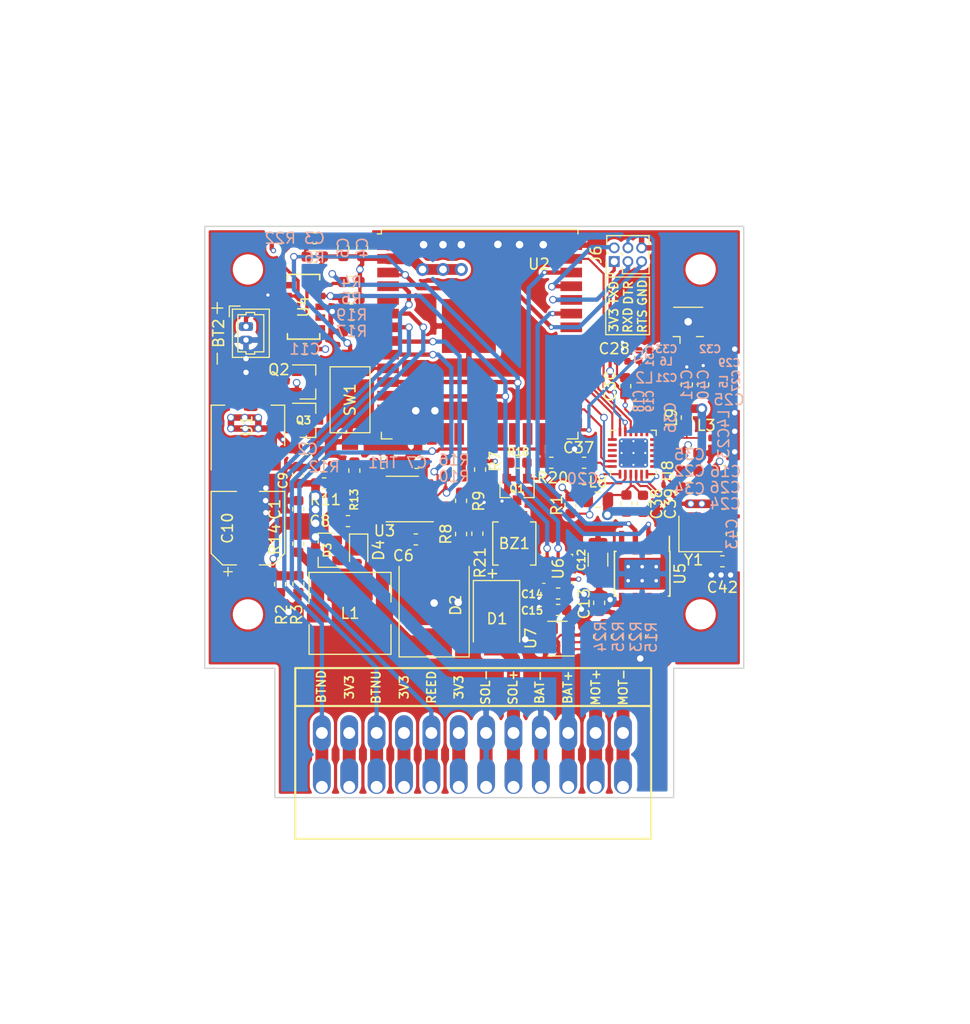
<source format=kicad_pcb>
(kicad_pcb (version 20171130) (host pcbnew 5.1.5)
  (layers (0 F.Cu signal) (1 In1.Cu power) (2 In2.Cu power) (31 B.Cu signal) (34 B.Paste user) (35 F.Paste user) (36 B.SilkS user) (37 F.SilkS user) (38 B.Mask user) (39 F.Mask user) (44 Edge.Cuts user))
  (net 0 "")
  (net 1 "Net-(BZ1-Pad2)")
  (net 2 "Net-(BZ1-Pad1)")
  (net 3 GND)
  (net 4 +BATT)
  (net 5 +3V3)
  (net 6 /ESP32_EN)
  (net 7 "Net-(C6-Pad1)")
  (net 8 "Net-(C7-Pad1)")
  (net 9 /SolarCharger/SWITCH)
  (net 10 /SolarCharger/BOOST)
  (net 11 "Net-(C23-Pad1)")
  (net 12 "Net-(C31-Pad2)")
  (net 13 "Net-(D3-Pad2)")
  (net 14 /ESP32_IO0)
  (net 15 /ESP32_RXD)
  (net 16 /ESP32_TXD)
  (net 17 /SolarCharger/SENSE)
  (net 18 /ESP32_BUZZ)
  (net 19 /RTC_INT)
  (net 20 /S2LP_SDN)
  (net 21 /BATT_SENSE)
  (net 22 "Net-(R8-Pad2)")
  (net 23 /SOLAR_CHRG)
  (net 24 "Net-(R11-Pad2)")
  (net 25 "Net-(R13-Pad1)")
  (net 26 "Net-(R13-Pad2)")
  (net 27 "Net-(R15-Pad1)")
  (net 28 /S2LP_INT)
  (net 29 /S2LP_CS)
  (net 30 /S2LP_SCK)
  (net 31 /S2LP_MISO)
  (net 32 /MOTOR_FWD)
  (net 33 /MOTOR_REV)
  (net 34 /S2LP_MOSI)
  (net 35 /SOLAR_FAULT)
  (net 36 /SOLARP)
  (net 37 /BTN_UP)
  (net 38 /BTN_DOWN)
  (net 39 /REED_TOP)
  (net 40 "Net-(BT2-Pad1)")
  (net 41 /MOTORP)
  (net 42 /MOTORM)
  (net 43 /S2-LP/RXp)
  (net 44 "Net-(C18-Pad1)")
  (net 45 "Net-(C19-Pad1)")
  (net 46 /S2-LP/RXn)
  (net 47 "Net-(C25-Pad1)")
  (net 48 "Net-(C27-Pad1)")
  (net 49 "Net-(C32-Pad2)")
  (net 50 "Net-(C34-Pad1)")
  (net 51 "Net-(C35-Pad1)")
  (net 52 "Net-(C36-Pad1)")
  (net 53 "Net-(C37-Pad1)")
  (net 54 "Net-(C38-Pad1)")
  (net 55 "Net-(C42-Pad2)")
  (net 56 "Net-(C43-Pad2)")
  (net 57 /S2-LP/TX)
  (net 58 "Net-(L8-Pad1)")
  (net 59 "/RTC + BME280/~INT")
  (net 60 /SDA)
  (net 61 /SCL)
  (net 62 "Net-(R21-Pad1)")
  (net 63 "Net-(R23-Pad2)")
  (net 64 "Net-(R24-Pad1)")
  (net 65 "Net-(R25-Pad2)")
  (module Connector_Molex:Molex_PicoBlade_53047-0210_1x02_P1.25mm_Vertical (layer F.Cu) (at 107.823 70.2945 270)
    (fp_text reference BT2 (at 0.62 2.54 90) (layer F.SilkS))
    (fp_text value 3V)
    (pad 2 thru_hole oval (at 1.25 0 270) (size 0.8 1.3) (drill 0.5) (layers *.Cu *.Mask) (net 3 GND))
    (pad 1 thru_hole roundrect (at 0 0 270) (size 0.8 1.3) (drill 0.5) (layers *.Cu *.Mask) (net 40 "Net-(BT2-Pad1)"))
  )
  (module RF_Module:ESP32-WROOM-32U (layer F.Cu) (at 129.5 71)
    (fp_text reference U2 (at 5.5 -6.5 180) (layer F.SilkS))
    (fp_text value ESP32-WROOM-32U)
    (pad 39 smd rect (at -1 -0.755) (size 5 5) (layers F.Cu F.Paste F.Mask) (net 3 GND))
    (pad 1 smd rect (at -8.5 -8.255) (size 2 0.9) (layers F.Cu F.Paste F.Mask) (net 3 GND))
    (pad 2 smd rect (at -8.5 -6.985) (size 2 0.9) (layers F.Cu F.Paste F.Mask) (net 5 +3V3))
    (pad 3 smd rect (at -8.5 -5.715) (size 2 0.9) (layers F.Cu F.Paste F.Mask) (net 6 /ESP32_EN))
    (pad 4 smd rect (at -8.5 -4.445) (size 2 0.9) (layers F.Cu F.Paste F.Mask) (net 21 /BATT_SENSE))
    (pad 5 smd rect (at -8.5 -3.175) (size 2 0.9) (layers F.Cu F.Paste F.Mask))
    (pad 6 smd rect (at -8.5 -1.905) (size 2 0.9) (layers F.Cu F.Paste F.Mask) (net 37 /BTN_UP))
    (pad 7 smd rect (at -8.5 -0.635) (size 2 0.9) (layers F.Cu F.Paste F.Mask) (net 38 /BTN_DOWN))
    (pad 8 smd rect (at -8.5 0.635) (size 2 0.9) (layers F.Cu F.Paste F.Mask) (net 23 /SOLAR_CHRG))
    (pad 9 smd rect (at -8.5 1.905) (size 2 0.9) (layers F.Cu F.Paste F.Mask) (net 35 /SOLAR_FAULT))
    (pad 10 smd rect (at -8.5 3.175) (size 2 0.9) (layers F.Cu F.Paste F.Mask) (net 19 /RTC_INT))
    (pad 11 smd rect (at -8.5 4.445) (size 2 0.9) (layers F.Cu F.Paste F.Mask) (net 60 /SDA))
    (pad 12 smd rect (at -8.5 5.715) (size 2 0.9) (layers F.Cu F.Paste F.Mask) (net 61 /SCL))
    (pad 13 smd rect (at -8.5 6.985) (size 2 0.9) (layers F.Cu F.Paste F.Mask))
    (pad 14 smd rect (at -8.5 8.255) (size 2 0.9) (layers F.Cu F.Paste F.Mask))
    (pad 15 smd rect (at -5.715 9.255 270) (size 2 0.9) (layers F.Cu F.Paste F.Mask) (net 3 GND))
    (pad 16 smd rect (at -4.445 9.255 90) (size 2 0.9) (layers F.Cu F.Paste F.Mask))
    (pad 17 smd rect (at -3.175 9.255 90) (size 2 0.9) (layers F.Cu F.Paste F.Mask))
    (pad 18 smd rect (at -1.905 9.255 90) (size 2 0.9) (layers F.Cu F.Paste F.Mask))
    (pad 19 smd rect (at -0.635 9.255 90) (size 2 0.9) (layers F.Cu F.Paste F.Mask))
    (pad 20 smd rect (at 0.635 9.255 90) (size 2 0.9) (layers F.Cu F.Paste F.Mask))
    (pad 21 smd rect (at 1.905 9.255 90) (size 2 0.9) (layers F.Cu F.Paste F.Mask))
    (pad 22 smd rect (at 3.175 9.255 90) (size 2 0.9) (layers F.Cu F.Paste F.Mask))
    (pad 23 smd rect (at 4.445 9.255 90) (size 2 0.9) (layers F.Cu F.Paste F.Mask))
    (pad 24 smd rect (at 5.715 9.255 90) (size 2 0.9) (layers F.Cu F.Paste F.Mask) (net 39 /REED_TOP))
    (pad 25 smd rect (at 8.5 8.255) (size 2 0.9) (layers F.Cu F.Paste F.Mask) (net 14 /ESP32_IO0))
    (pad 26 smd rect (at 8.5 6.985) (size 2 0.9) (layers F.Cu F.Paste F.Mask) (net 28 /S2LP_INT))
    (pad 27 smd rect (at 8.5 5.715) (size 2 0.9) (layers F.Cu F.Paste F.Mask) (net 20 /S2LP_SDN))
    (pad 28 smd rect (at 8.5 4.445) (size 2 0.9) (layers F.Cu F.Paste F.Mask) (net 18 /ESP32_BUZZ))
    (pad 29 smd rect (at 8.5 3.175) (size 2 0.9) (layers F.Cu F.Paste F.Mask) (net 29 /S2LP_CS))
    (pad 30 smd rect (at 8.5 1.905) (size 2 0.9) (layers F.Cu F.Paste F.Mask) (net 30 /S2LP_SCK))
    (pad 31 smd rect (at 8.5 0.635) (size 2 0.9) (layers F.Cu F.Paste F.Mask) (net 31 /S2LP_MISO))
    (pad 32 smd rect (at 8.5 -0.635) (size 2 0.9) (layers F.Cu F.Paste F.Mask))
    (pad 33 smd rect (at 8.5 -1.905) (size 2 0.9) (layers F.Cu F.Paste F.Mask) (net 32 /MOTOR_FWD))
    (pad 34 smd rect (at 8.5 -3.175) (size 2 0.9) (layers F.Cu F.Paste F.Mask) (net 15 /ESP32_RXD))
    (pad 35 smd rect (at 8.5 -4.445) (size 2 0.9) (layers F.Cu F.Paste F.Mask) (net 16 /ESP32_TXD))
    (pad 36 smd rect (at 8.5 -5.715) (size 2 0.9) (layers F.Cu F.Paste F.Mask) (net 33 /MOTOR_REV))
    (pad 37 smd rect (at 8.5 -6.985) (size 2 0.9) (layers F.Cu F.Paste F.Mask) (net 34 /S2LP_MOSI))
    (pad 38 smd rect (at 8.5 -8.255) (size 2 0.9) (layers F.Cu F.Paste F.Mask) (net 3 GND))
  )
  (module Capacitor_SMD:C_0603_1608Metric (layer F.Cu) (at 136.779 96.5835 180)
    (fp_text reference C15 (at 2.413 -0.0635) (layer F.SilkS) (effects (font (size 0.7 0.7))))
    (fp_text value 100nF)
    (pad 2 smd roundrect (at 0.7875 0 180) (size 0.875 0.95) (layers F.Cu F.Paste F.Mask) (net 3 GND))
    (pad 1 smd roundrect (at -0.7875 0 180) (size 0.875 0.95) (layers F.Cu F.Paste F.Mask) (net 5 +3V3))
  )
  (module Resistor_SMD:R_0603_1608Metric (layer F.Cu) (at 129.54 83.566 270)
    (fp_text reference R7 (at -0.762 -1.397 90) (layer F.SilkS))
    (fp_text value 0)
    (pad 1 smd roundrect (at -0.7875 0 270) (size 0.875 0.95) (layers F.Cu F.Paste F.Mask) (net 5 +3V3))
    (pad 2 smd roundrect (at 0.7875 0 270) (size 0.875 0.95) (layers F.Cu F.Paste F.Mask) (net 2 "Net-(BZ1-Pad1)"))
  )
  (module MountingHole:MountingHole_2.2mm_M2 (layer F.Cu) (at 150 65)
    (fp_text reference REF** hide)
    (fp_text value MountingHole_2.2mm_M2)
    (pad 1 np_thru_hole circle (at 0 0) (size 2.2 2.2) (drill 2.2) (layers *.Cu *.Mask))
  )
  (module MountingHole:MountingHole_2.2mm_M2 (layer F.Cu) (at 150 97)
    (fp_text reference REF** hide)
    (fp_text value MountingHole_2.2mm_M2)
    (pad 1 np_thru_hole circle (at 0 0) (size 2.2 2.2) (drill 2.2) (layers *.Cu *.Mask))
  )
  (module MountingHole:MountingHole_2.2mm_M2 (layer F.Cu) (at 108 97)
    (fp_text reference REF** hide)
    (fp_text value MountingHole_2.2mm_M2)
    (pad 1 np_thru_hole circle (at 0 0) (size 2.2 2.2) (drill 2.2) (layers *.Cu *.Mask))
  )
  (module MountingHole:MountingHole_2.2mm_M2 (layer F.Cu) (at 108 65)
    (fp_text reference REF** hide)
    (fp_text value MountingHole_2.2mm_M2)
    (pad 1 np_thru_hole circle (at 0 0) (size 2.2 2.2) (drill 2.2) (layers *.Cu *.Mask))
  )
  (module huhnsfx:CMT-4023S (layer F.Cu) (at 132.715 90.424 270)
    (fp_text reference BZ1 (at 0 0 180) (layer F.SilkS) (effects (font (size 1.001063 1.001063))))
    (fp_text value Buzzer hide)
    (pad 2 smd rect (at -2 0 270) (size 2 2.4) (layers F.Cu F.Paste F.Mask) (net 1 "Net-(BZ1-Pad2)"))
    (pad 1 smd rect (at 2 0 270) (size 2 2.4) (layers F.Cu F.Paste F.Mask) (net 2 "Net-(BZ1-Pad1)"))
  )
  (module huhnsfx:WAGO-233-512 (layer F.Cu) (at 128.9 113 270)
    (fp_text reference J1 hide)
    (fp_text value Conn_01x12 hide)
    (pad 4 thru_hole oval (at -5 -6.28 270) (size 3.3 1.65) (drill 1.1) (layers *.Cu *.Mask) (net 3 GND))
    (pad 3 thru_hole oval (at 0 -8.82 270) (size 3.3 1.65) (drill 1.1 (offset -1 0)) (layers *.Cu *.Mask) (net 4 +BATT))
    (pad 3 thru_hole oval (at -5 -8.82 270) (size 3.3 1.65) (drill 1.1) (layers *.Cu *.Mask) (net 4 +BATT))
    (pad 2 thru_hole oval (at -5 -11.36 270) (size 3.3 1.65) (drill 1.1) (layers *.Cu *.Mask) (net 41 /MOTORP))
    (pad 2 thru_hole oval (at 0 -11.36 270) (size 3.3 1.65) (drill 1.1 (offset -1 0)) (layers *.Cu *.Mask) (net 41 /MOTORP))
    (pad 1 thru_hole oval (at 0 -13.9 270) (size 3.3 1.65) (drill 1.1 (offset -1 0)) (layers *.Cu *.Mask) (net 42 /MOTORM))
    (pad 4 thru_hole oval (at 0 -6.28 270) (size 3.3 1.65) (drill 1.1 (offset -1 0)) (layers *.Cu *.Mask) (net 3 GND))
    (pad 6 thru_hole oval (at 0 -1.2 270) (size 3.3 1.65) (drill 1.1 (offset -1 0)) (layers *.Cu *.Mask) (net 3 GND))
    (pad 6 thru_hole oval (at -5 -1.2 270) (size 3.3 1.65) (drill 1.1) (layers *.Cu *.Mask) (net 3 GND))
    (pad 5 thru_hole oval (at 0 -3.74 270) (size 3.3 1.65) (drill 1.1 (offset -1 0)) (layers *.Cu *.Mask) (net 36 /SOLARP))
    (pad 5 thru_hole oval (at -5 -3.74 270) (size 3.3 1.65) (drill 1.1) (layers *.Cu *.Mask) (net 36 /SOLARP))
    (pad 1 thru_hole oval (at -5 -13.9 270) (size 3.3 1.65) (drill 1.1) (layers *.Cu *.Mask) (net 42 /MOTORM))
    (pad 12 thru_hole oval (at 0 14.04 270) (size 3.3 1.65) (drill 1.1 (offset -1 0)) (layers *.Cu *.Mask) (net 38 /BTN_DOWN))
    (pad 12 thru_hole oval (at -5 14.04 270) (size 3.3 1.65) (drill 1.1) (layers *.Cu *.Mask) (net 38 /BTN_DOWN))
    (pad 11 thru_hole oval (at 0 11.5 270) (size 3.3 1.65) (drill 1.1 (offset -1 0)) (layers *.Cu *.Mask) (net 5 +3V3))
    (pad 11 thru_hole oval (at -5 11.5 270) (size 3.3 1.65) (drill 1.1) (layers *.Cu *.Mask) (net 5 +3V3))
    (pad 10 thru_hole oval (at 0 8.96 270) (size 3.3 1.65) (drill 1.1 (offset -1 0)) (layers *.Cu *.Mask) (net 37 /BTN_UP))
    (pad 10 thru_hole oval (at -5 8.96 270) (size 3.3 1.65) (drill 1.1) (layers *.Cu *.Mask) (net 37 /BTN_UP))
    (pad 9 thru_hole oval (at 0 6.42 270) (size 3.3 1.65) (drill 1.1 (offset -1 0)) (layers *.Cu *.Mask) (net 5 +3V3))
    (pad 9 thru_hole oval (at -5 6.42 270) (size 3.3 1.65) (drill 1.1) (layers *.Cu *.Mask) (net 5 +3V3))
    (pad 8 thru_hole oval (at -5 3.88 270) (size 3.3 1.65) (drill 1.1) (layers *.Cu *.Mask) (net 39 /REED_TOP))
    (pad 8 thru_hole oval (at 0 3.88 270) (size 3.3 1.65) (drill 1.1 (offset -1 0)) (layers *.Cu *.Mask) (net 39 /REED_TOP))
    (pad 7 thru_hole oval (at 0 1.34 270) (size 3.3 1.65) (drill 1.1 (offset -1 0)) (layers *.Cu *.Mask) (net 5 +3V3))
    (pad 7 thru_hole oval (at -5 1.34 270) (size 3.3 1.65) (drill 1.1) (layers *.Cu *.Mask) (net 5 +3V3))
  )
  (module Resistor_SMD:R_0603_1608Metric (layer F.Cu) (at 117.602 66.167 180)
    (fp_text reference R4 (at 0 0 180) (layer B.SilkS) (effects (justify mirror)))
    (fp_text value 4.7K)
    (pad 1 smd roundrect (at -0.7875 0 180) (size 0.875 0.95) (layers F.Cu F.Paste F.Mask) (net 5 +3V3))
    (pad 2 smd roundrect (at 0.7875 0 180) (size 0.875 0.95) (layers F.Cu F.Paste F.Mask) (net 60 /SDA))
  )
  (module Package_TO_SOT_SMD:SOT-223 (layer F.Cu) (at 108 79.5 90)
    (fp_text reference U1 (at 0 -0.1 90) (layer F.SilkS))
    (fp_text value MIC5239-3.3YMM)
    (pad 1 smd rect (at -3.15 -2.3 90) (size 2 1.5) (layers F.Cu F.Paste F.Mask) (net 4 +BATT))
    (pad 3 smd rect (at -3.15 2.3 90) (size 2 1.5) (layers F.Cu F.Paste F.Mask) (net 5 +3V3))
    (pad 2 smd rect (at -3.15 0 90) (size 2 1.5) (layers F.Cu F.Paste F.Mask) (net 3 GND))
    (pad 4 smd rect (at 3.15 0 90) (size 2 3.8) (layers F.Cu F.Paste F.Mask) (net 3 GND))
  )
  (module Diode_SMD:D_SMB (layer F.Cu) (at 131.064 97.409 270)
    (fp_text reference D1 (at 0 -0.05 180) (layer F.SilkS))
    (fp_text value MBRS140)
    (pad 1 smd rect (at 2.15 0 270) (size 2.5 2.3) (layers F.Cu F.Paste F.Mask) (net 36 /SOLARP))
    (pad 2 smd rect (at -2.15 0 270) (size 2.5 2.3) (layers F.Cu F.Paste F.Mask) (net 7 "Net-(C6-Pad1)"))
  )
  (module Resistor_SMD:R_0603_1608Metric (layer F.Cu) (at 112.676 90.446 270)
    (fp_text reference R14 (at -0.403 2.186 270) (layer F.SilkS))
    (fp_text value 0.1)
    (pad 1 smd roundrect (at -0.7875 0 270) (size 0.875 0.95) (layers F.Cu F.Paste F.Mask) (net 4 +BATT))
    (pad 2 smd roundrect (at 0.7875 0 270) (size 0.875 0.95) (layers F.Cu F.Paste F.Mask) (net 17 /SolarCharger/SENSE))
  )
  (module Capacitor_SMD:C_0603_1608Metric (layer F.Cu) (at 112.676 87.2335 90)
    (fp_text reference C1 (at -0.0155 -2.186 90) (layer F.SilkS))
    (fp_text value 10µF)
    (pad 1 smd roundrect (at -0.7875 0 90) (size 0.875 0.95) (layers F.Cu F.Paste F.Mask) (net 4 +BATT))
    (pad 2 smd roundrect (at 0.7875 0 90) (size 0.875 0.95) (layers F.Cu F.Paste F.Mask) (net 3 GND))
  )
  (module Capacitor_SMD:C_0603_1608Metric (layer F.Cu) (at 113.411 81.661)
    (fp_text reference C2 (at 0.127 0) (layer B.SilkS) (effects (justify mirror)))
    (fp_text value 10µF)
    (pad 2 smd roundrect (at 0.7875 0) (size 0.875 0.95) (layers F.Cu F.Paste F.Mask) (net 3 GND))
    (pad 1 smd roundrect (at -0.7875 0) (size 0.875 0.95) (layers F.Cu F.Paste F.Mask) (net 5 +3V3))
  )
  (module Capacitor_SMD:C_0603_1608Metric (layer F.Cu) (at 114.2 62.1)
    (fp_text reference C3 (at -0.027 0.003) (layer B.SilkS) (effects (justify mirror)))
    (fp_text value 100nF)
    (pad 1 smd roundrect (at -0.7875 0) (size 0.875 0.95) (layers F.Cu F.Paste F.Mask) (net 6 /ESP32_EN))
    (pad 2 smd roundrect (at 0.7875 0) (size 0.875 0.95) (layers F.Cu F.Paste F.Mask) (net 3 GND))
  )
  (module Capacitor_SMD:C_0603_1608Metric (layer F.Cu) (at 118.6 63 90)
    (fp_text reference C4 (at 0.008 0.018 90) (layer B.SilkS) (effects (justify mirror)))
    (fp_text value 10µF)
    (pad 2 smd roundrect (at 0.7875 0 90) (size 0.875 0.95) (layers F.Cu F.Paste F.Mask) (net 3 GND))
    (pad 1 smd roundrect (at -0.7875 0 90) (size 0.875 0.95) (layers F.Cu F.Paste F.Mask) (net 5 +3V3))
  )
  (module Capacitor_SMD:C_0603_1608Metric (layer F.Cu) (at 116.85 63 90)
    (fp_text reference C5 (at 0.008 -0.01 90) (layer B.SilkS) (effects (justify mirror)))
    (fp_text value 100nF)
    (pad 1 smd roundrect (at -0.7875 0 90) (size 0.875 0.95) (layers F.Cu F.Paste F.Mask) (net 5 +3V3))
    (pad 2 smd roundrect (at 0.7875 0 90) (size 0.875 0.95) (layers F.Cu F.Paste F.Mask) (net 3 GND))
  )
  (module Capacitor_SMD:C_0603_1608Metric (layer F.Cu) (at 123.576 90.046 180)
    (fp_text reference C6 (at 1.148 -1.5 180) (layer F.SilkS))
    (fp_text value 10µF)
    (pad 1 smd roundrect (at -0.7875 0 180) (size 0.875 0.95) (layers F.Cu F.Paste F.Mask) (net 7 "Net-(C6-Pad1)"))
    (pad 2 smd roundrect (at 0.7875 0 180) (size 0.875 0.95) (layers F.Cu F.Paste F.Mask) (net 3 GND))
  )
  (module Capacitor_SMD:C_0603_1608Metric (layer F.Cu) (at 123.6635 82.946 180)
    (fp_text reference C7 (at 0 0.015) (layer B.SilkS) (effects (justify mirror)))
    (fp_text value 4.7µF)
    (pad 2 smd roundrect (at 0.7875 0 180) (size 0.875 0.95) (layers F.Cu F.Paste F.Mask) (net 3 GND))
    (pad 1 smd roundrect (at -0.7875 0 180) (size 0.875 0.95) (layers F.Cu F.Paste F.Mask) (net 8 "Net-(C7-Pad1)"))
  )
  (module Capacitor_SMD:C_0603_1608Metric (layer F.Cu) (at 117.276 88.346)
    (fp_text reference C8 (at -2.6 0) (layer F.SilkS))
    (fp_text value 1µF)
    (pad 1 smd roundrect (at -0.7875 0) (size 0.875 0.95) (layers F.Cu F.Paste F.Mask) (net 10 /SolarCharger/BOOST))
    (pad 2 smd roundrect (at 0.7875 0) (size 0.875 0.95) (layers F.Cu F.Paste F.Mask) (net 9 /SolarCharger/SWITCH))
  )
  (module Capacitor_SMD:C_0603_1608Metric (layer F.Cu) (at 112.649 84.074 90)
    (fp_text reference C9 (at -0.508 -1.397 270) (layer F.SilkS) (effects (font (size 0.8 0.8))))
    (fp_text value 10µF)
    (pad 1 smd roundrect (at -0.7875 0 90) (size 0.875 0.95) (layers F.Cu F.Paste F.Mask) (net 4 +BATT))
    (pad 2 smd roundrect (at 0.7875 0 90) (size 0.875 0.95) (layers F.Cu F.Paste F.Mask) (net 3 GND))
  )
  (module Capacitor_SMD:C_0603_1608Metric (layer F.Cu) (at 113.284 72.39 180)
    (fp_text reference C11 (at 0 0) (layer B.SilkS) (effects (justify mirror)))
    (fp_text value 10nF)
    (pad 1 smd roundrect (at -0.7875 0 180) (size 0.875 0.95) (layers F.Cu F.Paste F.Mask) (net 5 +3V3))
    (pad 2 smd roundrect (at 0.7875 0 180) (size 0.875 0.95) (layers F.Cu F.Paste F.Mask) (net 3 GND))
  )
  (module Capacitor_SMD:C_0603_1608Metric (layer F.Cu) (at 140.589 95.927 270)
    (fp_text reference C13 (at 0.085 1.397 90) (layer F.SilkS))
    (fp_text value 100nF)
    (pad 2 smd roundrect (at 0.7875 0 270) (size 0.875 0.95) (layers F.Cu F.Paste F.Mask) (net 3 GND))
    (pad 1 smd roundrect (at -0.7875 0 270) (size 0.875 0.95) (layers F.Cu F.Paste F.Mask) (net 4 +BATT))
  )
  (module Capacitor_SMD:C_0603_1608Metric (layer F.Cu) (at 136.779 95.0595 180)
    (fp_text reference C14 (at 2.413 -0.0635) (layer F.SilkS) (effects (font (size 0.7 0.7))))
    (fp_text value 100nF)
    (pad 1 smd roundrect (at -0.7875 0 180) (size 0.875 0.95) (layers F.Cu F.Paste F.Mask) (net 5 +3V3))
    (pad 2 smd roundrect (at 0.7875 0 180) (size 0.875 0.95) (layers F.Cu F.Paste F.Mask) (net 3 GND))
  )
  (module Capacitor_SMD:C_0603_1608Metric (layer F.Cu) (at 152.1575 83.688)
    (fp_text reference C16 (at 0.15 0.05) (layer B.SilkS) (effects (justify mirror)))
    (fp_text value 4.7uF)
    (pad 1 smd roundrect (at -0.7875 0) (size 0.875 0.95) (layers F.Cu F.Paste F.Mask) (net 5 +3V3))
    (pad 2 smd roundrect (at 0.7875 0) (size 0.875 0.95) (layers F.Cu F.Paste F.Mask) (net 3 GND))
  )
  (module Capacitor_SMD:C_0603_1608Metric (layer F.Cu) (at 139.192 84.455 180)
    (fp_text reference C20 (at 0.1625 0.05) (layer B.SilkS) (effects (justify mirror)))
    (fp_text value 150nF)
    (pad 2 smd roundrect (at 0.7875 0 180) (size 0.875 0.95) (layers F.Cu F.Paste F.Mask) (net 3 GND))
    (pad 1 smd roundrect (at -0.7875 0 180) (size 0.875 0.95) (layers F.Cu F.Paste F.Mask) (net 5 +3V3))
  )
  (module Capacitor_SMD:C_0603_1608Metric (layer F.Cu) (at 148.971 82.042)
    (fp_text reference C22 (at 0 1.651) (layer B.SilkS) (effects (justify mirror)))
    (fp_text value 100pF)
    (pad 2 smd roundrect (at 0.7875 0) (size 0.875 0.95) (layers F.Cu F.Paste F.Mask) (net 3 GND))
    (pad 1 smd roundrect (at -0.7875 0) (size 0.875 0.95) (layers F.Cu F.Paste F.Mask) (net 5 +3V3))
  )
  (module Capacitor_SMD:C_0603_1608Metric (layer F.Cu) (at 152.132 86.741)
    (fp_text reference C24 (at 0.141 0) (layer B.SilkS) (effects (justify mirror)))
    (fp_text value 150nF)
    (pad 1 smd roundrect (at -0.7875 0) (size 0.875 0.95) (layers F.Cu F.Paste F.Mask) (net 5 +3V3))
    (pad 2 smd roundrect (at 0.7875 0) (size 0.875 0.95) (layers F.Cu F.Paste F.Mask) (net 3 GND))
  )
  (module Capacitor_SMD:C_0603_1608Metric (layer F.Cu) (at 152.132 85.217)
    (fp_text reference C26 (at 0.141 0) (layer B.SilkS) (effects (justify mirror)))
    (fp_text value 100pF)
    (pad 2 smd roundrect (at 0.7875 0) (size 0.875 0.95) (layers F.Cu F.Paste F.Mask) (net 3 GND))
    (pad 1 smd roundrect (at -0.7875 0) (size 0.875 0.95) (layers F.Cu F.Paste F.Mask) (net 5 +3V3))
  )
  (module Capacitor_SMD:C_0603_1608Metric (layer F.Cu) (at 143.007 75.8305 90)
    (fp_text reference C30 (at 0.0115 -1.402 90) (layer F.SilkS))
    (fp_text value 100pF)
    (pad 1 smd roundrect (at -0.7875 0 90) (size 0.875 0.95) (layers F.Cu F.Paste F.Mask) (net 5 +3V3))
    (pad 2 smd roundrect (at 0.7875 0 90) (size 0.875 0.95) (layers F.Cu F.Paste F.Mask) (net 3 GND))
  )
  (module Diode_SMD:D_SMC (layer F.Cu) (at 125.276 96.146 90)
    (fp_text reference D2 (at 0 2 90) (layer F.SilkS))
    (fp_text value MBRS340)
    (pad 2 smd rect (at 3.4 0 180) (size 3.3 2.5) (layers F.Cu F.Paste F.Mask) (net 3 GND))
    (pad 1 smd rect (at -3.4 0 180) (size 3.3 2.5) (layers F.Cu F.Paste F.Mask) (net 9 /SolarCharger/SWITCH))
  )
  (module Diode_SMD:D_SOT-23_ANK (layer F.Cu) (at 115.276 91.046 180)
    (fp_text reference D3 (at -0.1 0 270) (layer F.SilkS) (effects (font (size 0.7 0.7))))
    (fp_text value BZX84C6V2L)
    (pad 1 smd rect (at 1 0 180) (size 0.9 0.8) (layers F.Cu F.Paste F.Mask) (net 4 +BATT))
    (pad "" smd rect (at -1 0.95 180) (size 0.9 0.8) (layers F.Cu F.Paste F.Mask))
    (pad 2 smd rect (at -1 -0.95 180) (size 0.9 0.8) (layers F.Cu F.Paste F.Mask) (net 13 "Net-(D3-Pad2)"))
  )
  (module Diode_SMD:D_SOD-323F (layer F.Cu) (at 118.276 91.046 270)
    (fp_text reference D4 (at 0 -1.85 90) (layer F.SilkS))
    (fp_text value 1N914)
    (pad 2 smd rect (at 1.1 0 270) (size 0.5 0.5) (layers F.Cu F.Paste F.Mask) (net 13 "Net-(D3-Pad2)"))
    (pad 1 smd rect (at -1.1 0 270) (size 0.5 0.5) (layers F.Cu F.Paste F.Mask) (net 10 /SolarCharger/BOOST))
  )
  (module Inductor_SMD:L_Wuerth_WE-PD-Typ-7345 (layer F.Cu) (at 117.475 96.901)
    (fp_text reference L1 (at 0 0) (layer F.SilkS))
    (fp_text value "WURTH 7447779122")
    (pad 2 smd rect (at 3 0) (size 2 1.7) (layers F.Cu F.Paste F.Mask) (net 9 /SolarCharger/SWITCH))
    (pad 1 smd rect (at -3 0) (size 2 1.7) (layers F.Cu F.Paste F.Mask) (net 17 /SolarCharger/SENSE))
  )
  (module Package_TO_SOT_SMD:SOT-23 (layer F.Cu) (at 132.969 85.4075 270)
    (fp_text reference Q1 (at -0.0635 0 180) (layer F.SilkS) (effects (font (size 0.7 0.7))))
    (fp_text value BSS138)
    (pad 1 smd rect (at -1 -0.95 270) (size 0.9 0.8) (layers F.Cu F.Paste F.Mask) (net 18 /ESP32_BUZZ))
    (pad 2 smd rect (at -1 0.95 270) (size 0.9 0.8) (layers F.Cu F.Paste F.Mask) (net 3 GND))
    (pad 3 smd rect (at 1 0 270) (size 0.9 0.8) (layers F.Cu F.Paste F.Mask) (net 1 "Net-(BZ1-Pad2)"))
  )
  (module Package_TO_SOT_SMD:SOT-23 (layer F.Cu) (at 113.538 75.438)
    (fp_text reference Q2 (at -2.667 -1.143) (layer F.SilkS))
    (fp_text value BSS84)
    (pad 1 smd rect (at -1 -0.95) (size 0.9 0.8) (layers F.Cu F.Paste F.Mask) (net 59 "/RTC + BME280/~INT"))
    (pad 2 smd rect (at -1 0.95) (size 0.9 0.8) (layers F.Cu F.Paste F.Mask) (net 5 +3V3))
    (pad 3 smd rect (at 1 0) (size 0.9 0.8) (layers F.Cu F.Paste F.Mask) (net 19 /RTC_INT))
  )
  (module Package_TO_SOT_SMD:SOT-23 (layer F.Cu) (at 113.538 78.994)
    (fp_text reference Q3 (at -0.381 0 180) (layer F.SilkS) (effects (font (size 0.7 0.7))))
    (fp_text value BSS138)
    (pad 3 smd rect (at 1 0) (size 0.9 0.8) (layers F.Cu F.Paste F.Mask) (net 19 /RTC_INT))
    (pad 2 smd rect (at -1 0.95) (size 0.9 0.8) (layers F.Cu F.Paste F.Mask) (net 3 GND))
    (pad 1 smd rect (at -1 -0.95) (size 0.9 0.8) (layers F.Cu F.Paste F.Mask) (net 59 "/RTC + BME280/~INT"))
  )
  (module Resistor_SMD:R_0603_1608Metric (layer F.Cu) (at 137.922 86.868 270)
    (fp_text reference R1 (at 0 1.27 90) (layer F.SilkS))
    (fp_text value 10K)
    (pad 1 smd roundrect (at -0.7875 0 270) (size 0.875 0.95) (layers F.Cu F.Paste F.Mask) (net 5 +3V3))
    (pad 2 smd roundrect (at 0.7875 0 270) (size 0.875 0.95) (layers F.Cu F.Paste F.Mask) (net 20 /S2LP_SDN))
  )
  (module Resistor_SMD:R_0603_1608Metric (layer F.Cu) (at 110.983 94.2005 90)
    (fp_text reference R2 (at -2.8275 0.142 90) (layer F.SilkS))
    (fp_text value 820K)
    (pad 1 smd roundrect (at -0.7875 0 90) (size 0.875 0.95) (layers F.Cu F.Paste F.Mask) (net 4 +BATT))
    (pad 2 smd roundrect (at 0.7875 0 90) (size 0.875 0.95) (layers F.Cu F.Paste F.Mask) (net 21 /BATT_SENSE))
  )
  (module Resistor_SMD:R_0603_1608Metric (layer F.Cu) (at 112.683 94.188 270)
    (fp_text reference R3 (at 2.84 0.161 90) (layer F.SilkS))
    (fp_text value 220K)
    (pad 2 smd roundrect (at 0.7875 0 270) (size 0.875 0.95) (layers F.Cu F.Paste F.Mask) (net 3 GND))
    (pad 1 smd roundrect (at -0.7875 0 270) (size 0.875 0.95) (layers F.Cu F.Paste F.Mask) (net 21 /BATT_SENSE))
  )
  (module Resistor_SMD:R_0603_1608Metric (layer F.Cu) (at 117.602 67.691 180)
    (fp_text reference R5 (at 0 0) (layer B.SilkS) (effects (justify mirror)))
    (fp_text value 4.7K)
    (pad 2 smd roundrect (at 0.7875 0 180) (size 0.875 0.95) (layers F.Cu F.Paste F.Mask) (net 61 /SCL))
    (pad 1 smd roundrect (at -0.7875 0 180) (size 0.875 0.95) (layers F.Cu F.Paste F.Mask) (net 5 +3V3))
  )
  (module Resistor_SMD:R_0603_1608Metric (layer F.Cu) (at 114.2 63.8 180)
    (fp_text reference R6 (at 0.027 -0.081) (layer B.SilkS) (effects (justify mirror)))
    (fp_text value 10k)
    (pad 2 smd roundrect (at 0.7875 0 180) (size 0.875 0.95) (layers F.Cu F.Paste F.Mask) (net 6 /ESP32_EN))
    (pad 1 smd roundrect (at -0.7875 0 180) (size 0.875 0.95) (layers F.Cu F.Paste F.Mask) (net 5 +3V3))
  )
  (module Resistor_SMD:R_0603_1608Metric (layer F.Cu) (at 127.776 89.546 90)
    (fp_text reference R8 (at 0 -1.411 90) (layer F.SilkS))
    (fp_text value 499K)
    (pad 2 smd roundrect (at 0.7875 0 90) (size 0.875 0.95) (layers F.Cu F.Paste F.Mask) (net 22 "Net-(R8-Pad2)"))
    (pad 1 smd roundrect (at -0.7875 0 90) (size 0.875 0.95) (layers F.Cu F.Paste F.Mask) (net 7 "Net-(C6-Pad1)"))
  )
  (module Resistor_SMD:R_0603_1608Metric (layer F.Cu) (at 127.776 86.4585 90)
    (fp_text reference R9 (at -0.0285 1.637 90) (layer F.SilkS))
    (fp_text value 100K)
    (pad 1 smd roundrect (at -0.7875 0 90) (size 0.875 0.95) (layers F.Cu F.Paste F.Mask) (net 22 "Net-(R8-Pad2)"))
    (pad 2 smd roundrect (at 0.7875 0 90) (size 0.875 0.95) (layers F.Cu F.Paste F.Mask) (net 3 GND))
  )
  (module Resistor_SMD:R_0603_1608Metric (layer F.Cu) (at 127.127 84.201 180)
    (fp_text reference R10 (at 0 0) (layer B.SilkS) (effects (justify mirror)))
    (fp_text value 1M)
    (pad 2 smd roundrect (at 0.7875 0 180) (size 0.875 0.95) (layers F.Cu F.Paste F.Mask) (net 23 /SOLAR_CHRG))
    (pad 1 smd roundrect (at -0.7875 0 180) (size 0.875 0.95) (layers F.Cu F.Paste F.Mask) (net 5 +3V3))
  )
  (module Resistor_SMD:R_0603_1608Metric (layer F.Cu) (at 115.076 84.846)
    (fp_text reference R11 (at 0.113 1.514 180) (layer F.SilkS))
    (fp_text value 1015K)
    (pad 1 smd roundrect (at -0.7875 0) (size 0.875 0.95) (layers F.Cu F.Paste F.Mask) (net 4 +BATT))
    (pad 2 smd roundrect (at 0.7875 0) (size 0.875 0.95) (layers F.Cu F.Paste F.Mask) (net 24 "Net-(R11-Pad2)"))
  )
  (module Resistor_SMD:R_0603_1608Metric (layer F.Cu) (at 115.0635 83.246 180)
    (fp_text reference R12 (at 0 -0.066) (layer B.SilkS) (effects (justify mirror)))
    (fp_text value 332K)
    (pad 2 smd roundrect (at 0.7875 0 180) (size 0.875 0.95) (layers F.Cu F.Paste F.Mask) (net 3 GND))
    (pad 1 smd roundrect (at -0.7875 0 180) (size 0.875 0.95) (layers F.Cu F.Paste F.Mask) (net 24 "Net-(R11-Pad2)"))
  )
  (module Resistor_SMD:R_0603_1608Metric (layer F.Cu) (at 117.876 83.6585 270)
    (fp_text reference R13 (at 2.7015 0.02 90) (layer F.SilkS) (effects (font (size 0.7 0.7))))
    (fp_text value 910)
    (pad 2 smd roundrect (at 0.7875 0 270) (size 0.875 0.95) (layers F.Cu F.Paste F.Mask) (net 26 "Net-(R13-Pad2)"))
    (pad 1 smd roundrect (at -0.7875 0 270) (size 0.875 0.95) (layers F.Cu F.Paste F.Mask) (net 25 "Net-(R13-Pad1)"))
  )
  (module Resistor_SMD:R_0603_1608Metric (layer F.Cu) (at 145.415 99.06 270)
    (fp_text reference R15 (at 0.0635 0 90) (layer B.SilkS) (effects (justify mirror)))
    (fp_text value 0R2)
    (pad 1 smd roundrect (at -0.7875 0 270) (size 0.875 0.95) (layers F.Cu F.Paste F.Mask) (net 27 "Net-(R15-Pad1)"))
    (pad 2 smd roundrect (at 0.7875 0 270) (size 0.875 0.95) (layers F.Cu F.Paste F.Mask) (net 3 GND))
  )
  (module Resistor_SMD:R_0603_1608Metric (layer F.Cu) (at 120.4885 82.946)
    (fp_text reference TH1 (at 0.0345 -0.015) (layer B.SilkS) (effects (justify mirror)))
    (fp_text value NCP18XH103)
    (pad 1 smd roundrect (at -0.7875 0) (size 0.875 0.95) (layers F.Cu F.Paste F.Mask) (net 25 "Net-(R13-Pad1)"))
    (pad 2 smd roundrect (at 0.7875 0) (size 0.875 0.95) (layers F.Cu F.Paste F.Mask) (net 3 GND))
  )
  (module Package_SO:MSOP-12-1EP_3x4mm_P0.65mm_EP1.65x2.85mm (layer F.Cu) (at 122.326 86.296 180)
    (fp_text reference U3 (at 1.65 -2.95) (layer F.SilkS))
    (fp_text value LT3652EMSE)
    (pad 12 smd roundrect (at 2.15 -1.625 180) (size 1.45 0.4) (layers F.Cu F.Paste F.Mask) (net 9 /SolarCharger/SWITCH))
    (pad 11 smd roundrect (at 2.15 -0.975 180) (size 1.45 0.4) (layers F.Cu F.Paste F.Mask) (net 10 /SolarCharger/BOOST))
    (pad 10 smd roundrect (at 2.15 -0.325 180) (size 1.45 0.4) (layers F.Cu F.Paste F.Mask) (net 17 /SolarCharger/SENSE))
    (pad 9 smd roundrect (at 2.15 0.325 180) (size 1.45 0.4) (layers F.Cu F.Paste F.Mask) (net 4 +BATT))
    (pad 8 smd roundrect (at 2.15 0.975 180) (size 1.45 0.4) (layers F.Cu F.Paste F.Mask) (net 26 "Net-(R13-Pad2)"))
    (pad 7 smd roundrect (at 2.15 1.625 180) (size 1.45 0.4) (layers F.Cu F.Paste F.Mask) (net 24 "Net-(R11-Pad2)"))
    (pad 6 smd roundrect (at -2.15 1.625 180) (size 1.45 0.4) (layers F.Cu F.Paste F.Mask) (net 8 "Net-(C7-Pad1)"))
    (pad 5 smd roundrect (at -2.15 0.975 180) (size 1.45 0.4) (layers F.Cu F.Paste F.Mask) (net 35 /SOLAR_FAULT))
    (pad 4 smd roundrect (at -2.15 0.325 180) (size 1.45 0.4) (layers F.Cu F.Paste F.Mask) (net 23 /SOLAR_CHRG))
    (pad 3 smd roundrect (at -2.15 -0.325 180) (size 1.45 0.4) (layers F.Cu F.Paste F.Mask) (net 62 "Net-(R21-Pad1)"))
    (pad 2 smd roundrect (at -2.15 -0.975 180) (size 1.45 0.4) (layers F.Cu F.Paste F.Mask) (net 22 "Net-(R8-Pad2)"))
    (pad 1 smd roundrect (at -2.15 -1.625 180) (size 1.45 0.4) (layers F.Cu F.Paste F.Mask) (net 7 "Net-(C6-Pad1)"))
    (pad 13 smd roundrect (at 0 0 180) (size 1.65 2.85) (layers F.Cu F.Mask) (roundrect_rratio 0.151515) (net 3 GND))
  )
  (module huhnsfx:rv3029 (layer F.Cu) (at 113.164 68.46 90)
    (fp_text reference U4 (at 0 0 90) (layer F.SilkS))
    (fp_text value RV-3029-C2)
    (pad 1 smd rect (at -2 1.55 90) (size 0.6 0.9) (layers F.Cu F.Paste F.Mask) (net 5 +3V3))
    (pad 2 smd rect (at -1 1.55 90) (size 0.6 0.9) (layers F.Cu F.Paste F.Mask))
    (pad 3 smd rect (at 0 1.55 90) (size 0.6 0.9) (layers F.Cu F.Paste F.Mask))
    (pad 4 smd rect (at 1 1.55 90) (size 0.6 0.9) (layers F.Cu F.Paste F.Mask) (net 61 /SCL))
    (pad 5 smd rect (at 2 1.55 90) (size 0.6 0.9) (layers F.Cu F.Paste F.Mask) (net 60 /SDA))
    (pad 6 smd rect (at 2 -1.55 90) (size 0.6 0.9) (layers F.Cu F.Paste F.Mask) (net 3 GND))
    (pad 7 smd rect (at 1 -1.55 90) (size 0.6 0.9) (layers F.Cu F.Paste F.Mask) (net 59 "/RTC + BME280/~INT"))
    (pad 8 smd rect (at 0 -1.55 90) (size 0.6 0.9) (layers F.Cu F.Paste F.Mask) (net 40 "Net-(BT2-Pad1)"))
    (pad 9 smd rect (at -1 -1.55 90) (size 0.6 0.9) (layers F.Cu F.Paste F.Mask))
    (pad 10 smd rect (at -2 -1.55 90) (size 0.6 0.9) (layers F.Cu F.Paste F.Mask) (net 3 GND))
  )
  (module Package_SO:Texas_HTSOP-8-1EP_3.9x4.9mm_P1.27mm_EP2.95x4.9mm_Mask2.4x3.1mm_ThermalVias (layer F.Cu) (at 144.578 93.227 270)
    (fp_text reference U5 (at 0 -3.5 90) (layer F.SilkS))
    (fp_text value DRV8872DDA)
    (pad 9 smd rect (at 0 0 270) (size 2.6 3.3) (layers B.Cu) (net 3 GND))
    (pad 1 smd rect (at -2.875 -1.905 270) (size 2.2 0.5) (layers F.Cu F.Paste F.Mask) (net 3 GND))
    (pad 2 smd rect (at -2.875 -0.635 270) (size 2.2 0.5) (layers F.Cu F.Paste F.Mask) (net 33 /MOTOR_REV))
    (pad 3 smd rect (at -2.875 0.635 270) (size 2.2 0.5) (layers F.Cu F.Paste F.Mask) (net 32 /MOTOR_FWD))
    (pad 4 smd rect (at -2.875 1.905 270) (size 2.2 0.5) (layers F.Cu F.Paste F.Mask))
    (pad 5 smd rect (at 2.875 1.905 270) (size 2.2 0.5) (layers F.Cu F.Paste F.Mask) (net 4 +BATT))
    (pad 6 smd rect (at 2.875 0.635 270) (size 2.2 0.5) (layers F.Cu F.Paste F.Mask) (net 63 "Net-(R23-Pad2)"))
    (pad 7 smd rect (at 2.875 -0.635 270) (size 2.2 0.5) (layers F.Cu F.Paste F.Mask) (net 27 "Net-(R15-Pad1)"))
    (pad 8 smd rect (at 2.875 -1.905 270) (size 2.2 0.5) (layers F.Cu F.Paste F.Mask) (net 42 /MOTORM))
    (pad 9 smd rect (at 0 0 270) (size 2.95 4.9) (layers F.Cu) (net 3 GND))
    (pad 9 thru_hole circle (at -0.65 -1.3 270) (size 0.63 0.63) (drill 0.33) (layers *.Cu *.Mask) (net 3 GND))
    (pad 9 thru_hole circle (at -0.65 0 270) (size 0.63 0.63) (drill 0.33) (layers *.Cu *.Mask) (net 3 GND))
    (pad 9 thru_hole circle (at 0.65 0 270) (size 0.63 0.63) (drill 0.33) (layers *.Cu *.Mask) (net 3 GND))
    (pad 9 thru_hole circle (at 0.65 -1.3 270) (size 0.63 0.63) (drill 0.33) (layers *.Cu *.Mask) (net 3 GND))
    (pad 9 thru_hole circle (at -0.65 1.3 270) (size 0.63 0.63) (drill 0.33) (layers *.Cu *.Mask) (net 3 GND))
    (pad 9 thru_hole circle (at 0.65 1.3 270) (size 0.63 0.63) (drill 0.33) (layers *.Cu *.Mask) (net 3 GND))
  )
  (module Crystal:Crystal_SMD_3225-4Pin_3.2x2.5mm (layer F.Cu) (at 149.987 89.535)
    (fp_text reference Y1 (at -0.635 2.413) (layer F.SilkS))
    (fp_text value 50MHz)
    (pad 1 smd rect (at -1.1 0.85) (size 1.4 1.2) (layers F.Cu F.Paste F.Mask) (net 55 "Net-(C42-Pad2)"))
    (pad 2 smd rect (at 1.1 0.85) (size 1.4 1.2) (layers F.Cu F.Paste F.Mask) (net 3 GND))
    (pad 3 smd rect (at 1.1 -0.85) (size 1.4 1.2) (layers F.Cu F.Paste F.Mask) (net 56 "Net-(C43-Pad2)"))
    (pad 4 smd rect (at -1.1 -0.85) (size 1.4 1.2) (layers F.Cu F.Paste F.Mask) (net 3 GND))
  )
  (module Button_Switch_SMD:SW_SPST_CK_RS282G05A3 (layer F.Cu) (at 117.475 77.089 270)
    (fp_text reference SW1 (at 0 0 90) (layer F.SilkS))
    (fp_text value RESET)
    (pad 1 smd rect (at -3.9 0 270) (size 1.5 1.5) (layers F.Cu F.Paste F.Mask) (net 6 /ESP32_EN))
    (pad 2 smd rect (at 3.9 0 270) (size 1.5 1.5) (layers F.Cu F.Paste F.Mask) (net 3 GND))
  )
  (module Capacitor_SMD:CP_Elec_6.3x3 (layer F.Cu) (at 108 89 90)
    (fp_text reference C10 (at 0 -1.9 90) (layer F.SilkS))
    (fp_text value 100µF)
    (pad 2 smd roundrect (at 2.7 0 90) (size 3.5 1.6) (layers F.Cu F.Paste F.Mask) (roundrect_rratio 0.15625) (net 3 GND))
    (pad 1 smd roundrect (at -2.7 0 90) (size 3.5 1.6) (layers F.Cu F.Paste F.Mask) (roundrect_rratio 0.15625) (net 4 +BATT))
  )
  (module Resistor_SMD:R_0603_1608Metric (layer F.Cu) (at 127.127 82.677 180)
    (fp_text reference R16 (at 0 0) (layer B.SilkS) (effects (justify mirror)))
    (fp_text value 1M)
    (pad 1 smd roundrect (at -0.7875 0 180) (size 0.875 0.95) (layers F.Cu F.Paste F.Mask) (net 5 +3V3))
    (pad 2 smd roundrect (at 0.7875 0 180) (size 0.875 0.95) (layers F.Cu F.Paste F.Mask) (net 35 /SOLAR_FAULT))
  )
  (module Capacitor_SMD:C_1206_3216Metric (layer F.Cu) (at 140.478 91.927 90)
    (fp_text reference C12 (at -0.021 -1.54 90) (layer F.SilkS) (effects (font (size 0.7 0.7))))
    (fp_text value 47uF)
    (pad 1 smd roundrect (at -1.4 0 90) (size 1.25 1.75) (layers F.Cu F.Paste F.Mask) (roundrect_rratio 0.2) (net 4 +BATT))
    (pad 2 smd roundrect (at 1.4 0 90) (size 1.25 1.75) (layers F.Cu F.Paste F.Mask) (roundrect_rratio 0.2) (net 3 GND))
  )
  (module Capacitor_SMD:C_0402_1005Metric (layer F.Cu) (at 146.817 75.043)
    (fp_text reference C21 (at -0.005 0.014) (layer B.SilkS) (effects (font (size 0.7 0.7)) (justify mirror)))
    (fp_text value 1.8pF)
    (pad 1 smd roundrect (at -0.485 0) (size 0.59 0.64) (layers F.Cu F.Paste F.Mask) (net 45 "Net-(C19-Pad1)"))
    (pad 2 smd roundrect (at 0.485 0) (size 0.59 0.64) (layers F.Cu F.Paste F.Mask) (net 3 GND))
  )
  (module Capacitor_SMD:C_0402_1005Metric (layer F.Cu) (at 152.151 81.116 270)
    (fp_text reference C23 (at 0 0.005 90) (layer B.SilkS) (effects (justify mirror)))
    (fp_text value 3.9pF)
    (pad 1 smd roundrect (at -0.485 0 270) (size 0.59 0.64) (layers F.Cu F.Paste F.Mask) (net 11 "Net-(C23-Pad1)"))
    (pad 2 smd roundrect (at 0.485 0 270) (size 0.59 0.64) (layers F.Cu F.Paste F.Mask) (net 3 GND))
  )
  (module Capacitor_SMD:C_0402_1005Metric (layer F.Cu) (at 152.636 77.202)
    (fp_text reference C25 (at 0 -0.113) (layer B.SilkS) (effects (justify mirror)))
    (fp_text value 5.6pF)
    (pad 2 smd roundrect (at 0.485 0) (size 0.59 0.64) (layers F.Cu F.Paste F.Mask) (net 3 GND))
    (pad 1 smd roundrect (at -0.485 0) (size 0.59 0.64) (layers F.Cu F.Paste F.Mask) (net 47 "Net-(C25-Pad1)"))
  )
  (module Capacitor_SMD:C_0402_1005Metric (layer F.Cu) (at 153.167 75.401 270)
    (fp_text reference C27 (at -0.09 -0.122 90) (layer B.SilkS) (effects (font (size 0.7 0.7)) (justify mirror)))
    (fp_text value 1.2pF)
    (pad 1 smd roundrect (at -0.485 0 270) (size 0.59 0.64) (layers F.Cu F.Paste F.Mask) (net 48 "Net-(C27-Pad1)"))
    (pad 2 smd roundrect (at 0.485 0 270) (size 0.59 0.64) (layers F.Cu F.Paste F.Mask) (net 47 "Net-(C25-Pad1)"))
  )
  (module Capacitor_SMD:C_0402_1005Metric (layer F.Cu) (at 142.73 73.519)
    (fp_text reference C28 (at -0.744 -1.17) (layer F.SilkS))
    (fp_text value 1.5pF)
    (pad 1 smd roundrect (at -0.485 0) (size 0.59 0.64) (layers F.Cu F.Paste F.Mask) (net 3 GND))
    (pad 2 smd roundrect (at 0.485 0) (size 0.59 0.64) (layers F.Cu F.Paste F.Mask) (net 44 "Net-(C18-Pad1)"))
  )
  (module Capacitor_SMD:C_0402_1005Metric (layer F.Cu) (at 152.636 73.646)
    (fp_text reference C29 (at 0.018 0.014) (layer B.SilkS) (effects (font (size 0.7 0.7)) (justify mirror)))
    (fp_text value 2.7pF)
    (pad 2 smd roundrect (at 0.485 0) (size 0.59 0.64) (layers F.Cu F.Paste F.Mask) (net 3 GND))
    (pad 1 smd roundrect (at -0.485 0) (size 0.59 0.64) (layers F.Cu F.Paste F.Mask) (net 48 "Net-(C27-Pad1)"))
  )
  (module Capacitor_SMD:C_0402_1005Metric (layer F.Cu) (at 145.293 73.011 90)
    (fp_text reference C31 (at -0.014 -0.005 90) (layer B.SilkS) (effects (font (size 0.7 0.7)) (justify mirror)))
    (fp_text value 1.5pF)
    (pad 2 smd roundrect (at 0.485 0 90) (size 0.59 0.64) (layers F.Cu F.Paste F.Mask) (net 12 "Net-(C31-Pad2)"))
    (pad 1 smd roundrect (at -0.485 0 90) (size 0.59 0.64) (layers F.Cu F.Paste F.Mask) (net 45 "Net-(C19-Pad1)"))
  )
  (module Capacitor_SMD:C_0402_1005Metric (layer F.Cu) (at 150.876 72.39 180)
    (fp_text reference C32 (at 0 0) (layer B.SilkS) (effects (font (size 0.7 0.7)) (justify mirror)))
    (fp_text value 100pF)
    (pad 2 smd roundrect (at 0.485 0 180) (size 0.59 0.64) (layers F.Cu F.Paste F.Mask) (net 49 "Net-(C32-Pad2)"))
    (pad 1 smd roundrect (at -0.485 0 180) (size 0.59 0.64) (layers F.Cu F.Paste F.Mask) (net 48 "Net-(C27-Pad1)"))
  )
  (module Capacitor_SMD:C_0402_1005Metric (layer F.Cu) (at 146.812 72.376 180)
    (fp_text reference C33 (at 0 -0.014) (layer B.SilkS) (effects (font (size 0.7 0.7)) (justify mirror)))
    (fp_text value 100pF)
    (pad 1 smd roundrect (at -0.485 0 180) (size 0.59 0.64) (layers F.Cu F.Paste F.Mask) (net 49 "Net-(C32-Pad2)"))
    (pad 2 smd roundrect (at 0.485 0 180) (size 0.59 0.64) (layers F.Cu F.Paste F.Mask) (net 12 "Net-(C31-Pad2)"))
  )
  (module Capacitor_SMD:C_0603_1608Metric (layer F.Cu) (at 148.971 85.217)
    (fp_text reference C34 (at 0 0.127) (layer B.SilkS) (effects (justify mirror)))
    (fp_text value 150nF)
    (pad 1 smd roundrect (at -0.7875 0) (size 0.875 0.95) (layers F.Cu F.Paste F.Mask) (net 50 "Net-(C34-Pad1)"))
    (pad 2 smd roundrect (at 0.7875 0) (size 0.875 0.95) (layers F.Cu F.Paste F.Mask) (net 3 GND))
  )
  (module Capacitor_SMD:C_0603_1608Metric (layer F.Cu) (at 148.971 83.679)
    (fp_text reference C35 (at 0 -1.51) (layer B.SilkS) (effects (justify mirror)))
    (fp_text value 470pF)
    (pad 1 smd roundrect (at -0.7875 0) (size 0.875 0.95) (layers F.Cu F.Paste F.Mask) (net 51 "Net-(C35-Pad1)"))
    (pad 2 smd roundrect (at 0.7875 0) (size 0.875 0.95) (layers F.Cu F.Paste F.Mask) (net 3 GND))
  )
  (module Capacitor_SMD:C_0603_1608Metric (layer F.Cu) (at 147.193 78.74 90)
    (fp_text reference C36 (at 0 0 90) (layer B.SilkS) (effects (justify mirror)))
    (fp_text value 150nF)
    (pad 2 smd roundrect (at 0.7875 0 90) (size 0.875 0.95) (layers F.Cu F.Paste F.Mask) (net 3 GND))
    (pad 1 smd roundrect (at -0.7875 0 90) (size 0.875 0.95) (layers F.Cu F.Paste F.Mask) (net 52 "Net-(C36-Pad1)"))
  )
  (module Capacitor_SMD:C_0603_1608Metric (layer F.Cu) (at 139.192 82.931 180)
    (fp_text reference C37 (at 0.508 1.397) (layer F.SilkS))
    (fp_text value 150nF)
    (pad 2 smd roundrect (at 0.7875 0 180) (size 0.875 0.95) (layers F.Cu F.Paste F.Mask) (net 3 GND))
    (pad 1 smd roundrect (at -0.7875 0 180) (size 0.875 0.95) (layers F.Cu F.Paste F.Mask) (net 53 "Net-(C37-Pad1)"))
  )
  (module Capacitor_SMD:C_0603_1608Metric (layer F.Cu) (at 143.115 86.7105 270)
    (fp_text reference C38 (at 0.0305 -2.808 90) (layer F.SilkS))
    (fp_text value 1uF)
    (pad 1 smd roundrect (at -0.7875 0 270) (size 0.875 0.95) (layers F.Cu F.Paste F.Mask) (net 54 "Net-(C38-Pad1)"))
    (pad 2 smd roundrect (at 0.7875 0 270) (size 0.875 0.95) (layers F.Cu F.Paste F.Mask) (net 3 GND))
  )
  (module Capacitor_SMD:C_0603_1608Metric (layer F.Cu) (at 144.653 86.736 270)
    (fp_text reference C39 (at 0.005 -2.54 90) (layer F.SilkS))
    (fp_text value 150nF)
    (pad 2 smd roundrect (at 0.7875 0 270) (size 0.875 0.95) (layers F.Cu F.Paste F.Mask) (net 3 GND))
    (pad 1 smd roundrect (at -0.7875 0 270) (size 0.875 0.95) (layers F.Cu F.Paste F.Mask) (net 54 "Net-(C38-Pad1)"))
  )
  (module Capacitor_SMD:C_0603_1608Metric (layer F.Cu) (at 150.241 75.678 90)
    (fp_text reference C40 (at -0.014 0 90) (layer B.SilkS) (effects (justify mirror)))
    (fp_text value 100nF)
    (pad 1 smd roundrect (at -0.7875 0 90) (size 0.875 0.95) (layers F.Cu F.Paste F.Mask) (net 54 "Net-(C38-Pad1)"))
    (pad 2 smd roundrect (at 0.7875 0 90) (size 0.875 0.95) (layers F.Cu F.Paste F.Mask) (net 3 GND))
  )
  (module Capacitor_SMD:C_0603_1608Metric (layer F.Cu) (at 148.722 75.678 90)
    (fp_text reference C41 (at -0.014 -0.005 90) (layer B.SilkS) (effects (justify mirror)))
    (fp_text value 100pF)
    (pad 1 smd roundrect (at -0.7875 0 90) (size 0.875 0.95) (layers F.Cu F.Paste F.Mask) (net 54 "Net-(C38-Pad1)"))
    (pad 2 smd roundrect (at 0.7875 0 90) (size 0.875 0.95) (layers F.Cu F.Paste F.Mask) (net 3 GND))
  )
  (module Connector_Coaxial:U.FL_Hirose_U.FL-R-SMT-1_Vertical (layer F.Cu) (at 148.849 70.344 90)
    (fp_text reference J2 hide)
    (fp_text value Antenna)
    (pad 2 smd rect (at 0.475 1.475 90) (size 2.2 1.05) (layers F.Cu F.Paste F.Mask) (net 3 GND))
    (pad 1 smd rect (at -1.05 0 90) (size 1.05 1) (layers F.Cu F.Paste F.Mask) (net 49 "Net-(C32-Pad2)"))
    (pad 2 smd rect (at 0.475 -1.475 90) (size 2.2 1.05) (layers F.Cu F.Paste F.Mask) (net 3 GND))
  )
  (module Connector_PinHeader_1.27mm:PinHeader_2x03_P1.27mm_Vertical (layer F.Cu) (at 141.986 64.262 90)
    (fp_text reference J6 (at 0.635 -1.695 90) (layer F.SilkS))
    (fp_text value UART)
    (pad 1 thru_hole rect (at 0 0 90) (size 1 1) (drill 0.65) (layers *.Cu *.Mask) (net 5 +3V3))
    (pad 2 thru_hole oval (at 1.27 0 90) (size 1 1) (drill 0.65) (layers *.Cu *.Mask) (net 16 /ESP32_TXD))
    (pad 3 thru_hole oval (at 0 1.27 90) (size 1 1) (drill 0.65) (layers *.Cu *.Mask) (net 15 /ESP32_RXD))
    (pad 4 thru_hole oval (at 1.27 1.27 90) (size 1 1) (drill 0.65) (layers *.Cu *.Mask) (net 14 /ESP32_IO0))
    (pad 5 thru_hole oval (at 0 2.54 90) (size 1 1) (drill 0.65) (layers *.Cu *.Mask) (net 6 /ESP32_EN))
    (pad 6 thru_hole oval (at 1.27 2.54 90) (size 1 1) (drill 0.65) (layers *.Cu *.Mask) (net 3 GND))
  )
  (module Inductor_SMD:L_0402_1005Metric (layer F.Cu) (at 144.785 75.043)
    (fp_text reference L2 (at 0 0.014) (layer B.SilkS) (effects (justify mirror)))
    (fp_text value 27nH)
    (pad 1 smd roundrect (at -0.485 0) (size 0.59 0.64) (layers F.Cu F.Paste F.Mask) (net 44 "Net-(C18-Pad1)"))
    (pad 2 smd roundrect (at 0.485 0) (size 0.59 0.64) (layers F.Cu F.Paste F.Mask) (net 45 "Net-(C19-Pad1)"))
  )
  (module Inductor_SMD:L_0402_1005Metric (layer F.Cu) (at 150.523 80.631)
    (fp_text reference L3 (at 0 -1.17) (layer F.SilkS))
    (fp_text value 4.3nH)
    (pad 2 smd roundrect (at 0.485 0) (size 0.59 0.64) (layers F.Cu F.Paste F.Mask) (net 11 "Net-(C23-Pad1)"))
    (pad 1 smd roundrect (at -0.485 0) (size 0.59 0.64) (layers F.Cu F.Paste F.Mask) (net 57 /S2-LP/TX))
  )
  (module Inductor_SMD:L_0402_1005Metric (layer F.Cu) (at 152.151 78.83 90)
    (fp_text reference L4 (at -0.037 -0.005 90) (layer B.SilkS) (effects (justify mirror)))
    (fp_text value 6.2nH)
    (pad 1 smd roundrect (at -0.485 0 90) (size 0.59 0.64) (layers F.Cu F.Paste F.Mask) (net 11 "Net-(C23-Pad1)"))
    (pad 2 smd roundrect (at 0.485 0 90) (size 0.59 0.64) (layers F.Cu F.Paste F.Mask) (net 47 "Net-(C25-Pad1)"))
  )
  (module Inductor_SMD:L_0402_1005Metric (layer F.Cu) (at 152.151 75.401 90)
    (fp_text reference L5 (at 0 -0.005 90) (layer B.SilkS) (effects (font (size 0.7 0.7)) (justify mirror)))
    (fp_text value 5.6nH)
    (pad 2 smd roundrect (at 0.485 0 90) (size 0.59 0.64) (layers F.Cu F.Paste F.Mask) (net 48 "Net-(C27-Pad1)"))
    (pad 1 smd roundrect (at -0.485 0 90) (size 0.59 0.64) (layers F.Cu F.Paste F.Mask) (net 47 "Net-(C25-Pad1)"))
  )
  (module Inductor_SMD:L_0402_1005Metric (layer F.Cu) (at 146.817 73.519 180)
    (fp_text reference L6 (at 0.005 -0.014) (layer B.SilkS) (effects (font (size 0.7 0.7)) (justify mirror)))
    (fp_text value 18nH)
    (pad 2 smd roundrect (at 0.485 0 180) (size 0.59 0.64) (layers F.Cu F.Paste F.Mask) (net 45 "Net-(C19-Pad1)"))
    (pad 1 smd roundrect (at -0.485 0 180) (size 0.59 0.64) (layers F.Cu F.Paste F.Mask) (net 3 GND))
  )
  (module Inductor_SMD:L_0402_1005Metric (layer F.Cu) (at 144.277 72.988 90)
    (fp_text reference L7 (at -0.037 -0.005 90) (layer B.SilkS) (effects (font (size 0.7 0.7)) (justify mirror)))
    (fp_text value 18nH)
    (pad 1 smd roundrect (at -0.485 0 90) (size 0.59 0.64) (layers F.Cu F.Paste F.Mask) (net 44 "Net-(C18-Pad1)"))
    (pad 2 smd roundrect (at 0.485 0 90) (size 0.59 0.64) (layers F.Cu F.Paste F.Mask) (net 12 "Net-(C31-Pad2)"))
  )
  (module Inductor_SMD:L_0805_2012Metric (layer F.Cu) (at 140.462 86.36)
    (fp_text reference L8 (at 0 -1.65) (layer F.SilkS))
    (fp_text value 10uH)
    (pad 1 smd roundrect (at -0.9375 0) (size 0.975 1.4) (layers F.Cu F.Paste F.Mask) (net 58 "Net-(L8-Pad1)"))
    (pad 2 smd roundrect (at 0.9375 0) (size 0.975 1.4) (layers F.Cu F.Paste F.Mask) (net 54 "Net-(C38-Pad1)"))
  )
  (module Resistor_SMD:R_0603_1608Metric (layer F.Cu) (at 117.6275 70.739 180)
    (fp_text reference R17 (at 0 0) (layer B.SilkS) (effects (justify mirror)))
    (fp_text value 100K)
    (pad 2 smd roundrect (at 0.7875 0 180) (size 0.875 0.95) (layers F.Cu F.Paste F.Mask) (net 3 GND))
    (pad 1 smd roundrect (at -0.7875 0 180) (size 0.875 0.95) (layers F.Cu F.Paste F.Mask) (net 38 /BTN_DOWN))
  )
  (module Resistor_SMD:R_0603_1608Metric (layer F.Cu) (at 133.096 82.931 180)
    (fp_text reference R18 (at 0 1.016) (layer F.SilkS) (effects (font (size 0.7 0.7))))
    (fp_text value 10K)
    (pad 1 smd roundrect (at -0.7875 0 180) (size 0.875 0.95) (layers F.Cu F.Paste F.Mask) (net 18 /ESP32_BUZZ))
    (pad 2 smd roundrect (at 0.7875 0 180) (size 0.875 0.95) (layers F.Cu F.Paste F.Mask) (net 3 GND))
  )
  (module Resistor_SMD:R_0603_1608Metric (layer F.Cu) (at 117.6275 69.215 180)
    (fp_text reference R19 (at 0 0) (layer B.SilkS) (effects (justify mirror)))
    (fp_text value 100K)
    (pad 2 smd roundrect (at 0.7875 0 180) (size 0.875 0.95) (layers F.Cu F.Paste F.Mask) (net 3 GND))
    (pad 1 smd roundrect (at -0.7875 0 180) (size 0.875 0.95) (layers F.Cu F.Paste F.Mask) (net 37 /BTN_UP))
  )
  (module Resistor_SMD:R_0603_1608Metric (layer F.Cu) (at 136.144 82.931)
    (fp_text reference R20 (at 0.127 1.397) (layer F.SilkS))
    (fp_text value 100K)
    (pad 1 smd roundrect (at -0.7875 0) (size 0.875 0.95) (layers F.Cu F.Paste F.Mask) (net 39 /REED_TOP))
    (pad 2 smd roundrect (at 0.7875 0) (size 0.875 0.95) (layers F.Cu F.Paste F.Mask) (net 3 GND))
  )
  (module Resistor_SMD:R_0603_1608Metric (layer F.Cu) (at 129.286 89.5095 270)
    (fp_text reference R21 (at 2.6925 -0.254 90) (layer F.SilkS))
    (fp_text value 1M)
    (pad 2 smd roundrect (at 0.7875 0 270) (size 0.875 0.95) (layers F.Cu F.Paste F.Mask) (net 7 "Net-(C6-Pad1)"))
    (pad 1 smd roundrect (at -0.7875 0 270) (size 0.875 0.95) (layers F.Cu F.Paste F.Mask) (net 62 "Net-(R21-Pad1)"))
  )
  (module Resistor_SMD:R_0603_1608Metric (layer F.Cu) (at 110.998 62.103)
    (fp_text reference R22 (at 0 0) (layer B.SilkS) (effects (justify mirror)))
    (fp_text value 10K)
    (pad 1 smd roundrect (at -0.7875 0) (size 0.875 0.95) (layers F.Cu F.Paste F.Mask) (net 5 +3V3))
    (pad 2 smd roundrect (at 0.7875 0) (size 0.875 0.95) (layers F.Cu F.Paste F.Mask) (net 59 "/RTC + BME280/~INT"))
  )
  (module Resistor_SMD:R_0603_1608Metric (layer F.Cu) (at 143.891 99.06 90)
    (fp_text reference R23 (at 0 0.127 90) (layer B.SilkS) (effects (justify mirror)))
    (fp_text value 0.1)
    (pad 2 smd roundrect (at 0.7875 0 90) (size 0.875 0.95) (layers F.Cu F.Paste F.Mask) (net 63 "Net-(R23-Pad2)"))
    (pad 1 smd roundrect (at -0.7875 0 90) (size 0.875 0.95) (layers F.Cu F.Paste F.Mask) (net 41 /MOTORP))
  )
  (module Resistor_SMD:R_0603_1608Metric (layer F.Cu) (at 140.589 99.06 90)
    (fp_text reference R24 (at 0 0.127 90) (layer B.SilkS) (effects (justify mirror)))
    (fp_text value 10)
    (pad 1 smd roundrect (at -0.7875 0 90) (size 0.875 0.95) (layers F.Cu F.Paste F.Mask) (net 64 "Net-(R24-Pad1)"))
    (pad 2 smd roundrect (at 0.7875 0 90) (size 0.875 0.95) (layers F.Cu F.Paste F.Mask) (net 63 "Net-(R23-Pad2)"))
  )
  (module Resistor_SMD:R_0603_1608Metric (layer F.Cu) (at 142.24 99.06 90)
    (fp_text reference R25 (at 0 0.127 90) (layer B.SilkS) (effects (justify mirror)))
    (fp_text value 10)
    (pad 1 smd roundrect (at -0.7875 0 90) (size 0.875 0.95) (layers F.Cu F.Paste F.Mask) (net 41 /MOTORP))
    (pad 2 smd roundrect (at 0.7875 0 90) (size 0.875 0.95) (layers F.Cu F.Paste F.Mask) (net 65 "Net-(R25-Pad2)"))
  )
  (module Package_LGA:Bosch_LGA-8_2.5x2.5mm_P0.65mm_ClockwisePinNumbering (layer F.Cu) (at 136.779 92.7735 90)
    (fp_text reference U6 (at 0.015 0 90) (layer F.SilkS))
    (fp_text value BME280)
    (pad 4 smd rect (at 0.975 -1.025 180) (size 0.5 0.35) (layers F.Cu F.Paste F.Mask) (net 61 /SCL))
    (pad 3 smd rect (at 0.325 -1.025 180) (size 0.5 0.35) (layers F.Cu F.Paste F.Mask) (net 60 /SDA))
    (pad 2 smd rect (at -0.325 -1.025 180) (size 0.5 0.35) (layers F.Cu F.Paste F.Mask) (net 5 +3V3))
    (pad 1 smd rect (at -0.975 -1.025 180) (size 0.5 0.35) (layers F.Cu F.Paste F.Mask) (net 3 GND))
    (pad 8 smd rect (at -0.975 1.025 180) (size 0.5 0.35) (layers F.Cu F.Paste F.Mask) (net 5 +3V3))
    (pad 7 smd rect (at -0.325 1.025 180) (size 0.5 0.35) (layers F.Cu F.Paste F.Mask) (net 3 GND))
    (pad 6 smd rect (at 0.325 1.025 180) (size 0.5 0.35) (layers F.Cu F.Paste F.Mask) (net 5 +3V3))
    (pad 5 smd rect (at 0.975 1.025 180) (size 0.5 0.35) (layers F.Cu F.Paste F.Mask) (net 3 GND))
  )
  (module Package_TO_SOT_SMD:SOT-23-8 (layer F.Cu) (at 136.7155 99.2505 180)
    (fp_text reference U7 (at 2.4765 0.029 90) (layer F.SilkS))
    (fp_text value INA219AxDCN)
    (pad 1 smd rect (at -1.1 -0.98 180) (size 1.06 0.4) (layers F.Cu F.Paste F.Mask) (net 64 "Net-(R24-Pad1)"))
    (pad 2 smd rect (at -1.1 -0.33 180) (size 1.06 0.4) (layers F.Cu F.Paste F.Mask) (net 65 "Net-(R25-Pad2)"))
    (pad 3 smd rect (at -1.1 0.33 180) (size 1.06 0.4) (layers F.Cu F.Paste F.Mask) (net 3 GND))
    (pad 4 smd rect (at -1.1 0.98 180) (size 1.06 0.4) (layers F.Cu F.Paste F.Mask) (net 5 +3V3))
    (pad 5 smd rect (at 1.1 0.98 180) (size 1.06 0.4) (layers F.Cu F.Paste F.Mask) (net 61 /SCL))
    (pad 6 smd rect (at 1.1 0.33 180) (size 1.06 0.4) (layers F.Cu F.Paste F.Mask) (net 60 /SDA))
    (pad 7 smd rect (at 1.1 -0.33 180) (size 1.06 0.4) (layers F.Cu F.Paste F.Mask) (net 3 GND))
    (pad 8 smd rect (at 1.1 -0.98 180) (size 1.06 0.4) (layers F.Cu F.Paste F.Mask) (net 3 GND))
  )
  (module Package_DFN_QFN:QFN-24-1EP_4x4mm_P0.5mm_EP2.7x2.7mm_ThermalVias (layer F.Cu) (at 143.769 82.028 90)
    (fp_text reference U8 (at -1.665 3.17 90) (layer F.SilkS))
    (fp_text value S2-LP)
    (pad 25 smd roundrect (at 0 0 90) (size 2.7 2.7) (layers F.Cu F.Mask) (roundrect_rratio 0.09259299999999999) (net 3 GND))
    (pad 25 thru_hole circle (at -1.1 -1.1 90) (size 0.5 0.5) (drill 0.2) (layers *.Cu) (net 3 GND))
    (pad 25 thru_hole circle (at 0 -1.1 90) (size 0.5 0.5) (drill 0.2) (layers *.Cu) (net 3 GND))
    (pad 25 thru_hole circle (at 1.1 -1.1 90) (size 0.5 0.5) (drill 0.2) (layers *.Cu) (net 3 GND))
    (pad 25 thru_hole circle (at -1.1 0 90) (size 0.5 0.5) (drill 0.2) (layers *.Cu) (net 3 GND))
    (pad 25 thru_hole circle (at 0 0 90) (size 0.5 0.5) (drill 0.2) (layers *.Cu) (net 3 GND))
    (pad 25 thru_hole circle (at 1.1 0 90) (size 0.5 0.5) (drill 0.2) (layers *.Cu) (net 3 GND))
    (pad 25 thru_hole circle (at -1.1 1.1 90) (size 0.5 0.5) (drill 0.2) (layers *.Cu) (net 3 GND))
    (pad 25 thru_hole circle (at 0 1.1 90) (size 0.5 0.5) (drill 0.2) (layers *.Cu) (net 3 GND))
    (pad 25 thru_hole circle (at 1.1 1.1 90) (size 0.5 0.5) (drill 0.2) (layers *.Cu) (net 3 GND))
    (pad 25 smd roundrect (at 0 0 90) (size 2.7 2.7) (layers B.Cu) (roundrect_rratio 0.09259299999999999) (net 3 GND))
    (pad 1 smd roundrect (at -1.9625 -1.25 90) (size 0.825 0.25) (layers F.Cu F.Paste F.Mask) (net 5 +3V3))
    (pad 2 smd roundrect (at -1.9625 -0.75 90) (size 0.825 0.25) (layers F.Cu F.Paste F.Mask) (net 58 "Net-(L8-Pad1)"))
    (pad 3 smd roundrect (at -1.9625 -0.25 90) (size 0.825 0.25) (layers F.Cu F.Paste F.Mask) (net 54 "Net-(C38-Pad1)"))
    (pad 4 smd roundrect (at -1.9625 0.25 90) (size 0.825 0.25) (layers F.Cu F.Paste F.Mask) (net 55 "Net-(C42-Pad2)"))
    (pad 5 smd roundrect (at -1.9625 0.75 90) (size 0.825 0.25) (layers F.Cu F.Paste F.Mask) (net 56 "Net-(C43-Pad2)"))
    (pad 6 smd roundrect (at -1.9625 1.25 90) (size 0.825 0.25) (layers F.Cu F.Paste F.Mask) (net 20 /S2LP_SDN))
    (pad 7 smd roundrect (at -1.25 1.9625 90) (size 0.25 0.825) (layers F.Cu F.Paste F.Mask) (net 5 +3V3))
    (pad 8 smd roundrect (at -0.75 1.9625 90) (size 0.25 0.825) (layers F.Cu F.Paste F.Mask) (net 50 "Net-(C34-Pad1)"))
    (pad 9 smd roundrect (at -0.25 1.9625 90) (size 0.25 0.825) (layers F.Cu F.Paste F.Mask) (net 51 "Net-(C35-Pad1)"))
    (pad 10 smd roundrect (at 0.25 1.9625 90) (size 0.25 0.825) (layers F.Cu F.Paste F.Mask) (net 5 +3V3))
    (pad 11 smd roundrect (at 0.75 1.9625 90) (size 0.25 0.825) (layers F.Cu F.Paste F.Mask) (net 57 /S2-LP/TX))
    (pad 12 smd roundrect (at 1.25 1.9625 90) (size 0.25 0.825) (layers F.Cu F.Paste F.Mask) (net 52 "Net-(C36-Pad1)"))
    (pad 13 smd roundrect (at 1.9625 1.25 90) (size 0.825 0.25) (layers F.Cu F.Paste F.Mask) (net 46 /S2-LP/RXn))
    (pad 14 smd roundrect (at 1.9625 0.75 90) (size 0.825 0.25) (layers F.Cu F.Paste F.Mask) (net 43 /S2-LP/RXp))
    (pad 15 smd roundrect (at 1.9625 0.25 90) (size 0.825 0.25) (layers F.Cu F.Paste F.Mask) (net 5 +3V3))
    (pad 16 smd roundrect (at 1.9625 -0.25 90) (size 0.825 0.25) (layers F.Cu F.Paste F.Mask) (net 31 /S2LP_MISO))
    (pad 17 smd roundrect (at 1.9625 -0.75 90) (size 0.825 0.25) (layers F.Cu F.Paste F.Mask) (net 34 /S2LP_MOSI))
    (pad 18 smd roundrect (at 1.9625 -1.25 90) (size 0.825 0.25) (layers F.Cu F.Paste F.Mask) (net 30 /S2LP_SCK))
    (pad 19 smd roundrect (at 1.25 -1.9625 90) (size 0.25 0.825) (layers F.Cu F.Paste F.Mask) (net 29 /S2LP_CS))
    (pad 20 smd roundrect (at 0.75 -1.9625 90) (size 0.25 0.825) (layers F.Cu F.Paste F.Mask))
    (pad 21 smd roundrect (at 0.25 -1.9625 90) (size 0.25 0.825) (layers F.Cu F.Paste F.Mask))
    (pad 22 smd roundrect (at -0.25 -1.9625 90) (size 0.25 0.825) (layers F.Cu F.Paste F.Mask))
    (pad 23 smd roundrect (at -0.75 -1.9625 90) (size 0.25 0.825) (layers F.Cu F.Paste F.Mask) (net 28 /S2LP_INT))
    (pad 24 smd roundrect (at -1.25 -1.9625 90) (size 0.25 0.825) (layers F.Cu F.Paste F.Mask) (net 53 "Net-(C37-Pad1)"))
  )
  (module Capacitor_SMD:C_0402_1005Metric (layer F.Cu) (at 144.277 77.202 270)
    (fp_text reference C18 (at 0.014 0.005 90) (layer B.SilkS) (effects (font (size 1 0.7)) (justify mirror)))
    (fp_text value 100pF)
    (pad 1 smd roundrect (at -0.485 0 270) (size 0.59 0.64) (layers F.Cu F.Paste F.Mask) (net 44 "Net-(C18-Pad1)"))
    (pad 2 smd roundrect (at 0.485 0 270) (size 0.59 0.64) (layers F.Cu F.Paste F.Mask) (net 43 /S2-LP/RXp))
  )
  (module Capacitor_SMD:C_0402_1005Metric (layer F.Cu) (at 145.293 77.202 270)
    (fp_text reference C19 (at 0.014 0.005 90) (layer B.SilkS) (effects (font (size 0.7 0.7)) (justify mirror)))
    (fp_text value 100pF)
    (pad 2 smd roundrect (at 0.485 0 270) (size 0.59 0.64) (layers F.Cu F.Paste F.Mask) (net 46 /S2-LP/RXn))
    (pad 1 smd roundrect (at -0.485 0 270) (size 0.59 0.64) (layers F.Cu F.Paste F.Mask) (net 45 "Net-(C19-Pad1)"))
  )
  (module Capacitor_SMD:C_0603_1608Metric (layer F.Cu) (at 152.019 92.075 180)
    (fp_text reference C42 (at 0 -2.413) (layer F.SilkS))
    (fp_text value 12pF)
    (pad 1 smd roundrect (at -0.7875 0 180) (size 0.875 0.95) (layers F.Cu F.Paste F.Mask) (net 3 GND))
    (pad 2 smd roundrect (at 0.7875 0 180) (size 0.875 0.95) (layers F.Cu F.Paste F.Mask) (net 55 "Net-(C42-Pad2)"))
  )
  (module Capacitor_SMD:C_0603_1608Metric (layer F.Cu) (at 152.908 89.535 90)
    (fp_text reference C43 (at 0 0 90) (layer B.SilkS) (effects (justify mirror)))
    (fp_text value 12pF)
    (pad 2 smd roundrect (at 0.7875 0 90) (size 0.875 0.95) (layers F.Cu F.Paste F.Mask) (net 56 "Net-(C43-Pad2)"))
    (pad 1 smd roundrect (at -0.7875 0 90) (size 0.875 0.95) (layers F.Cu F.Paste F.Mask) (net 3 GND))
  )
  (module Inductor_SMD:L_0603_1608Metric (layer F.Cu) (at 148.717 78.74 90)
    (fp_text reference L9 (at 0 -1.43 90) (layer F.SilkS))
    (fp_text value 12nH)
    (pad 1 smd roundrect (at -0.7875 0 90) (size 0.875 0.95) (layers F.Cu F.Paste F.Mask) (net 57 /S2-LP/TX))
    (pad 2 smd roundrect (at 0.7875 0 90) (size 0.875 0.95) (layers F.Cu F.Paste F.Mask) (net 54 "Net-(C38-Pad1)"))
  )
  (gr_line (start 105.156 72.771) (end 105.156 73.787) (layer F.SilkS) (width 0.12))
  (gr_line (start 105.156 68.072) (end 105.156 69.088) (layer F.SilkS) (width 0.12))
  (gr_line (start 145.41 105.5) (end 145.415 101.981) (layer F.SilkS) (width 0.2))
  (gr_line (start 112.395 105.537) (end 112.395 102) (layer F.SilkS) (width 0.2))
  (gr_text MOT- (at 142.8115 103.759 90) (layer F.SilkS) (effects (font (size 0.8 0.8))))
  (gr_text MOT+ (at 140.2715 103.759 90) (layer F.SilkS) (effects (font (size 0.8 0.8))))
  (gr_text BAT+ (at 137.668 103.759 90) (layer F.SilkS) (effects (font (size 0.8 0.8))))
  (gr_text BAT- (at 135.0645 103.759 90) (layer F.SilkS) (effects (font (size 0.8 0.8))))
  (gr_text SOL+ (at 132.588 103.759 90) (layer F.SilkS) (effects (font (size 0.8 0.8))))
  (gr_text SOL- (at 130.048 103.759 90) (layer F.SilkS) (effects (font (size 0.8 0.8))))
  (gr_text 3V3 (at 127.5715 103.759 90) (layer F.SilkS) (effects (font (size 0.8 0.8))))
  (gr_text REED (at 125.0315 103.759 90) (layer F.SilkS) (effects (font (size 0.8 0.8))))
  (gr_text 3V3 (at 122.4915 103.759 90) (layer F.SilkS) (effects (font (size 0.8 0.8))))
  (gr_text BTNU (at 119.888 103.759 90) (layer F.SilkS) (effects (font (size 0.8 0.8))))
  (gr_text 3V3 (at 117.4115 103.759 90) (layer F.SilkS) (effects (font (size 0.8 0.8))))
  (gr_text BTND (at 114.808 103.6955 90) (layer F.SilkS) (effects (font (size 0.8 0.8))))
  (gr_line (start 104.648 68.58) (end 105.664 68.58) (layer F.SilkS) (width 0.12))
  (gr_line (start 154 61) (end 154 102) (layer Edge.Cuts) (width 0.12))
  (gr_line (start 141.2 65.7) (end 141.2 71.05) (layer F.SilkS) (width 0.12))
  (gr_line (start 141.2 71.05) (end 145.25 71.05) (layer F.SilkS) (width 0.12))
  (gr_line (start 145.25 65.7) (end 145.25 71.05) (layer F.SilkS) (width 0.12))
  (gr_line (start 141.2 65.7) (end 145.25 65.7) (layer F.SilkS) (width 0.12))
  (gr_text GND (at 144.6 67.15 90) (layer F.SilkS) (effects (font (size 0.8 0.8))))
  (gr_text RTS (at 144.6 69.8 90) (layer F.SilkS) (effects (font (size 0.8 0.8))))
  (gr_text RXD (at 143.25 69.7 90) (layer F.SilkS) (effects (font (size 0.8 0.8))))
  (gr_text DTR (at 143.3 67.15 90) (layer F.SilkS) (effects (font (size 0.8 0.8))))
  (gr_text 3V3 (at 141.95 69.7 90) (layer F.SilkS) (effects (font (size 0.8 0.8))))
  (gr_text TXD (at 141.95 67.15 90) (layer F.SilkS) (effects (font (size 0.8 0.8))))
  (gr_line (start 145.415 101.981) (end 112.395 101.981) (layer F.SilkS) (width 0.2))
  (gr_line (start 147.5 102) (end 154 102) (layer Edge.Cuts) (width 0.12))
  (gr_line (start 104 102) (end 110.5 102) (layer Edge.Cuts) (width 0.12))
  (gr_line (start 110.5 114) (end 110.5 102) (layer Edge.Cuts) (width 0.12))
  (gr_line (start 147.5 114) (end 110.5 114) (layer Edge.Cuts) (width 0.12))
  (gr_line (start 147.5 102) (end 147.5 114) (layer Edge.Cuts) (width 0.12))
  (gr_line (start 104 102) (end 104 61) (layer Edge.Cuts) (width 0.12))
  (gr_line (start 104 61) (end 154 61) (layer Edge.Cuts) (width 0.12))
  (segment (start 132.969 87.916) (end 132.715 88.17) (width 0.3) (layer F.Cu) (net 1))
  (segment (start 132.969 86.4075) (end 132.969 87.916) (width 0.3) (layer F.Cu) (net 1))
  (segment (start 131.215 92.424) (end 132.715 92.424) (width 0.3) (layer F.Cu) (net 2))
  (segment (start 130.683 91.892) (end 131.215 92.424) (width 0.3) (layer F.Cu) (net 2))
  (segment (start 130.683 91.892) (end 130.683 84.582) (width 0.2) (layer F.Cu) (net 2))
  (segment (start 130.4545 84.3535) (end 129.54 84.3535) (width 0.2) (layer F.Cu) (net 2))
  (segment (start 130.683 84.582) (end 130.4545 84.3535) (width 0.2) (layer F.Cu) (net 2))
  (segment (start 122.326 89.5835) (end 122.7885 90.046) (width 1.2) (layer F.Cu) (net 3))
  (segment (start 122.326 86.296) (end 122.326 89.5835) (width 1.2) (layer F.Cu) (net 3))
  (segment (start 122.326 83.496) (end 122.876 82.946) (width 1.2) (layer F.Cu) (net 3))
  (segment (start 122.326 86.296) (end 122.326 83.496) (width 1.2) (layer F.Cu) (net 3))
  (segment (start 121.826 83.496) (end 122.326 83.496) (width 1.2) (layer F.Cu) (net 3))
  (segment (start 121.276 82.946) (end 121.826 83.496) (width 1.2) (layer F.Cu) (net 3))
  (segment (start 121.276 82.946) (end 122.876 82.946) (width 1.2) (layer F.Cu) (net 3))
  (segment (start 122.7885 90.621) (end 122.7885 90.046) (width 1.2) (layer F.Cu) (net 3))
  (segment (start 124.9135 92.746) (end 122.7885 90.621) (width 1.2) (layer F.Cu) (net 3))
  (segment (start 125.276 92.746) (end 124.9135 92.746) (width 1.2) (layer F.Cu) (net 3))
  (segment (start 119.1325 62.745) (end 118.6 62.2125) (width 0.4) (layer F.Cu) (net 3))
  (segment (start 121 62.745) (end 119.1325 62.745) (width 0.4) (layer F.Cu) (net 3))
  (segment (start 118.6 62.2125) (end 116.85 62.2125) (width 0.4) (layer F.Cu) (net 3))
  (segment (start 115.1 62.2125) (end 114.9875 62.1) (width 0.4) (layer F.Cu) (net 3))
  (segment (start 116.85 62.2125) (end 115.1 62.2125) (width 0.4) (layer F.Cu) (net 3))
  (segment (start 135.18 113) (end 135.18 108) (width 1.2) (layer F.Cu) (net 3))
  (via (at 124.3 62.7) (size 1.2) (drill 0.7) (layers F.Cu B.Cu) (net 3))
  (segment (start 121 62.745) (end 124.255 62.745) (width 1) (layer F.Cu) (net 3))
  (segment (start 124.255 62.745) (end 124.3 62.7) (width 1) (layer F.Cu) (net 3))
  (via (at 126.1 62.7) (size 1.2) (drill 0.7) (layers F.Cu B.Cu) (net 3))
  (via (at 135.4 62.7) (size 1.2) (drill 0.7) (layers F.Cu B.Cu) (net 3))
  (segment (start 138 62.745) (end 135.445 62.745) (width 1) (layer F.Cu) (net 3))
  (segment (start 135.445 62.745) (end 135.4 62.7) (width 1) (layer F.Cu) (net 3))
  (via (at 133.2 62.7) (size 1.2) (drill 0.7) (layers F.Cu B.Cu) (net 3))
  (segment (start 135.4 62.7) (end 133.2 62.7) (width 1.2) (layer F.Cu) (net 3))
  (segment (start 127.8 62.7) (end 127.8 62.7) (width 1.2) (layer F.Cu) (net 3))
  (segment (start 130.1 108) (end 130.1 113) (width 1.2) (layer F.Cu) (net 3))
  (via (at 125.276 95.946) (size 1.2) (drill 0.7) (layers F.Cu B.Cu) (net 3))
  (segment (start 125.276 92.746) (end 125.276 95.946) (width 1.2) (layer F.Cu) (net 3))
  (segment (start 147.302 73.519) (end 147.302 75.043) (width 0.4) (layer F.Cu) (net 3))
  (segment (start 147.302 77.9155) (end 147.325 77.9385) (width 0.4) (layer F.Cu) (net 3))
  (segment (start 148.6965 75.043) (end 148.722 75.0175) (width 0.4) (layer F.Cu) (net 3))
  (segment (start 147.302 75.043) (end 148.6965 75.043) (width 0.4) (layer F.Cu) (net 3))
  (segment (start 152.7185 90.385) (end 152.781 90.3225) (width 0.2) (layer F.Cu) (net 3))
  (segment (start 151.087 90.385) (end 152.7185 90.385) (width 0.2) (layer F.Cu) (net 3))
  (segment (start 149.287 88.685) (end 148.887 88.685) (width 0.2) (layer F.Cu) (net 3))
  (segment (start 151.087 90.385) (end 150.987 90.385) (width 0.2) (layer F.Cu) (net 3))
  (segment (start 150.881 90.591) (end 151.087 90.385) (width 0.2) (layer F.Cu) (net 3))
  (segment (start 140.234002 96.7145) (end 139.810251 97.138251) (width 0.3) (layer F.Cu) (net 3))
  (segment (start 140.878 96.7145) (end 140.234002 96.7145) (width 0.3) (layer F.Cu) (net 3))
  (segment (start 139.065 97.883502) (end 139.065 97.917) (width 0.3) (layer F.Cu) (net 3))
  (segment (start 139.810251 97.138251) (end 139.429251 97.519251) (width 0.3) (layer F.Cu) (net 3))
  (segment (start 139.429251 97.519251) (end 139.065 97.883502) (width 0.3) (layer F.Cu) (net 3))
  (segment (start 146.483 91.852) (end 146.483 90.352) (width 0.4) (layer F.Cu) (net 3))
  (segment (start 146.483 92.297) (end 146.483 91.852) (width 0.4) (layer F.Cu) (net 3))
  (segment (start 145.553 93.227) (end 146.483 92.297) (width 0.4) (layer F.Cu) (net 3))
  (segment (start 144.578 93.227) (end 145.553 93.227) (width 0.4) (layer F.Cu) (net 3))
  (via (at 144.399 101.092) (size 1) (drill 0.6) (layers F.Cu B.Cu) (net 3))
  (segment (start 145.415 99.8475) (end 145.415 100.076) (width 0.3) (layer F.Cu) (net 3))
  (segment (start 145.415 100.076) (end 144.399 101.092) (width 0.3) (layer F.Cu) (net 3))
  (segment (start 111.614 71.5075) (end 112.4965 72.39) (width 0.3) (layer F.Cu) (net 3))
  (segment (start 111.614 70.46) (end 111.614 71.5075) (width 0.3) (layer F.Cu) (net 3))
  (segment (start 108.146 86.446) (end 108 86.3) (width 0.6) (layer F.Cu) (net 3))
  (segment (start 112.676 86.446) (end 111.42 86.446) (width 0.6) (layer F.Cu) (net 3))
  (segment (start 111.42 86.446) (end 110.531 86.446) (width 0.6) (layer F.Cu) (net 3))
  (segment (start 110.531 86.446) (end 109.642 86.446) (width 0.6) (layer F.Cu) (net 3))
  (segment (start 109.642 86.446) (end 108.146 86.446) (width 0.6) (layer F.Cu) (net 3))
  (segment (start 111.42 84.5155) (end 111.42 86.446) (width 0.4) (layer F.Cu) (net 3))
  (segment (start 112.649 83.2865) (end 111.42 84.5155) (width 0.4) (layer F.Cu) (net 3))
  (segment (start 135.754 93.7485) (end 135.754 94.2885) (width 0.3) (layer F.Cu) (net 3))
  (segment (start 135.9915 94.526) (end 135.9915 95.0595) (width 0.3) (layer F.Cu) (net 3))
  (segment (start 135.754 94.2885) (end 135.9915 94.526) (width 0.3) (layer F.Cu) (net 3))
  (segment (start 138.7555 98.9205) (end 138.6455 98.9205) (width 0.3) (layer F.Cu) (net 3))
  (segment (start 139.065 98.611) (end 138.7555 98.9205) (width 0.3) (layer F.Cu) (net 3))
  (segment (start 138.6455 98.9205) (end 137.8155 98.9205) (width 0.3) (layer F.Cu) (net 3))
  (segment (start 139.065 97.917) (end 139.065 98.611) (width 0.3) (layer F.Cu) (net 3))
  (segment (start 135.6155 100.2305) (end 135.6155 99.5805) (width 0.2) (layer F.Cu) (net 3))
  (segment (start 137.0855 98.9205) (end 137.8155 98.9205) (width 0.2) (layer F.Cu) (net 3))
  (segment (start 137.0055 98.9205) (end 137.0855 98.9205) (width 0.2) (layer F.Cu) (net 3))
  (segment (start 136.3455 99.5805) (end 137.0055 98.9205) (width 0.2) (layer F.Cu) (net 3))
  (segment (start 135.6155 99.5805) (end 136.3455 99.5805) (width 0.2) (layer F.Cu) (net 3))
  (segment (start 137.804 91.4235) (end 137.804 91.7985) (width 0.2) (layer F.Cu) (net 3))
  (segment (start 138.7005 90.527) (end 137.804 91.4235) (width 0.2) (layer F.Cu) (net 3))
  (segment (start 140.478 90.527) (end 138.7005 90.527) (width 0.2) (layer F.Cu) (net 3))
  (segment (start 138.344 91.7985) (end 137.804 91.7985) (width 0.2) (layer F.Cu) (net 3))
  (segment (start 138.557 92.9005) (end 138.557 92.0115) (width 0.2) (layer F.Cu) (net 3))
  (segment (start 138.557 92.0115) (end 138.344 91.7985) (width 0.2) (layer F.Cu) (net 3))
  (segment (start 137.804 93.0985) (end 138.359 93.0985) (width 0.2) (layer F.Cu) (net 3))
  (segment (start 138.359 93.0985) (end 138.557 92.9005) (width 0.2) (layer F.Cu) (net 3))
  (segment (start 144.987 87.5235) (end 144.512 87.5235) (width 0.4) (layer F.Cu) (net 3))
  (segment (start 145.1545 87.5235) (end 144.987 87.5235) (width 0.4) (layer F.Cu) (net 3))
  (segment (start 146.483 88.852) (end 145.1545 87.5235) (width 0.4) (layer F.Cu) (net 3))
  (segment (start 146.483 90.352) (end 146.483 88.852) (width 0.4) (layer F.Cu) (net 3))
  (segment (start 143.1405 87.5235) (end 143.115 87.498) (width 0.4) (layer F.Cu) (net 3))
  (segment (start 144.512 87.5235) (end 143.1405 87.5235) (width 0.4) (layer F.Cu) (net 3))
  (segment (start 149.137 88.685) (end 148.887 88.685) (width 0.3) (layer F.Cu) (net 3))
  (segment (start 150.3045 89.8525) (end 149.137 88.685) (width 0.3) (layer F.Cu) (net 3))
  (segment (start 150.3045 89.8525) (end 150.876 90.424) (width 0.3) (layer F.Cu) (net 3))
  (segment (start 152.781 91.9225) (end 152.8065 91.948) (width 0.3) (layer F.Cu) (net 3))
  (segment (start 152.781 90.3225) (end 152.781 91.9225) (width 0.3) (layer F.Cu) (net 3))
  (segment (start 152.9195 85.974) (end 152.9195 84.704) (width 0.3) (layer F.Cu) (net 3))
  (segment (start 152.945 84.6785) (end 152.9195 84.704) (width 0.3) (layer F.Cu) (net 3))
  (segment (start 152.945 83.434) (end 152.945 84.6785) (width 0.3) (layer F.Cu) (net 3))
  (segment (start 150.043 82.1805) (end 150.0175 82.155) (width 0.3) (layer F.Cu) (net 3))
  (segment (start 138.2915 82.9565) (end 138.266 82.931) (width 0.3) (layer F.Cu) (net 3))
  (via (at 109.855 67.3735) (size 0.5) (drill 0.3) (layers F.Cu B.Cu) (net 3))
  (segment (start 111.614 66.46) (end 110.7685 66.46) (width 0.3) (layer F.Cu) (net 3))
  (segment (start 110.7685 66.46) (end 109.855 67.3735) (width 0.3) (layer F.Cu) (net 3))
  (via (at 127.8 62.7) (size 1.2) (drill 0.7) (layers F.Cu B.Cu) (net 3))
  (via (at 131.191 62.6745) (size 1.2) (drill 0.7) (layers F.Cu B.Cu) (net 3))
  (segment (start 123.785 80.255) (end 123.785 81.701) (width 0.8) (layer F.Cu) (net 3))
  (segment (start 123.785 81.701) (end 123.3805 82.1055) (width 0.8) (layer F.Cu) (net 3))
  (segment (start 123.3805 82.1055) (end 122.708 82.778) (width 0.8) (layer F.Cu) (net 3))
  (segment (start 131.2165 62.7) (end 131.191 62.6745) (width 1.2) (layer F.Cu) (net 3))
  (segment (start 133.2 62.7) (end 131.2165 62.7) (width 1.2) (layer F.Cu) (net 3))
  (segment (start 127.8255 62.6745) (end 127.8 62.7) (width 1.2) (layer F.Cu) (net 3))
  (segment (start 131.191 62.6745) (end 127.8255 62.6745) (width 1.2) (layer F.Cu) (net 3))
  (segment (start 127.8 62.7) (end 124.3 62.7) (width 1.2) (layer F.Cu) (net 3))
  (segment (start 142.245 73.839) (end 142.245 73.519) (width 0.2) (layer F.Cu) (net 3))
  (segment (start 142.245 74.756) (end 142.245 73.839) (width 0.2) (layer F.Cu) (net 3))
  (segment (start 142.532 75.043) (end 142.245 74.756) (width 0.2) (layer F.Cu) (net 3))
  (segment (start 143.007 75.043) (end 142.532 75.043) (width 0.2) (layer F.Cu) (net 3))
  (via (at 153.162 78.2955) (size 0.7) (drill 0.5) (layers F.Cu B.Cu) (net 3))
  (segment (start 153.121 77.202) (end 153.121 78.2545) (width 0.3) (layer F.Cu) (net 3))
  (segment (start 153.121 78.2545) (end 153.162 78.2955) (width 0.3) (layer F.Cu) (net 3))
  (via (at 153.162 72.39) (size 0.7) (drill 0.5) (layers F.Cu B.Cu) (net 3))
  (segment (start 153.121 73.646) (end 153.121 72.431) (width 0.3) (layer F.Cu) (net 3))
  (segment (start 153.121 72.431) (end 153.162 72.39) (width 0.3) (layer F.Cu) (net 3))
  (via (at 152.781 93.345) (size 0.7) (drill 0.5) (layers F.Cu B.Cu) (net 3))
  (segment (start 152.8065 91.948) (end 152.8065 93.3195) (width 0.3) (layer F.Cu) (net 3))
  (segment (start 152.8065 93.3195) (end 152.781 93.345) (width 0.3) (layer F.Cu) (net 3))
  (segment (start 107.823 76.173) (end 108 76.35) (width 0.4) (layer F.Cu) (net 3))
  (segment (start 114.1985 80.7545) (end 114.1985 81.788) (width 0.4) (layer F.Cu) (net 3))
  (segment (start 112.538 79.944) (end 113.388 79.944) (width 0.4) (layer F.Cu) (net 3))
  (segment (start 113.388 79.944) (end 114.1985 80.7545) (width 0.4) (layer F.Cu) (net 3))
  (segment (start 114.276 81.8655) (end 114.1985 81.788) (width 0.4) (layer F.Cu) (net 3))
  (segment (start 114.276 83.246) (end 114.276 81.8655) (width 0.4) (layer F.Cu) (net 3))
  (segment (start 114.1985 80.7545) (end 115.235 80.7545) (width 0.4) (layer F.Cu) (net 3))
  (segment (start 115.4695 80.989) (end 117.221 80.989) (width 0.4) (layer F.Cu) (net 3))
  (segment (start 115.235 80.7545) (end 115.4695 80.989) (width 0.4) (layer F.Cu) (net 3))
  (segment (start 132.019 83.2205) (end 132.3085 82.931) (width 0.4) (layer F.Cu) (net 3))
  (segment (start 132.019 84.4075) (end 132.019 83.2205) (width 0.4) (layer F.Cu) (net 3))
  (via (at 109.642 86.446) (size 0.7) (drill 0.5) (layers F.Cu B.Cu) (net 3))
  (via (at 109.6645 85.2805) (size 0.7) (drill 0.5) (layers F.Cu B.Cu) (net 3))
  (segment (start 109.642 86.446) (end 109.642 85.303) (width 0.6) (layer F.Cu) (net 3))
  (segment (start 109.642 85.303) (end 109.6645 85.2805) (width 0.6) (layer F.Cu) (net 3))
  (via (at 109.6645 87.5665) (size 0.7) (drill 0.5) (layers F.Cu B.Cu) (net 3))
  (segment (start 109.642 86.446) (end 109.642 87.544) (width 0.6) (layer F.Cu) (net 3))
  (segment (start 109.642 87.544) (end 109.6645 87.5665) (width 0.6) (layer F.Cu) (net 3))
  (segment (start 116.84 69.088) (end 116.84 70.358) (width 0.4) (layer F.Cu) (net 3))
  (via (at 115.824 68.8975) (size 0.7) (drill 0.5) (layers F.Cu B.Cu) (net 3))
  (segment (start 116.84 69.088) (end 116.0145 69.088) (width 0.4) (layer F.Cu) (net 3))
  (segment (start 116.0145 69.088) (end 115.824 68.8975) (width 0.4) (layer F.Cu) (net 3))
  (segment (start 114.2355 83.2865) (end 114.276 83.246) (width 0.4) (layer F.Cu) (net 3))
  (segment (start 112.649 83.2865) (end 114.2355 83.2865) (width 0.4) (layer F.Cu) (net 3))
  (segment (start 119.794 80.989) (end 121.276 82.471) (width 0.4) (layer F.Cu) (net 3))
  (segment (start 121.276 82.471) (end 121.276 82.946) (width 0.4) (layer F.Cu) (net 3))
  (segment (start 117.221 80.989) (end 119.794 80.989) (width 0.4) (layer F.Cu) (net 3))
  (segment (start 107.823 74.549) (end 107.823 76.173) (width 0.4) (layer F.Cu) (net 3))
  (via (at 107.823 74.549) (size 0.7) (drill 0.5) (layers F.Cu B.Cu) (net 3))
  (segment (start 107.823 73.279) (end 107.823 74.549) (width 0.4) (layer F.Cu) (net 3))
  (via (at 107.823 73.279) (size 0.7) (drill 0.5) (layers F.Cu B.Cu) (net 3))
  (segment (start 108 82.65) (end 108 86.3) (width 1.2) (layer F.Cu) (net 3))
  (segment (start 107.823 73.279) (end 107.823 71.5445) (width 0.4) (layer F.Cu) (net 3))
  (segment (start 108.873 71.5445) (end 107.823 71.5445) (width 0.4) (layer B.Cu) (net 3))
  (segment (start 109.855 70.5625) (end 108.873 71.5445) (width 0.4) (layer B.Cu) (net 3))
  (segment (start 109.855 67.3735) (end 109.855 70.5625) (width 0.4) (layer B.Cu) (net 3))
  (via (at 129.921 86.614) (size 0.5) (drill 0.3) (layers F.Cu B.Cu) (net 3))
  (segment (start 127.776 85.671) (end 128.978 85.671) (width 0.3) (layer F.Cu) (net 3))
  (segment (start 128.978 85.671) (end 129.921 86.614) (width 0.3) (layer F.Cu) (net 3))
  (segment (start 132.019 85.1575) (end 132.3325 85.471) (width 0.3) (layer F.Cu) (net 3))
  (segment (start 132.019 84.4075) (end 132.019 85.1575) (width 0.3) (layer F.Cu) (net 3))
  (segment (start 132.3325 85.471) (end 131.953 85.471) (width 0.3) (layer F.Cu) (net 3))
  (via (at 131.572 86.487) (size 0.5) (drill 0.3) (layers F.Cu B.Cu) (net 3))
  (segment (start 131.953 85.471) (end 131.572 85.852) (width 0.3) (layer F.Cu) (net 3))
  (segment (start 131.572 85.852) (end 131.572 86.487) (width 0.3) (layer F.Cu) (net 3))
  (via (at 138.303 81.661) (size 0.7) (drill 0.5) (layers F.Cu B.Cu) (net 3))
  (segment (start 138.266 81.698) (end 138.303 81.661) (width 0.3) (layer F.Cu) (net 3))
  (segment (start 135.6155 99.5805) (end 133.9975 99.5805) (width 0.4) (layer F.Cu) (net 3))
  (via (at 133.731 99.314) (size 1) (drill 0.6) (layers F.Cu B.Cu) (net 3))
  (segment (start 133.9975 99.5805) (end 133.731 99.314) (width 0.4) (layer F.Cu) (net 3))
  (segment (start 135.9915 95.0595) (end 135.9915 96.5835) (width 0.3) (layer F.Cu) (net 3))
  (via (at 135.001 95.504) (size 0.5) (drill 0.3) (layers F.Cu B.Cu) (net 3))
  (segment (start 135.9915 95.0595) (end 135.4455 95.0595) (width 0.2) (layer F.Cu) (net 3))
  (segment (start 135.4455 95.0595) (end 135.001 95.504) (width 0.2) (layer F.Cu) (net 3))
  (via (at 135.001 96.266) (size 0.5) (drill 0.3) (layers F.Cu B.Cu) (net 3))
  (segment (start 135.9915 96.5835) (end 135.3185 96.5835) (width 0.2) (layer F.Cu) (net 3))
  (segment (start 135.3185 96.5835) (end 135.001 96.266) (width 0.2) (layer F.Cu) (net 3))
  (via (at 151.892 93.345) (size 0.7) (drill 0.5) (layers F.Cu B.Cu) (net 3))
  (segment (start 152.781 93.345) (end 151.892 93.345) (width 0.3) (layer F.Cu) (net 3))
  (via (at 151.003 93.345) (size 0.7) (drill 0.5) (layers F.Cu B.Cu) (net 3))
  (segment (start 151.892 93.345) (end 151.003 93.345) (width 0.3) (layer F.Cu) (net 3))
  (segment (start 153.162 78.2955) (end 153.162 80.01) (width 0.3) (layer F.Cu) (net 3))
  (via (at 153.162 80.01) (size 0.7) (drill 0.5) (layers F.Cu B.Cu) (net 3))
  (via (at 153.162 81.915) (size 0.7) (drill 0.5) (layers F.Cu B.Cu) (net 3))
  (via (at 148.844 69.85) (size 1.2) (drill 0.7) (layers F.Cu B.Cu) (net 3))
  (segment (start 147.374 69.869) (end 148.825 69.869) (width 0.8) (layer F.Cu) (net 3))
  (segment (start 148.825 69.869) (end 148.844 69.85) (width 0.8) (layer F.Cu) (net 3))
  (segment (start 150.324 69.869) (end 148.844 69.85) (width 0.8) (layer F.Cu) (net 3))
  (via (at 148.717 74.041) (size 0.5) (drill 0.3) (layers F.Cu B.Cu) (net 3))
  (segment (start 148.722 75.0175) (end 148.722 74.046) (width 0.4) (layer F.Cu) (net 3))
  (segment (start 148.722 74.046) (end 148.717 74.041) (width 0.4) (layer F.Cu) (net 3))
  (via (at 142.748 72.39) (size 0.5) (drill 0.3) (layers F.Cu B.Cu) (net 3))
  (segment (start 142.245 73.519) (end 142.245 72.893) (width 0.4) (layer F.Cu) (net 3))
  (segment (start 142.621 71.882) (end 142.748 71.755) (width 0.4) (layer F.Cu) (net 3))
  (via (at 142.748 71.755) (size 0.5) (drill 0.3) (layers F.Cu B.Cu) (net 3))
  (segment (start 142.621 72.517) (end 142.621 71.882) (width 0.4) (layer F.Cu) (net 3))
  (segment (start 142.621 72.517) (end 142.748 72.39) (width 0.4) (layer F.Cu) (net 3))
  (segment (start 142.245 72.893) (end 142.621 72.517) (width 0.4) (layer F.Cu) (net 3))
  (segment (start 153.162 83.471) (end 152.945 83.688) (width 0.3) (layer F.Cu) (net 3))
  (segment (start 153.162 81.915) (end 153.162 83.471) (width 0.3) (layer F.Cu) (net 3))
  (segment (start 151.71 82.042) (end 152.151 81.601) (width 0.4) (layer F.Cu) (net 3))
  (segment (start 149.7585 82.042) (end 151.71 82.042) (width 0.4) (layer F.Cu) (net 3))
  (segment (start 152.848 81.601) (end 153.162 81.915) (width 0.4) (layer F.Cu) (net 3))
  (segment (start 152.151 81.601) (end 152.848 81.601) (width 0.4) (layer F.Cu) (net 3))
  (segment (start 153.162 81.287) (end 153.162 80.01) (width 0.4) (layer F.Cu) (net 3))
  (segment (start 152.848 81.601) (end 153.162 81.287) (width 0.4) (layer F.Cu) (net 3))
  (segment (start 153.162 81.287) (end 153.162 81.915) (width 0.4) (layer F.Cu) (net 3))
  (segment (start 149.7585 85.217) (end 149.7585 82.042) (width 0.4) (layer F.Cu) (net 3))
  (via (at 123.571 78.105) (size 1.2) (drill 0.7) (layers F.Cu B.Cu) (net 3))
  (segment (start 123.785 80.255) (end 123.785 78.319) (width 0.6) (layer F.Cu) (net 3))
  (segment (start 123.785 78.319) (end 123.571 78.105) (width 0.6) (layer F.Cu) (net 3))
  (via (at 125.349 78.105) (size 1.2) (drill 0.7) (layers F.Cu B.Cu) (net 3))
  (segment (start 123.571 78.105) (end 125.349 78.105) (width 0.6) (layer F.Cu) (net 3))
  (segment (start 136.9315 84.3025) (end 136.9315 82.931) (width 0.3) (layer F.Cu) (net 3))
  (segment (start 132.3325 85.471) (end 135.763 85.471) (width 0.3) (layer F.Cu) (net 3))
  (segment (start 135.763 85.471) (end 136.9315 84.3025) (width 0.3) (layer F.Cu) (net 3))
  (segment (start 136.9315 82.931) (end 138.4045 82.931) (width 0.3) (layer F.Cu) (net 3))
  (segment (start 138.4045 84.455) (end 138.4045 82.931) (width 0.4) (layer F.Cu) (net 3))
  (segment (start 138.4045 81.7625) (end 138.303 81.661) (width 0.3) (layer F.Cu) (net 3))
  (segment (start 138.4045 82.931) (end 138.4045 81.7625) (width 0.3) (layer F.Cu) (net 3))
  (segment (start 147.193 77.9525) (end 147.193 76.581) (width 0.4) (layer F.Cu) (net 3))
  (segment (start 147.302 76.472) (end 147.302 75.043) (width 0.4) (layer F.Cu) (net 3))
  (segment (start 147.193 76.581) (end 147.302 76.472) (width 0.4) (layer F.Cu) (net 3))
  (segment (start 148.722 74.8905) (end 150.241 74.8905) (width 0.4) (layer F.Cu) (net 3))
  (via (at 150.241 73.914) (size 0.5) (drill 0.3) (layers F.Cu B.Cu) (net 3))
  (segment (start 150.241 74.8905) (end 150.241 73.914) (width 0.4) (layer F.Cu) (net 3))
  (segment (start 125.276 95.946) (end 127.447 95.946) (width 1.2) (layer F.Cu) (net 3))
  (via (at 127.508 95.885) (size 1.2) (drill 0.7) (layers F.Cu B.Cu) (net 3))
  (segment (start 127.447 95.946) (end 127.508 95.885) (width 1.2) (layer F.Cu) (net 3))
  (via (at 111.76 96.774) (size 1) (drill 0.6) (layers F.Cu B.Cu) (net 3))
  (segment (start 112.683 94.9755) (end 112.683 95.851) (width 0.6) (layer F.Cu) (net 3))
  (segment (start 112.683 95.851) (end 111.76 96.774) (width 0.6) (layer F.Cu) (net 3))
  (segment (start 114.276 84.8585) (end 114.2885 84.846) (width 0.8) (layer F.Cu) (net 4))
  (segment (start 114.351 85.971) (end 114.276 86.046) (width 0.4) (layer F.Cu) (net 4))
  (segment (start 120.176 85.971) (end 114.351 85.971) (width 0.4) (layer F.Cu) (net 4))
  (segment (start 114.276 86.046) (end 114.276 84.8585) (width 0.8) (layer F.Cu) (net 4))
  (segment (start 114.2635 89.4585) (end 114.276 89.446) (width 0.8) (layer F.Cu) (net 4))
  (segment (start 114.276 91.046) (end 114.276 89.813) (width 0.8) (layer F.Cu) (net 4))
  (segment (start 114.276 89.446) (end 114.276 87.946) (width 0.8) (layer F.Cu) (net 4))
  (segment (start 114.276 87.946) (end 114.276 86.046) (width 0.8) (layer F.Cu) (net 4))
  (segment (start 114.201 88.021) (end 114.276 87.946) (width 0.8) (layer F.Cu) (net 4))
  (segment (start 112.676 88.021) (end 114.201 88.021) (width 0.8) (layer F.Cu) (net 4))
  (segment (start 114.0635 89.6585) (end 112.676 89.6585) (width 0.8) (layer F.Cu) (net 4))
  (segment (start 114.276 89.446) (end 114.0635 89.6585) (width 0.8) (layer F.Cu) (net 4))
  (segment (start 114.276 89.446) (end 113.976 89.446) (width 0.8) (layer F.Cu) (net 4))
  (segment (start 113.976 89.446) (end 113.076 88.546) (width 0.8) (layer F.Cu) (net 4))
  (segment (start 114.276 88.0585) (end 112.676 89.6585) (width 0.8) (layer F.Cu) (net 4))
  (segment (start 114.276 87.946) (end 114.276 88.0585) (width 0.8) (layer F.Cu) (net 4))
  (segment (start 137.72 108) (end 137.72 113) (width 1.2) (layer F.Cu) (net 4))
  (segment (start 112.6645 84.846) (end 112.649 84.8615) (width 0.6) (layer F.Cu) (net 4))
  (segment (start 114.2885 84.846) (end 112.6645 84.846) (width 0.6) (layer F.Cu) (net 4))
  (via (at 114.276 86.046) (size 1.2) (drill 0.7) (layers F.Cu B.Cu) (net 4))
  (segment (start 114.276 88.970002) (end 114.276 88.543) (width 1.2) (layer B.Cu) (net 4))
  (segment (start 123.107498 97.8015) (end 114.276 88.970002) (width 1.2) (layer B.Cu) (net 4))
  (segment (start 114.276 87.273) (end 114.276 86.046) (width 1.2) (layer B.Cu) (net 4))
  (via (at 114.276 87.273) (size 1.2) (drill 0.7) (layers F.Cu B.Cu) (net 4))
  (segment (start 114.276 88.543) (end 114.276 87.273) (width 1.2) (layer B.Cu) (net 4))
  (via (at 114.276 88.543) (size 1.2) (drill 0.7) (layers F.Cu B.Cu) (net 4))
  (segment (start 111.157 88.543) (end 114.276 88.543) (width 1.2) (layer F.Cu) (net 4))
  (segment (start 108 91.7) (end 111.157 88.543) (width 1.2) (layer F.Cu) (net 4))
  (segment (start 112.676 89.6585) (end 112.676 88.021) (width 0.8) (layer F.Cu) (net 4))
  (segment (start 114.276 89.813) (end 114.276 89.446) (width 0.8) (layer F.Cu) (net 4))
  (via (at 114.276 89.813) (size 1.2) (drill 0.7) (layers F.Cu B.Cu) (net 4))
  (segment (start 114.276 88.543) (end 114.276 89.813) (width 1.2) (layer B.Cu) (net 4))
  (segment (start 137.72 97.738) (end 138.938 96.52) (width 1.2) (layer B.Cu) (net 4))
  (segment (start 123.107498 97.8015) (end 123.107498 97.834498) (width 1.2) (layer B.Cu) (net 4))
  (segment (start 127 101.727) (end 137.7315 101.727) (width 1.2) (layer B.Cu) (net 4))
  (segment (start 123.107498 97.834498) (end 127 101.727) (width 1.2) (layer B.Cu) (net 4))
  (segment (start 137.72 108) (end 137.7315 101.727) (width 1.2) (layer B.Cu) (net 4))
  (segment (start 137.7315 101.727) (end 137.72 97.738) (width 1.2) (layer B.Cu) (net 4))
  (segment (start 140.589 93.438) (end 140.478 93.327) (width 0.6) (layer F.Cu) (net 4))
  (segment (start 140.589 95.1395) (end 140.589 93.438) (width 0.6) (layer F.Cu) (net 4))
  (segment (start 140.589 95.1395) (end 139.2085 95.1395) (width 0.6) (layer F.Cu) (net 4))
  (via (at 139.192 95.123) (size 0.7) (drill 0.5) (layers F.Cu B.Cu) (net 4))
  (segment (start 139.2085 95.1395) (end 139.192 95.123) (width 0.6) (layer F.Cu) (net 4))
  (segment (start 139.192 96.139) (end 139.2555 96.2025) (width 0.6) (layer B.Cu) (net 4))
  (segment (start 139.192 95.123) (end 139.192 96.139) (width 0.6) (layer B.Cu) (net 4))
  (segment (start 138.938 96.52) (end 139.2555 96.2025) (width 1.2) (layer B.Cu) (net 4))
  (via (at 138.938 96.52) (size 0.7) (drill 0.5) (layers F.Cu B.Cu) (net 4))
  (segment (start 140.589 95.1395) (end 141.064 95.1395) (width 0.6) (layer F.Cu) (net 4))
  (segment (start 142.583 96.012) (end 142.673 96.102) (width 0.6) (layer F.Cu) (net 4))
  (segment (start 141.9365 96.012) (end 142.583 96.012) (width 0.6) (layer F.Cu) (net 4))
  (via (at 141.605 95.631) (size 0.7) (drill 0.5) (layers F.Cu B.Cu) (net 4))
  (segment (start 141.064 95.1395) (end 141.605 95.631) (width 0.6) (layer F.Cu) (net 4))
  (segment (start 141.605 95.631) (end 141.9365 96.012) (width 0.6) (layer F.Cu) (net 4))
  (segment (start 140.716 96.52) (end 141.605 95.631) (width 1.2) (layer B.Cu) (net 4))
  (segment (start 138.938 96.52) (end 140.716 96.52) (width 1.2) (layer B.Cu) (net 4))
  (segment (start 139.7 95.631) (end 139.192 95.123) (width 1.2) (layer B.Cu) (net 4))
  (segment (start 141.605 95.631) (end 139.7 95.631) (width 1.2) (layer B.Cu) (net 4))
  (segment (start 139.192 96.266) (end 138.938 96.52) (width 0.8) (layer F.Cu) (net 4))
  (segment (start 139.192 95.123) (end 139.192 96.266) (width 0.8) (layer F.Cu) (net 4))
  (segment (start 110.983 94.988) (end 110.355 94.988) (width 0.6) (layer F.Cu) (net 4))
  (segment (start 110.355 94.988) (end 109.22 93.853) (width 0.6) (layer F.Cu) (net 4))
  (segment (start 109.22 93.853) (end 107.5335 92.1665) (width 0.6) (layer F.Cu) (net 4))
  (segment (start 105.7 89.4) (end 105.7 82.65) (width 1.2) (layer F.Cu) (net 4))
  (segment (start 108 91.7) (end 105.7 89.4) (width 1.2) (layer F.Cu) (net 4))
  (segment (start 118.6 63.7875) (end 116.85 63.7875) (width 0.4) (layer F.Cu) (net 5))
  (segment (start 116.8375 63.8) (end 116.85 63.7875) (width 0.4) (layer F.Cu) (net 5))
  (segment (start 114.9875 63.8) (end 116.8375 63.8) (width 0.4) (layer F.Cu) (net 5))
  (segment (start 118.8275 64.015) (end 118.6 63.7875) (width 0.4) (layer F.Cu) (net 5))
  (segment (start 121 64.015) (end 118.8275 64.015) (width 0.4) (layer F.Cu) (net 5))
  (segment (start 117.4 108) (end 117.4 113) (width 1.2) (layer F.Cu) (net 5))
  (segment (start 122.48 108) (end 122.48 113) (width 1.2) (layer F.Cu) (net 5))
  (segment (start 127.56 108) (end 127.56 113) (width 1.2) (layer F.Cu) (net 5))
  (via (at 124.2 65) (size 1.2) (drill 0.7) (layers F.Cu B.Cu) (net 5))
  (segment (start 121 64.015) (end 123.215 64.015) (width 1) (layer F.Cu) (net 5))
  (segment (start 123.215 64.015) (end 124.2 65) (width 1) (layer F.Cu) (net 5))
  (segment (start 124.2 65) (end 126.1 65) (width 1) (layer F.Cu) (net 5))
  (via (at 126.1 65) (size 1.2) (drill 0.7) (layers F.Cu B.Cu) (net 5))
  (via (at 127.8 65) (size 1.2) (drill 0.7) (layers F.Cu B.Cu) (net 5))
  (segment (start 126.1 65) (end 127.8 65) (width 1) (layer F.Cu) (net 5))
  (segment (start 147.075 81.778) (end 145.7315 81.778) (width 0.2) (layer F.Cu) (net 5))
  (segment (start 144.019 78.976) (end 144.019 80.0655) (width 0.2) (layer F.Cu) (net 5))
  (segment (start 143.007 77.964) (end 144.019 78.976) (width 0.2) (layer F.Cu) (net 5))
  (segment (start 127.9145 82.946) (end 127.9145 84.201) (width 0.6) (layer F.Cu) (net 5))
  (segment (start 142.519 83.9905) (end 141.0535 83.9905) (width 0.2) (layer F.Cu) (net 5))
  (segment (start 128.082 82.7785) (end 127.9145 82.946) (width 0.3) (layer F.Cu) (net 5))
  (segment (start 129.286 82.7785) (end 128.082 82.7785) (width 0.3) (layer F.Cu) (net 5))
  (segment (start 114.714 71.7475) (end 114.0715 72.39) (width 0.3) (layer F.Cu) (net 5))
  (segment (start 114.714 70.46) (end 114.714 71.7475) (width 0.3) (layer F.Cu) (net 5))
  (segment (start 118.3895 67.691) (end 118.3895 66.294) (width 0.3) (layer F.Cu) (net 5))
  (segment (start 110.998 79.0575) (end 110.3 79.7555) (width 0.8) (layer F.Cu) (net 5))
  (segment (start 110.49 81.788) (end 110.2995 81.5975) (width 0.6) (layer F.Cu) (net 5))
  (segment (start 110.3 79.7555) (end 110.2995 81.5975) (width 0.8) (layer F.Cu) (net 5))
  (segment (start 110.2995 81.5975) (end 110.3 82.65) (width 0.8) (layer F.Cu) (net 5))
  (via (at 108.966 79.756) (size 0.7) (drill 0.5) (layers F.Cu B.Cu) (net 5))
  (segment (start 110.3 79.7555) (end 108.9665 79.7555) (width 0.6) (layer F.Cu) (net 5))
  (segment (start 108.9665 79.7555) (end 108.966 79.756) (width 0.6) (layer F.Cu) (net 5))
  (via (at 107.7595 79.756) (size 0.7) (drill 0.5) (layers F.Cu B.Cu) (net 5))
  (segment (start 108.966 79.756) (end 107.7595 79.756) (width 0.6) (layer F.Cu) (net 5))
  (via (at 106.426 79.756) (size 0.7) (drill 0.5) (layers F.Cu B.Cu) (net 5))
  (segment (start 107.7595 79.756) (end 106.426 79.756) (width 0.6) (layer F.Cu) (net 5))
  (via (at 112.522 75.5015) (size 0.7) (drill 0.5) (layers F.Cu B.Cu) (net 5))
  (segment (start 112.538 76.388) (end 112.538 75.5175) (width 0.4) (layer F.Cu) (net 5))
  (segment (start 112.538 75.5175) (end 112.522 75.5015) (width 0.4) (layer F.Cu) (net 5))
  (via (at 115.189 72.39) (size 0.7) (drill 0.5) (layers F.Cu B.Cu) (net 5))
  (segment (start 114.0715 72.39) (end 115.189 72.39) (width 0.4) (layer F.Cu) (net 5))
  (segment (start 113.964 70.46) (end 113.4745 69.9705) (width 0.3) (layer F.Cu) (net 5))
  (segment (start 114.714 70.46) (end 113.964 70.46) (width 0.3) (layer F.Cu) (net 5))
  (segment (start 114.9875 64.275) (end 114.9875 63.8) (width 0.3) (layer F.Cu) (net 5))
  (segment (start 113.4745 65.788) (end 114.9875 64.275) (width 0.3) (layer F.Cu) (net 5))
  (segment (start 113.4745 69.9705) (end 113.4745 65.788) (width 0.3) (layer F.Cu) (net 5))
  (segment (start 137.5665 96.5835) (end 137.5665 95.0595) (width 0.3) (layer F.Cu) (net 5))
  (segment (start 137.804 94.822) (end 137.5665 95.0595) (width 0.3) (layer F.Cu) (net 5))
  (segment (start 137.804 93.7485) (end 137.804 94.822) (width 0.3) (layer F.Cu) (net 5))
  (segment (start 137.254 93.7485) (end 137.804 93.7485) (width 0.3) (layer F.Cu) (net 5))
  (segment (start 136.954 93.7485) (end 137.254 93.7485) (width 0.3) (layer F.Cu) (net 5))
  (segment (start 135.754 93.0985) (end 136.304 93.0985) (width 0.3) (layer F.Cu) (net 5))
  (segment (start 136.954 92.4485) (end 136.304 93.0985) (width 0.3) (layer F.Cu) (net 5))
  (segment (start 137.804 92.4485) (end 136.954 92.4485) (width 0.3) (layer F.Cu) (net 5))
  (segment (start 137.5665 96.5835) (end 137.5665 97.371) (width 0.3) (layer F.Cu) (net 5))
  (segment (start 137.8155 97.62) (end 137.8155 98.2705) (width 0.3) (layer F.Cu) (net 5))
  (segment (start 137.5665 97.371) (end 137.8155 97.62) (width 0.3) (layer F.Cu) (net 5))
  (segment (start 137.5665 95.0595) (end 137.5665 94.958) (width 0.3) (layer F.Cu) (net 5))
  (segment (start 137.5665 94.958) (end 136.779 94.1705) (width 0.3) (layer F.Cu) (net 5))
  (segment (start 136.779 93.675526) (end 136.779 93.599) (width 0.3) (layer F.Cu) (net 5))
  (segment (start 136.304 93.0985) (end 136.779 93.599) (width 0.3) (layer F.Cu) (net 5))
  (segment (start 136.779 94.1705) (end 136.779 93.675526) (width 0.3) (layer F.Cu) (net 5))
  (segment (start 136.779 93.599) (end 136.954 93.7485) (width 0.3) (layer F.Cu) (net 5))
  (segment (start 143.007 76.618) (end 143.007 76.5225) (width 0.3) (layer F.Cu) (net 5))
  (segment (start 143.007 76.5225) (end 141.605 75.1205) (width 0.3) (layer F.Cu) (net 5))
  (segment (start 141.605 75.1205) (end 141.605 74.422) (width 0.3) (layer F.Cu) (net 5))
  (segment (start 141.605 74.422) (end 141.605 74.422) (width 0.3) (layer F.Cu) (net 5))
  (via (at 141.605 74.422) (size 0.7) (drill 0.5) (layers F.Cu B.Cu) (net 5))
  (segment (start 141.605 74.422) (end 141.605 74.422) (width 0.3) (layer F.Cu) (net 5))
  (via (at 141.605 74.422) (size 0.7) (drill 0.5) (layers F.Cu B.Cu) (net 5))
  (segment (start 141.605 65.443) (end 141.605 73.927026) (width 0.3) (layer F.Cu) (net 5))
  (segment (start 141.986 65.062) (end 141.605 65.443) (width 0.3) (layer F.Cu) (net 5))
  (segment (start 141.605 73.927026) (end 141.605 74.422) (width 0.3) (layer F.Cu) (net 5))
  (segment (start 141.986 64.262) (end 141.986 65.062) (width 0.3) (layer F.Cu) (net 5))
  (segment (start 139.8665 84.333) (end 139.695 84.333) (width 0.3) (layer F.Cu) (net 5))
  (via (at 137.16 85.217) (size 0.7) (drill 0.5) (layers F.Cu B.Cu) (net 5))
  (segment (start 137.668 85.725) (end 137.16 85.217) (width 0.3) (layer F.Cu) (net 5))
  (segment (start 151.37 86.7155) (end 151.3445 86.741) (width 0.4) (layer F.Cu) (net 5))
  (segment (start 151.37 83.688) (end 151.37 86.7155) (width 0.4) (layer F.Cu) (net 5))
  (segment (start 147.339 82.042) (end 148.1835 82.042) (width 0.2) (layer F.Cu) (net 5))
  (segment (start 147.075 81.778) (end 147.339 82.042) (width 0.2) (layer F.Cu) (net 5))
  (segment (start 145.7315 83.278) (end 146.27 83.278) (width 0.2) (layer F.Cu) (net 5))
  (segment (start 146.27 83.278) (end 146.558 83.566) (width 0.2) (layer F.Cu) (net 5))
  (segment (start 146.558 83.566) (end 146.558 84.836) (width 0.2) (layer F.Cu) (net 5))
  (segment (start 151.3445 86.741) (end 150.114 86.741) (width 0.8) (layer F.Cu) (net 5))
  (segment (start 151.3445 86.741) (end 151.3445 85.217) (width 0.8) (layer F.Cu) (net 5))
  (segment (start 151.3445 83.7135) (end 151.37 83.688) (width 0.8) (layer F.Cu) (net 5))
  (segment (start 151.3445 85.217) (end 151.3445 83.7135) (width 0.8) (layer F.Cu) (net 5))
  (segment (start 111.288 76.388) (end 112.538 76.388) (width 0.8) (layer F.Cu) (net 5))
  (segment (start 110.998 76.678) (end 111.288 76.388) (width 0.8) (layer F.Cu) (net 5))
  (segment (start 110.998 79.0575) (end 110.998 76.678) (width 0.8) (layer F.Cu) (net 5))
  (segment (start 118.6 63.7875) (end 118.6 64.534) (width 0.4) (layer F.Cu) (net 5))
  (segment (start 118.3895 64.7445) (end 118.3895 64.9985) (width 0.4) (layer F.Cu) (net 5))
  (segment (start 118.6 64.534) (end 118.3895 64.7445) (width 0.4) (layer F.Cu) (net 5))
  (segment (start 118.3895 64.9985) (end 118.3895 66.167) (width 0.4) (layer F.Cu) (net 5))
  (via (at 118.3895 64.9985) (size 0.7) (drill 0.5) (layers F.Cu B.Cu) (net 5))
  (segment (start 148.1835 82.042) (end 148.1835 81.9405) (width 0.4) (layer F.Cu) (net 5))
  (via (at 148.844 81.28) (size 0.7) (drill 0.5) (layers F.Cu B.Cu) (net 5))
  (segment (start 148.1835 81.9405) (end 148.844 81.28) (width 0.4) (layer F.Cu) (net 5))
  (via (at 151.765 82.804) (size 0.7) (drill 0.5) (layers F.Cu B.Cu) (net 5))
  (segment (start 151.37 83.688) (end 151.37 83.199) (width 0.4) (layer F.Cu) (net 5))
  (segment (start 151.37 83.199) (end 151.765 82.804) (width 0.4) (layer F.Cu) (net 5))
  (segment (start 149.098 86.741) (end 148.844 86.741) (width 0.8) (layer F.Cu) (net 5))
  (via (at 149.098 86.741) (size 0.7) (drill 0.5) (layers F.Cu B.Cu) (net 5))
  (segment (start 150.114 86.741) (end 149.098 86.741) (width 0.8) (layer F.Cu) (net 5))
  (via (at 150.114 86.741) (size 0.7) (drill 0.5) (layers F.Cu B.Cu) (net 5))
  (segment (start 140.589 84.455) (end 140.843 84.201) (width 0.2) (layer F.Cu) (net 5))
  (segment (start 139.9795 84.455) (end 140.589 84.455) (width 0.2) (layer F.Cu) (net 5))
  (segment (start 139.192 85.09) (end 139.827 84.455) (width 0.2) (layer F.Cu) (net 5))
  (segment (start 138.06175 86.22025) (end 139.192 85.09) (width 0.2) (layer F.Cu) (net 5))
  (via (at 130.937 82.804) (size 0.5) (drill 0.3) (layers F.Cu B.Cu) (net 5))
  (segment (start 129.54 82.7785) (end 130.9115 82.7785) (width 0.4) (layer F.Cu) (net 5))
  (segment (start 130.9115 82.7785) (end 130.937 82.804) (width 0.4) (layer F.Cu) (net 5))
  (via (at 110.363 63.246) (size 0.5) (drill 0.3) (layers F.Cu B.Cu) (net 5))
  (segment (start 110.2105 62.103) (end 110.2105 63.0935) (width 0.4) (layer F.Cu) (net 5))
  (segment (start 110.2105 63.0935) (end 110.363 63.246) (width 0.4) (layer F.Cu) (net 5))
  (segment (start 149.098 86.741) (end 148.209 86.741) (width 0.4) (layer F.Cu) (net 5))
  (segment (start 146.558 85.09) (end 146.558 84.836) (width 0.4) (layer F.Cu) (net 5))
  (segment (start 148.209 86.741) (end 146.558 85.09) (width 0.4) (layer F.Cu) (net 5))
  (segment (start 108.966 78.74) (end 108.966 78.74) (width 0.6) (layer F.Cu) (net 5))
  (segment (start 106.426 79.756) (end 106.426 78.74) (width 0.6) (layer F.Cu) (net 5))
  (segment (start 106.426 78.74) (end 107.696 78.74) (width 0.6) (layer F.Cu) (net 5))
  (segment (start 106.426 78.74) (end 106.426 78.74) (width 0.6) (layer F.Cu) (net 5))
  (via (at 106.426 78.74) (size 0.7) (drill 0.5) (layers F.Cu B.Cu) (net 5))
  (segment (start 107.696 78.74) (end 108.966 78.74) (width 0.6) (layer F.Cu) (net 5))
  (via (at 107.696 78.74) (size 0.7) (drill 0.5) (layers F.Cu B.Cu) (net 5))
  (segment (start 108.966 78.74) (end 108.966 79.756) (width 0.6) (layer F.Cu) (net 5))
  (via (at 108.966 78.74) (size 0.7) (drill 0.5) (layers F.Cu B.Cu) (net 5))
  (via (at 138.684 93.726) (size 0.5) (drill 0.3) (layers F.Cu B.Cu) (net 5))
  (segment (start 137.804 93.7485) (end 138.6615 93.7485) (width 0.3) (layer F.Cu) (net 5))
  (segment (start 138.6615 93.7485) (end 138.684 93.726) (width 0.3) (layer F.Cu) (net 5))
  (via (at 111.252 80.772) (size 0.5) (drill 0.3) (layers F.Cu B.Cu) (net 5))
  (segment (start 112.6235 81.661) (end 112.141 81.661) (width 0.6) (layer F.Cu) (net 5))
  (segment (start 112.141 81.661) (end 111.252 80.772) (width 0.6) (layer F.Cu) (net 5))
  (segment (start 110.3 79.82) (end 110.3 79.7555) (width 0.6) (layer F.Cu) (net 5))
  (segment (start 111.252 80.772) (end 110.3 79.82) (width 0.6) (layer F.Cu) (net 5))
  (segment (start 111.289 81.661) (end 110.3 82.65) (width 0.8) (layer F.Cu) (net 5))
  (segment (start 112.6235 81.661) (end 111.289 81.661) (width 0.8) (layer F.Cu) (net 5))
  (via (at 143.002 77.597) (size 0.5) (drill 0.3) (layers F.Cu B.Cu) (net 5))
  (segment (start 143.007 77.592) (end 143.002 77.597) (width 0.2) (layer F.Cu) (net 5))
  (segment (start 143.007 76.618) (end 143.007 77.592) (width 0.2) (layer F.Cu) (net 5))
  (segment (start 143.002 77.597) (end 143.007 77.964) (width 0.2) (layer F.Cu) (net 5))
  (segment (start 140.843 84.201) (end 140.843 84.201) (width 0.2) (layer F.Cu) (net 5))
  (via (at 140.843 84.201) (size 0.5) (drill 0.3) (layers F.Cu B.Cu) (net 5))
  (segment (start 140.843 84.201) (end 141.0535 83.9905) (width 0.2) (layer F.Cu) (net 5))
  (via (at 140.843 84.201) (size 0.5) (drill 0.3) (layers F.Cu B.Cu) (net 5))
  (segment (start 113.4125 63.8) (end 113.4125 62.1) (width 0.4) (layer F.Cu) (net 6))
  (via (at 122.58675 65.50025) (size 0.7) (drill 0.5) (layers F.Cu B.Cu) (net 6))
  (segment (start 121.21525 65.50025) (end 121 65.285) (width 0.3) (layer F.Cu) (net 6))
  (segment (start 122.58675 65.50025) (end 121.21525 65.50025) (width 0.3) (layer F.Cu) (net 6))
  (via (at 112.268 63.8175) (size 0.7) (drill 0.5) (layers F.Cu B.Cu) (net 6))
  (segment (start 113.395 63.8175) (end 113.4125 63.8) (width 0.3) (layer F.Cu) (net 6))
  (segment (start 112.268 63.8175) (end 113.395 63.8175) (width 0.3) (layer F.Cu) (net 6))
  (segment (start 117.221 71.8185) (end 117.221 71.755) (width 0.3) (layer F.Cu) (net 6))
  (via (at 136.144 70.358) (size 0.5) (drill 0.3) (layers F.Cu B.Cu) (net 6))
  (segment (start 136.144 70.358) (end 138.742 70.358) (width 0.4) (layer B.Cu) (net 6))
  (segment (start 144.54 64.56) (end 144.54 64.2) (width 0.4) (layer B.Cu) (net 6))
  (segment (start 138.742 70.358) (end 144.54 64.56) (width 0.4) (layer B.Cu) (net 6))
  (segment (start 122.58675 65.50025) (end 123.825 66.7385) (width 0.4) (layer F.Cu) (net 6))
  (segment (start 132.5245 66.7385) (end 136.144 70.358) (width 0.4) (layer F.Cu) (net 6))
  (segment (start 123.825 66.7385) (end 132.5245 66.7385) (width 0.4) (layer F.Cu) (net 6))
  (segment (start 120.904 63.8175) (end 122.58675 65.50025) (width 0.3) (layer B.Cu) (net 6))
  (segment (start 112.268 63.8175) (end 120.904 63.8175) (width 0.3) (layer B.Cu) (net 6))
  (via (at 117.221 71.8185) (size 0.7) (drill 0.5) (layers F.Cu B.Cu) (net 6))
  (segment (start 112.268 63.8175) (end 112.268 66.8655) (width 0.4) (layer B.Cu) (net 6))
  (segment (start 112.268 66.8655) (end 117.221 71.8185) (width 0.4) (layer B.Cu) (net 6))
  (segment (start 117.221 71.8185) (end 117.221 71.882) (width 0.4) (layer F.Cu) (net 6))
  (segment (start 117.318 71.882) (end 117.475 72.039) (width 0.4) (layer F.Cu) (net 6))
  (segment (start 117.475 72.039) (end 117.475 73.189) (width 0.4) (layer F.Cu) (net 6))
  (segment (start 117.221 71.882) (end 117.318 71.882) (width 0.4) (layer F.Cu) (net 6))
  (segment (start 124.476 87.921) (end 124.476 88.7335) (width 0.4) (layer F.Cu) (net 7))
  (segment (start 125.576 90.046) (end 124.3635 90.046) (width 1.2) (layer F.Cu) (net 7))
  (segment (start 124.476 89.3585) (end 124.476 88.7335) (width 1) (layer F.Cu) (net 7))
  (segment (start 124.3635 89.471) (end 124.476 89.3585) (width 1) (layer F.Cu) (net 7))
  (segment (start 124.3635 90.046) (end 124.3635 89.471) (width 1) (layer F.Cu) (net 7))
  (segment (start 125.8635 90.3335) (end 127.776 90.3335) (width 1) (layer F.Cu) (net 7))
  (segment (start 125.576 90.046) (end 125.8635 90.3335) (width 1) (layer F.Cu) (net 7))
  (segment (start 127.776 90.3335) (end 127.776 90.283) (width 0.8) (layer F.Cu) (net 7))
  (segment (start 127.8125 90.297) (end 127.776 90.3335) (width 1.2) (layer F.Cu) (net 7))
  (segment (start 129.286 90.297) (end 127.8125 90.297) (width 1.2) (layer F.Cu) (net 7))
  (segment (start 129.286 93.481) (end 131.064 95.259) (width 1.2) (layer F.Cu) (net 7))
  (segment (start 129.286 90.297) (end 129.286 93.481) (width 1.2) (layer F.Cu) (net 7))
  (segment (start 124.476 82.971) (end 124.451 82.946) (width 0.4) (layer F.Cu) (net 8))
  (segment (start 124.476 84.671) (end 124.476 82.971) (width 0.4) (layer F.Cu) (net 8))
  (segment (start 118.4885 87.921) (end 118.0635 88.346) (width 0.4) (layer F.Cu) (net 9))
  (segment (start 120.176 87.921) (end 118.4885 87.921) (width 0.4) (layer F.Cu) (net 9))
  (segment (start 122.876 99.546) (end 120.476 97.146) (width 1.2) (layer F.Cu) (net 9))
  (segment (start 125.276 99.546) (end 122.876 99.546) (width 1.2) (layer F.Cu) (net 9))
  (segment (start 120.476 97.146) (end 120.476 89.546) (width 1.2) (layer F.Cu) (net 9))
  (segment (start 120.176 88.246) (end 120.176 87.921) (width 0.4) (layer F.Cu) (net 9))
  (segment (start 120.476 89.546) (end 120.476 88.546) (width 0.4) (layer F.Cu) (net 9))
  (segment (start 120.476 88.546) (end 120.176 88.246) (width 0.4) (layer F.Cu) (net 9))
  (segment (start 120.176 87.271) (end 117.5635 87.271) (width 0.4) (layer F.Cu) (net 10))
  (segment (start 116.9885 87.271) (end 117.5635 87.271) (width 0.8) (layer F.Cu) (net 10))
  (segment (start 116.4885 87.771) (end 116.9885 87.271) (width 0.8) (layer F.Cu) (net 10))
  (segment (start 116.4885 88.346) (end 116.4885 87.771) (width 0.8) (layer F.Cu) (net 10))
  (segment (start 116.4885 88.5585) (end 116.4885 88.346) (width 0.6) (layer F.Cu) (net 10))
  (segment (start 118.276 89.946) (end 117.876 89.946) (width 0.6) (layer F.Cu) (net 10))
  (segment (start 117.876 89.946) (end 116.4885 88.5585) (width 0.6) (layer F.Cu) (net 10))
  (segment (start 151.008 80.631) (end 152.151 80.631) (width 0.1524) (layer F.Cu) (net 11))
  (segment (start 152.151 80.631) (end 152.151 79.315) (width 0.1524) (layer F.Cu) (net 11))
  (segment (start 145.27 72.503) (end 145.293 72.526) (width 0.1524) (layer F.Cu) (net 12))
  (segment (start 144.277 72.503) (end 145.27 72.503) (width 0.1524) (layer F.Cu) (net 12))
  (segment (start 146.327 72.376) (end 146.032 72.376) (width 0.1524) (layer F.Cu) (net 12))
  (segment (start 145.882 72.526) (end 145.293 72.526) (width 0.1524) (layer F.Cu) (net 12))
  (segment (start 146.032 72.376) (end 145.882 72.526) (width 0.1524) (layer F.Cu) (net 12))
  (segment (start 116.426 92.146) (end 116.276 91.996) (width 0.6) (layer F.Cu) (net 13))
  (segment (start 118.276 92.146) (end 116.426 92.146) (width 0.6) (layer F.Cu) (net 13))
  (segment (start 143.256 62.284894) (end 143.628394 61.9125) (width 0.3) (layer B.Cu) (net 14))
  (segment (start 143.256 62.992) (end 143.256 62.284894) (width 0.3) (layer B.Cu) (net 14))
  (segment (start 143.628394 61.9125) (end 145.288 61.9125) (width 0.3) (layer B.Cu) (net 14))
  (segment (start 145.288 61.9125) (end 145.6055 62.23) (width 0.3) (layer B.Cu) (net 14))
  (segment (start 145.6055 62.23) (end 145.6055 71.6915) (width 0.3) (layer B.Cu) (net 14))
  (via (at 139.6365 79.883) (size 0.5) (drill 0.3) (layers F.Cu B.Cu) (net 14))
  (segment (start 145.6055 71.6915) (end 139.6365 77.6605) (width 0.3) (layer B.Cu) (net 14))
  (segment (start 139.6365 77.6605) (end 139.6365 79.883) (width 0.3) (layer B.Cu) (net 14))
  (segment (start 138.628 79.883) (end 138 79.255) (width 0.3) (layer F.Cu) (net 14))
  (segment (start 139.6365 79.883) (end 138.628 79.883) (width 0.3) (layer F.Cu) (net 14))
  (segment (start 138 67.825) (end 136.325 67.825) (width 0.4) (layer F.Cu) (net 15))
  (via (at 136.3 67.8) (size 0.7) (drill 0.5) (layers F.Cu B.Cu) (net 15))
  (segment (start 136.325 67.825) (end 136.3 67.8) (width 0.4) (layer F.Cu) (net 15))
  (segment (start 143.27 64.907106) (end 143.27 64.2) (width 0.4) (layer B.Cu) (net 15))
  (segment (start 140.377106 67.8) (end 143.27 64.907106) (width 0.4) (layer B.Cu) (net 15))
  (segment (start 136.3 67.8) (end 140.377106 67.8) (width 0.4) (layer B.Cu) (net 15))
  (segment (start 138 66.555) (end 136.245 66.555) (width 0.4) (layer F.Cu) (net 16))
  (via (at 136.2 66.6) (size 0.7) (drill 0.5) (layers F.Cu B.Cu) (net 16))
  (segment (start 136.245 66.555) (end 136.2 66.6) (width 0.4) (layer F.Cu) (net 16))
  (segment (start 139.87 62.93) (end 142 62.93) (width 0.4) (layer B.Cu) (net 16))
  (segment (start 136.2 66.6) (end 139.87 62.93) (width 0.4) (layer B.Cu) (net 16))
  (segment (start 114.4635 97.1335) (end 114.476 97.146) (width 0.8) (layer F.Cu) (net 17))
  (segment (start 119.351 86.621) (end 120.176 86.621) (width 0.4) (layer F.Cu) (net 17))
  (segment (start 119.30099 86.57099) (end 119.351 86.621) (width 0.4) (layer F.Cu) (net 17))
  (segment (start 116.55101 86.57099) (end 119.30099 86.57099) (width 0.4) (layer F.Cu) (net 17))
  (segment (start 115.276 87.846) (end 116.55101 86.57099) (width 0.4) (layer F.Cu) (net 17))
  (segment (start 115.276 92.6335) (end 114.476 93.4335) (width 0.4) (layer F.Cu) (net 17))
  (segment (start 115.276 87.846) (end 115.276 92.6335) (width 0.4) (layer F.Cu) (net 17))
  (segment (start 114.476 97.146) (end 114.476 93.4335) (width 1.2) (layer F.Cu) (net 17))
  (segment (start 114.3385 93.4335) (end 114.476 93.4335) (width 0.8) (layer F.Cu) (net 17))
  (segment (start 114.3385 93.4335) (end 114.3385 92.8755) (width 0.8) (layer F.Cu) (net 17))
  (segment (start 114.3385 92.8755) (end 112.68625 91.22325) (width 0.8) (layer F.Cu) (net 17))
  (segment (start 133.8835 84.372) (end 133.919 84.4075) (width 0.3) (layer F.Cu) (net 18))
  (segment (start 133.8835 82.931) (end 133.8835 84.372) (width 0.3) (layer F.Cu) (net 18))
  (segment (start 133.919 84.4075) (end 135.5565 84.4075) (width 0.2) (layer F.Cu) (net 18))
  (segment (start 135.5565 84.4075) (end 136.144 83.82) (width 0.2) (layer F.Cu) (net 18))
  (segment (start 136.8 75.445) (end 138 75.445) (width 0.2) (layer F.Cu) (net 18))
  (segment (start 136.144 76.101) (end 136.8 75.445) (width 0.2) (layer F.Cu) (net 18))
  (segment (start 136.144 83.82) (end 136.144 76.101) (width 0.2) (layer F.Cu) (net 18))
  (segment (start 119.130001 74.744999) (end 119.7 74.175) (width 0.3) (layer F.Cu) (net 19))
  (segment (start 115.288 75.438) (end 115.981001 74.744999) (width 0.3) (layer F.Cu) (net 19))
  (segment (start 119.7 74.175) (end 121 74.175) (width 0.3) (layer F.Cu) (net 19))
  (segment (start 115.981001 74.744999) (end 119.130001 74.744999) (width 0.3) (layer F.Cu) (net 19))
  (segment (start 114.538 75.438) (end 115.288 75.438) (width 0.3) (layer F.Cu) (net 19))
  (segment (start 114.538 76.138) (end 114.538 78.994) (width 0.3) (layer F.Cu) (net 19))
  (segment (start 114.538 75.438) (end 114.538 76.138) (width 0.3) (layer F.Cu) (net 19))
  (segment (start 145.019 83.9905) (end 145.3315 83.9905) (width 0.2) (layer F.Cu) (net 20))
  (segment (start 138.3155 87.3125) (end 138.303 87.3) (width 0.2) (layer F.Cu) (net 20))
  (segment (start 142.1765 84.709) (end 141.4145 83.947) (width 0.2) (layer B.Cu) (net 20))
  (via (at 141.0335 78.74) (size 0.7) (drill 0.5) (layers F.Cu B.Cu) (net 20))
  (segment (start 141.4145 83.947) (end 141.0335 83.566) (width 0.2) (layer B.Cu) (net 20))
  (segment (start 141.0335 83.566) (end 141.0335 78.74) (width 0.2) (layer B.Cu) (net 20))
  (segment (start 139.0085 76.715) (end 138 76.715) (width 0.2) (layer F.Cu) (net 20))
  (segment (start 141.0335 78.74) (end 139.0085 76.715) (width 0.2) (layer F.Cu) (net 20))
  (segment (start 145.3315 83.9905) (end 145.7125 83.9905) (width 0.2) (layer F.Cu) (net 20))
  (via (at 145.923 84.201) (size 0.5) (drill 0.3) (layers F.Cu B.Cu) (net 20))
  (segment (start 145.7125 83.9905) (end 145.923 84.201) (width 0.2) (layer F.Cu) (net 20))
  (segment (start 145.415 84.709) (end 142.1765 84.709) (width 0.2) (layer B.Cu) (net 20))
  (segment (start 145.923 84.201) (end 145.415 84.709) (width 0.2) (layer B.Cu) (net 20))
  (via (at 139.7 87.757) (size 0.7) (drill 0.5) (layers F.Cu B.Cu) (net 20))
  (segment (start 137.922 87.6555) (end 139.5985 87.6555) (width 0.2) (layer F.Cu) (net 20))
  (segment (start 139.5985 87.6555) (end 139.7 87.757) (width 0.2) (layer F.Cu) (net 20))
  (segment (start 139.7 87.1855) (end 142.1765 84.709) (width 0.2) (layer B.Cu) (net 20))
  (segment (start 139.7 87.757) (end 139.7 87.1855) (width 0.2) (layer B.Cu) (net 20))
  (segment (start 110.6805 84.1375) (end 122.1105 72.7075) (width 0.4) (layer B.Cu) (net 21))
  (via (at 122.936 68.2625) (size 0.7) (drill 0.5) (layers F.Cu B.Cu) (net 21))
  (segment (start 122.1105 72.7075) (end 122.1105 69.088) (width 0.4) (layer B.Cu) (net 21))
  (segment (start 122.1105 69.088) (end 122.936 68.2625) (width 0.4) (layer B.Cu) (net 21))
  (segment (start 122.4 66.555) (end 121 66.555) (width 0.4) (layer F.Cu) (net 21))
  (segment (start 122.936 67.091) (end 122.4 66.555) (width 0.4) (layer F.Cu) (net 21))
  (segment (start 122.936 68.2625) (end 122.936 67.091) (width 0.4) (layer F.Cu) (net 21))
  (segment (start 112.6705 93.413) (end 112.683 93.4005) (width 0.8) (layer F.Cu) (net 21))
  (segment (start 110.983 93.413) (end 112.6705 93.413) (width 0.8) (layer F.Cu) (net 21))
  (via (at 110.363 91.821) (size 0.7) (drill 0.5) (layers F.Cu B.Cu) (net 21))
  (segment (start 110.6805 84.1375) (end 110.6805 91.5035) (width 0.4) (layer B.Cu) (net 21))
  (segment (start 110.6805 91.5035) (end 110.363 91.821) (width 0.4) (layer B.Cu) (net 21))
  (segment (start 110.363 92.793) (end 110.983 93.413) (width 0.4) (layer F.Cu) (net 21))
  (segment (start 110.363 91.821) (end 110.363 92.793) (width 0.4) (layer F.Cu) (net 21))
  (segment (start 127.751 87.271) (end 127.776 87.246) (width 0.4) (layer F.Cu) (net 22))
  (segment (start 124.476 87.271) (end 127.751 87.271) (width 0.4) (layer F.Cu) (net 22))
  (segment (start 127.776 87.246) (end 127.776 88.7585) (width 0.4) (layer F.Cu) (net 22))
  (segment (start 126.3395 84.201) (end 126.3395 85.2425) (width 0.2) (layer F.Cu) (net 23))
  (segment (start 125.611 85.971) (end 124.476 85.971) (width 0.2) (layer F.Cu) (net 23))
  (segment (start 126.3395 85.2425) (end 125.611 85.971) (width 0.2) (layer F.Cu) (net 23))
  (via (at 126.4285 85.725) (size 0.7) (drill 0.5) (layers F.Cu B.Cu) (net 23))
  (segment (start 126.3395 85.2425) (end 126.3395 85.636) (width 0.4) (layer F.Cu) (net 23))
  (segment (start 126.3395 85.636) (end 126.4285 85.725) (width 0.4) (layer F.Cu) (net 23))
  (via (at 125.1585 71.6915) (size 0.7) (drill 0.5) (layers F.Cu B.Cu) (net 23))
  (segment (start 121.0565 71.6915) (end 121 71.635) (width 0.4) (layer F.Cu) (net 23))
  (segment (start 125.1585 71.6915) (end 121.0565 71.6915) (width 0.4) (layer F.Cu) (net 23))
  (segment (start 126.4285 85.725) (end 127.635 84.5185) (width 0.4) (layer B.Cu) (net 23))
  (segment (start 127.635 84.5185) (end 127.635 73.025) (width 0.4) (layer B.Cu) (net 23))
  (segment (start 126.3015 71.6915) (end 125.1585 71.6915) (width 0.4) (layer B.Cu) (net 23))
  (segment (start 127.635 73.025) (end 126.3015 71.6915) (width 0.4) (layer B.Cu) (net 23))
  (segment (start 115.851 84.8335) (end 115.8635 84.846) (width 0.4) (layer F.Cu) (net 24))
  (segment (start 116.0385 84.671) (end 115.8635 84.846) (width 0.4) (layer F.Cu) (net 24))
  (segment (start 115.8635 83.2585) (end 115.851 83.246) (width 0.4) (layer F.Cu) (net 24))
  (segment (start 116.5885 84.0335) (end 115.8635 84.0335) (width 0.2) (layer F.Cu) (net 24))
  (segment (start 116.914388 83.707612) (end 116.5885 84.0335) (width 0.2) (layer F.Cu) (net 24))
  (segment (start 115.8635 84.846) (end 115.8635 84.0335) (width 0.4) (layer F.Cu) (net 24))
  (segment (start 115.8635 84.0335) (end 115.8635 83.2585) (width 0.4) (layer F.Cu) (net 24))
  (segment (start 120.176 84.671) (end 119.212612 83.707612) (width 0.2) (layer F.Cu) (net 24))
  (segment (start 119.089388 83.707612) (end 118.614388 83.707612) (width 0.2) (layer F.Cu) (net 24))
  (segment (start 119.212612 83.707612) (end 118.614388 83.707612) (width 0.2) (layer F.Cu) (net 24))
  (segment (start 118.614388 83.707612) (end 116.914388 83.707612) (width 0.2) (layer F.Cu) (net 24))
  (segment (start 117.951 82.946) (end 117.876 82.871) (width 0.4) (layer F.Cu) (net 25))
  (segment (start 119.701 82.946) (end 117.951 82.946) (width 0.4) (layer F.Cu) (net 25))
  (segment (start 118.751 85.321) (end 117.876 84.446) (width 0.4) (layer F.Cu) (net 26))
  (segment (start 120.176 85.321) (end 118.751 85.321) (width 0.4) (layer F.Cu) (net 26))
  (segment (start 145.213 96.102) (end 145.213 97.2705) (width 0.4) (layer F.Cu) (net 27))
  (segment (start 145.415 97.4725) (end 145.415 98.2725) (width 0.4) (layer F.Cu) (net 27))
  (segment (start 145.213 97.2705) (end 145.415 97.4725) (width 0.4) (layer F.Cu) (net 27))
  (segment (start 141.1345 82.778) (end 141.8065 82.778) (width 0.2) (layer F.Cu) (net 28))
  (segment (start 140.7795 79.5645) (end 140.7795 82.423) (width 0.2) (layer F.Cu) (net 28))
  (segment (start 138 77.985) (end 139.2 77.985) (width 0.2) (layer F.Cu) (net 28))
  (segment (start 140.7795 82.423) (end 141.1345 82.778) (width 0.2) (layer F.Cu) (net 28))
  (segment (start 139.2 77.985) (end 140.7795 79.5645) (width 0.2) (layer F.Cu) (net 28))
  (segment (start 138 74.175) (end 138.55 74.175) (width 0.2) (layer F.Cu) (net 29))
  (segment (start 139.7635 74.7385) (end 139.2 74.175) (width 0.2) (layer F.Cu) (net 29))
  (segment (start 139.7635 76.327) (end 139.7635 74.7385) (width 0.2) (layer F.Cu) (net 29))
  (segment (start 141.8065 78.37) (end 139.7635 76.327) (width 0.2) (layer F.Cu) (net 29))
  (segment (start 139.2 74.175) (end 138 74.175) (width 0.2) (layer F.Cu) (net 29))
  (segment (start 141.8065 80.778) (end 141.8065 78.37) (width 0.2) (layer F.Cu) (net 29))
  (segment (start 139.2 72.905) (end 140.1445 73.8495) (width 0.2) (layer F.Cu) (net 30))
  (segment (start 138 72.905) (end 139.2 72.905) (width 0.2) (layer F.Cu) (net 30))
  (segment (start 140.1445 73.8495) (end 140.1445 76.2) (width 0.2) (layer F.Cu) (net 30))
  (segment (start 142.519 78.5745) (end 142.519 80.0655) (width 0.2) (layer F.Cu) (net 30))
  (segment (start 140.1445 76.2) (end 142.519 78.5745) (width 0.2) (layer F.Cu) (net 30))
  (segment (start 140.5 76.0475) (end 143.519 79.0665) (width 0.2) (layer F.Cu) (net 31))
  (segment (start 140.5 72.935) (end 140.5 76.0475) (width 0.2) (layer F.Cu) (net 31))
  (segment (start 138 71.635) (end 139.2 71.635) (width 0.2) (layer F.Cu) (net 31))
  (segment (start 143.519 79.0665) (end 143.519 80.0655) (width 0.2) (layer F.Cu) (net 31))
  (segment (start 139.2 71.635) (end 140.5 72.935) (width 0.2) (layer F.Cu) (net 31))
  (segment (start 143.943 90.352) (end 143.943 89.206) (width 0.4) (layer F.Cu) (net 32))
  (via (at 143.3195 88.5825) (size 0.5) (drill 0.3) (layers F.Cu B.Cu) (net 32))
  (segment (start 143.943 89.206) (end 143.3195 88.5825) (width 0.4) (layer F.Cu) (net 32))
  (segment (start 143.3195 88.5825) (end 139.880998 88.5825) (width 0.4) (layer B.Cu) (net 32))
  (segment (start 139.880998 88.5825) (end 139.3825 88.5825) (width 0.4) (layer B.Cu) (net 32))
  (segment (start 139.3825 88.5825) (end 134.874 84.074) (width 0.4) (layer B.Cu) (net 32))
  (segment (start 134.874 84.074) (end 134.874 70.231) (width 0.4) (layer B.Cu) (net 32))
  (via (at 136.271 69.088) (size 0.5) (drill 0.3) (layers F.Cu B.Cu) (net 32))
  (segment (start 134.874 70.231) (end 136.017 69.088) (width 0.4) (layer B.Cu) (net 32))
  (segment (start 136.017 69.088) (end 136.271 69.088) (width 0.4) (layer B.Cu) (net 32))
  (segment (start 137.993 69.088) (end 138 69.095) (width 0.4) (layer F.Cu) (net 32))
  (segment (start 136.271 69.088) (end 137.993 69.088) (width 0.4) (layer F.Cu) (net 32))
  (via (at 135.509 65.278) (size 0.5) (drill 0.3) (layers F.Cu B.Cu) (net 33))
  (segment (start 138 65.285) (end 135.516 65.285) (width 0.4) (layer F.Cu) (net 33))
  (segment (start 135.516 65.285) (end 135.509 65.278) (width 0.4) (layer F.Cu) (net 33))
  (segment (start 135.509 65.278) (end 134.0485 66.7385) (width 0.4) (layer B.Cu) (net 33))
  (segment (start 134.0485 66.7385) (end 134.0485 84.455) (width 0.4) (layer B.Cu) (net 33))
  (segment (start 134.0485 84.455) (end 139.1285 89.535) (width 0.4) (layer B.Cu) (net 33))
  (via (at 145.161 88.646) (size 0.5) (drill 0.3) (layers F.Cu B.Cu) (net 33))
  (segment (start 139.1285 89.535) (end 144.272 89.535) (width 0.4) (layer B.Cu) (net 33))
  (segment (start 144.272 89.535) (end 145.161 88.646) (width 0.4) (layer B.Cu) (net 33))
  (segment (start 145.161 90.3) (end 145.213 90.352) (width 0.4) (layer F.Cu) (net 33))
  (segment (start 145.161 88.646) (end 145.161 90.3) (width 0.4) (layer F.Cu) (net 33))
  (segment (start 139.615 64.015) (end 138 64.015) (width 0.2) (layer F.Cu) (net 34))
  (segment (start 141 65.4) (end 139.615 64.015) (width 0.2) (layer F.Cu) (net 34))
  (segment (start 141 65.4) (end 141 75.9125) (width 0.2) (layer F.Cu) (net 34))
  (segment (start 141 75.9125) (end 141.478 76.3905) (width 0.2) (layer F.Cu) (net 34))
  (via (at 141.986 76.3905) (size 0.5) (drill 0.3) (layers F.Cu B.Cu) (net 34))
  (segment (start 141.478 76.3905) (end 141.986 76.3905) (width 0.2) (layer F.Cu) (net 34))
  (segment (start 141.986 76.3905) (end 141.986 78.169898) (width 0.2) (layer B.Cu) (net 34))
  (via (at 143.001301 79.185199) (size 0.5) (drill 0.3) (layers F.Cu B.Cu) (net 34))
  (segment (start 141.986 78.169898) (end 143.001301 79.185199) (width 0.2) (layer B.Cu) (net 34))
  (segment (start 143.001301 80.047801) (end 143.019 80.0655) (width 0.2) (layer F.Cu) (net 34))
  (segment (start 143.001301 79.185199) (end 143.001301 80.047801) (width 0.2) (layer F.Cu) (net 34))
  (via (at 125.2855 83.7565) (size 0.7) (drill 0.5) (layers F.Cu B.Cu) (net 35))
  (via (at 125.1585 72.898) (size 0.7) (drill 0.5) (layers F.Cu B.Cu) (net 35))
  (segment (start 121.007 72.898) (end 121 72.905) (width 0.4) (layer F.Cu) (net 35))
  (segment (start 125.1585 72.898) (end 121.007 72.898) (width 0.4) (layer F.Cu) (net 35))
  (segment (start 125.653474 72.898) (end 126.873 74.117526) (width 0.4) (layer B.Cu) (net 35))
  (segment (start 125.1585 72.898) (end 125.653474 72.898) (width 0.4) (layer B.Cu) (net 35))
  (segment (start 126.873 82.169) (end 125.2855 83.7565) (width 0.4) (layer B.Cu) (net 35))
  (segment (start 126.873 74.117526) (end 126.873 82.169) (width 0.4) (layer B.Cu) (net 35))
  (segment (start 125.372 85.321) (end 124.476 85.321) (width 0.2) (layer F.Cu) (net 35))
  (segment (start 125.603 85.09) (end 125.372 85.321) (width 0.2) (layer F.Cu) (net 35))
  (segment (start 125.2855 83.7565) (end 125.603 84.074) (width 0.2) (layer F.Cu) (net 35))
  (segment (start 125.603 84.074) (end 125.603 85.09) (width 0.2) (layer F.Cu) (net 35))
  (segment (start 126.3395 82.677) (end 126.3395 82.7025) (width 0.2) (layer F.Cu) (net 35))
  (segment (start 125.2855 83.731) (end 126.3395 82.677) (width 0.2) (layer F.Cu) (net 35))
  (segment (start 125.2855 83.7565) (end 125.2855 83.731) (width 0.2) (layer F.Cu) (net 35))
  (segment (start 132.64 108) (end 132.64 113) (width 1.2) (layer F.Cu) (net 36))
  (segment (start 132.64 101.135) (end 132.64 108) (width 1.2) (layer F.Cu) (net 36))
  (segment (start 131.064 99.559) (end 132.64 101.135) (width 1.2) (layer F.Cu) (net 36))
  (segment (start 119.94 108) (end 119.94 113) (width 1.2) (layer F.Cu) (net 37))
  (segment (start 119.94 108) (end 119.94 107.175) (width 0.4) (layer B.Cu) (net 37))
  (segment (start 120.993 69.088) (end 121 69.095) (width 0.3) (layer F.Cu) (net 37))
  (via (at 124.2695 70.358) (size 0.7) (drill 0.5) (layers F.Cu B.Cu) (net 37))
  (segment (start 121 69.095) (end 123.0065 69.095) (width 0.4) (layer F.Cu) (net 37))
  (segment (start 123.0065 69.095) (end 124.2695 70.358) (width 0.4) (layer F.Cu) (net 37))
  (segment (start 124.2695 71.501) (end 124.2695 70.358) (width 0.4) (layer B.Cu) (net 37))
  (segment (start 119.94 108) (end 119.94 101.9695) (width 0.4) (layer B.Cu) (net 37))
  (segment (start 119.94 101.9695) (end 112.0775 94.107) (width 0.4) (layer B.Cu) (net 37))
  (segment (start 112.0775 94.107) (end 112.0775 84.709) (width 0.4) (layer B.Cu) (net 37))
  (segment (start 124.2695 72.517) (end 124.2695 71.501) (width 0.4) (layer B.Cu) (net 37))
  (segment (start 112.0775 84.709) (end 124.2695 72.517) (width 0.4) (layer B.Cu) (net 37))
  (segment (start 118.535 69.095) (end 118.415 69.215) (width 0.3) (layer F.Cu) (net 37))
  (segment (start 121 69.095) (end 118.535 69.095) (width 0.3) (layer F.Cu) (net 37))
  (segment (start 114.86 108) (end 114.86 113) (width 1.2) (layer F.Cu) (net 38))
  (segment (start 120.993 70.358) (end 121 70.365) (width 0.3) (layer F.Cu) (net 38))
  (via (at 122.936 70.358) (size 0.7) (drill 0.5) (layers F.Cu B.Cu) (net 38))
  (segment (start 121.007 70.358) (end 121 70.365) (width 0.4) (layer F.Cu) (net 38))
  (segment (start 122.936 70.358) (end 121.007 70.358) (width 0.4) (layer F.Cu) (net 38))
  (segment (start 114.86 98.731) (end 114.86 108) (width 0.4) (layer B.Cu) (net 38))
  (segment (start 122.936 72.8345) (end 111.379 84.3915) (width 0.4) (layer B.Cu) (net 38))
  (segment (start 114.86 97.9055) (end 114.86 98.731) (width 0.4) (layer B.Cu) (net 38))
  (segment (start 122.936 70.358) (end 122.936 72.8345) (width 0.4) (layer B.Cu) (net 38))
  (segment (start 111.379 84.3915) (end 111.379 94.4245) (width 0.4) (layer B.Cu) (net 38))
  (segment (start 111.379 94.4245) (end 114.86 97.9055) (width 0.4) (layer B.Cu) (net 38))
  (segment (start 118.789 70.365) (end 118.415 70.739) (width 0.3) (layer F.Cu) (net 38))
  (segment (start 121 70.365) (end 118.789 70.365) (width 0.3) (layer F.Cu) (net 38))
  (segment (start 125.02 108) (end 125.02 113) (width 1.2) (layer F.Cu) (net 39))
  (segment (start 135.3565 82.456) (end 135.3565 82.931) (width 0.2) (layer F.Cu) (net 39))
  (segment (start 112.776 84.8995) (end 115.697 81.9785) (width 0.4) (layer B.Cu) (net 39))
  (segment (start 125.02 105.95) (end 112.776 93.706) (width 0.4) (layer B.Cu) (net 39))
  (segment (start 125.02 108) (end 125.02 105.95) (width 0.4) (layer B.Cu) (net 39))
  (segment (start 112.776 93.706) (end 112.776 84.8995) (width 0.4) (layer B.Cu) (net 39))
  (segment (start 115.697 81.9785) (end 117.070694 81.9785) (width 0.4) (layer B.Cu) (net 39))
  (via (at 125.095 81.8515) (size 0.7) (drill 0.5) (layers F.Cu B.Cu) (net 39))
  (segment (start 117.070694 81.9785) (end 124.968 81.9785) (width 0.4) (layer B.Cu) (net 39))
  (segment (start 124.968 81.9785) (end 125.095 81.8515) (width 0.4) (layer B.Cu) (net 39))
  (segment (start 135.215 81.655) (end 135.215 80.255) (width 0.4) (layer F.Cu) (net 39))
  (segment (start 135.0185 81.8515) (end 135.215 81.655) (width 0.4) (layer F.Cu) (net 39))
  (segment (start 135.3565 82.1895) (end 135.3565 82.931) (width 0.4) (layer F.Cu) (net 39))
  (segment (start 135.0185 81.8515) (end 135.3565 82.1895) (width 0.4) (layer F.Cu) (net 39))
  (segment (start 135.3565 80.3965) (end 135.215 80.255) (width 0.4) (layer F.Cu) (net 39))
  (segment (start 135.3565 82.931) (end 135.3565 80.3965) (width 0.4) (layer F.Cu) (net 39))
  (segment (start 125.589974 81.8515) (end 125.780474 81.661) (width 0.3) (layer F.Cu) (net 39))
  (segment (start 125.095 81.8515) (end 125.589974 81.8515) (width 0.3) (layer F.Cu) (net 39))
  (segment (start 134.828 81.661) (end 135.0185 81.8515) (width 0.3) (layer F.Cu) (net 39))
  (segment (start 125.780474 81.661) (end 134.828 81.661) (width 0.3) (layer F.Cu) (net 39))
  (segment (start 107.823 70.2945) (end 107.823 69.469) (width 0.4) (layer F.Cu) (net 40))
  (segment (start 108.832 68.46) (end 111.614 68.46) (width 0.4) (layer F.Cu) (net 40))
  (segment (start 107.823 69.469) (end 108.832 68.46) (width 0.4) (layer F.Cu) (net 40))
  (segment (start 140.26 108) (end 140.26 113) (width 1.2) (layer F.Cu) (net 41))
  (segment (start 140.26 108) (end 140.26 105.15) (width 1.2) (layer F.Cu) (net 41))
  (segment (start 143.543 99.8475) (end 144.018 99.8475) (width 0.8) (layer F.Cu) (net 41))
  (segment (start 140.26 103.1305) (end 143.543 99.8475) (width 0.8) (layer F.Cu) (net 41))
  (segment (start 140.26 105.15) (end 140.26 103.1305) (width 0.8) (layer F.Cu) (net 41))
  (segment (start 144.018 99.8475) (end 142.621 99.8475) (width 0.8) (layer F.Cu) (net 41))
  (segment (start 142.8 108) (end 142.8 113) (width 1.2) (layer F.Cu) (net 42))
  (segment (start 142.8 108) (end 142.8 105.15) (width 1.2) (layer F.Cu) (net 42))
  (segment (start 142.8 105.15) (end 146.812 101.138) (width 1.2) (layer F.Cu) (net 42))
  (segment (start 146.812 101.0285) (end 144.526 103.1875) (width 0.8) (layer F.Cu) (net 42))
  (segment (start 146.812 101.0285) (end 146.812 98.552) (width 1.2) (layer F.Cu) (net 42))
  (segment (start 146.483 97.3975) (end 146.483 96.102) (width 0.4) (layer F.Cu) (net 42))
  (segment (start 146.812 98.552) (end 146.812 97.7265) (width 0.4) (layer F.Cu) (net 42))
  (segment (start 146.812 97.7265) (end 146.483 97.3975) (width 0.4) (layer F.Cu) (net 42))
  (segment (start 144.519 80.0655) (end 144.519 78.841) (width 0.1524) (layer F.Cu) (net 43))
  (segment (start 144.277 78.599) (end 144.277 77.687) (width 0.1524) (layer F.Cu) (net 43))
  (segment (start 144.519 78.841) (end 144.277 78.599) (width 0.1524) (layer F.Cu) (net 43))
  (segment (start 144.277 75.066) (end 144.3 75.043) (width 0.1524) (layer F.Cu) (net 44))
  (segment (start 144.277 76.717) (end 144.277 75.066) (width 0.1524) (layer F.Cu) (net 44))
  (segment (start 143.261 73.473) (end 143.215 73.519) (width 0.1524) (layer F.Cu) (net 44))
  (segment (start 144.277 73.473) (end 143.261 73.473) (width 0.1524) (layer F.Cu) (net 44))
  (segment (start 144.3 73.496) (end 144.277 73.473) (width 0.1524) (layer F.Cu) (net 44))
  (segment (start 144.3 75.043) (end 144.3 73.496) (width 0.1524) (layer F.Cu) (net 44))
  (segment (start 145.293 75.066) (end 145.27 75.043) (width 0.1524) (layer F.Cu) (net 45))
  (segment (start 145.293 76.717) (end 145.293 75.066) (width 0.1524) (layer F.Cu) (net 45))
  (segment (start 145.27 75.043) (end 146.332 75.043) (width 0.1524) (layer F.Cu) (net 45))
  (segment (start 145.27 73.519) (end 145.293 73.496) (width 0.1524) (layer F.Cu) (net 45))
  (segment (start 145.27 75.043) (end 145.27 73.519) (width 0.1524) (layer F.Cu) (net 45))
  (segment (start 146.309 73.496) (end 146.332 73.519) (width 0.1524) (layer F.Cu) (net 45))
  (segment (start 145.293 73.496) (end 146.309 73.496) (width 0.1524) (layer F.Cu) (net 45))
  (segment (start 145.019 80.0655) (end 145.019 78.873) (width 0.1524) (layer F.Cu) (net 46))
  (segment (start 145.293 78.599) (end 145.293 77.687) (width 0.1524) (layer F.Cu) (net 46))
  (segment (start 145.019 78.873) (end 145.293 78.599) (width 0.1524) (layer F.Cu) (net 46))
  (segment (start 152.151 78.345) (end 152.151 77.202) (width 0.1524) (layer F.Cu) (net 47))
  (segment (start 152.151 77.202) (end 152.151 75.886) (width 0.1524) (layer F.Cu) (net 47))
  (segment (start 152.151 75.886) (end 153.167 75.886) (width 0.1524) (layer F.Cu) (net 47))
  (segment (start 153.167 74.916) (end 152.151 74.916) (width 0.1524) (layer F.Cu) (net 48))
  (segment (start 152.151 74.916) (end 152.151 73.646) (width 0.1524) (layer F.Cu) (net 48))
  (segment (start 151.262 72.376) (end 151.557 72.376) (width 0.1524) (layer F.Cu) (net 48))
  (segment (start 151.656 72.39) (end 151.361 72.39) (width 0.1524) (layer F.Cu) (net 48))
  (segment (start 152.151 72.885) (end 151.656 72.39) (width 0.1524) (layer F.Cu) (net 48))
  (segment (start 152.151 73.646) (end 152.151 72.885) (width 0.1524) (layer F.Cu) (net 48))
  (segment (start 149.1536 72.376) (end 148.849 72.0714) (width 0.1524) (layer F.Cu) (net 49))
  (segment (start 150.292 72.376) (end 149.1536 72.376) (width 0.1524) (layer F.Cu) (net 49))
  (segment (start 148.849 72.0714) (end 148.849 71.394) (width 0.1524) (layer F.Cu) (net 49))
  (segment (start 148.5444 72.376) (end 148.849 72.0714) (width 0.1524) (layer F.Cu) (net 49))
  (segment (start 147.406 72.376) (end 148.5444 72.376) (width 0.1524) (layer F.Cu) (net 49))
  (segment (start 147.746 85.217) (end 146.939 84.41) (width 0.2) (layer F.Cu) (net 50))
  (segment (start 148.1835 85.217) (end 147.746 85.217) (width 0.2) (layer F.Cu) (net 50))
  (segment (start 146.939 84.41) (end 146.939 83.185) (width 0.2) (layer F.Cu) (net 50))
  (segment (start 146.532 82.778) (end 145.7315 82.778) (width 0.2) (layer F.Cu) (net 50))
  (segment (start 146.939 83.185) (end 146.532 82.778) (width 0.2) (layer F.Cu) (net 50))
  (segment (start 148.468 83.425) (end 148.0305 83.425) (width 0.2) (layer F.Cu) (net 51))
  (segment (start 147.746 83.679) (end 148.1835 83.679) (width 0.2) (layer F.Cu) (net 51))
  (segment (start 147.32 83.253) (end 147.746 83.679) (width 0.2) (layer F.Cu) (net 51))
  (segment (start 147.32 82.677) (end 147.32 83.253) (width 0.2) (layer F.Cu) (net 51))
  (segment (start 146.921 82.278) (end 147.32 82.677) (width 0.2) (layer F.Cu) (net 51))
  (segment (start 145.7315 82.278) (end 146.921 82.278) (width 0.2) (layer F.Cu) (net 51))
  (segment (start 147.193 80.083) (end 147.193 79.5275) (width 0.2) (layer F.Cu) (net 52))
  (segment (start 145.7315 80.778) (end 146.498 80.778) (width 0.2) (layer F.Cu) (net 52))
  (segment (start 146.498 80.778) (end 147.193 80.083) (width 0.2) (layer F.Cu) (net 52))
  (segment (start 141.394 83.278) (end 141.8065 83.278) (width 0.2) (layer F.Cu) (net 53))
  (segment (start 139.841 82.931) (end 140.2785 82.931) (width 0.2) (layer F.Cu) (net 53))
  (segment (start 141.8065 83.278) (end 141.063 83.278) (width 0.2) (layer F.Cu) (net 53))
  (segment (start 140.716 82.931) (end 139.9795 82.931) (width 0.2) (layer F.Cu) (net 53))
  (segment (start 141.063 83.278) (end 140.716 82.931) (width 0.2) (layer F.Cu) (net 53))
  (segment (start 148.722 77.913) (end 148.722 76.5925) (width 0.4) (layer F.Cu) (net 54))
  (segment (start 141.749 85.923) (end 141.707 85.965) (width 0.2) (layer F.Cu) (net 54))
  (segment (start 143.115 85.923) (end 141.749 85.923) (width 0.2) (layer F.Cu) (net 54))
  (segment (start 143.519 84.403) (end 143.519 83.9905) (width 0.2) (layer F.Cu) (net 54))
  (segment (start 143.115 85.4855) (end 143.519 85.0815) (width 0.2) (layer F.Cu) (net 54))
  (segment (start 143.519 85.0815) (end 143.519 84.403) (width 0.2) (layer F.Cu) (net 54))
  (segment (start 143.115 85.923) (end 143.115 85.4855) (width 0.2) (layer F.Cu) (net 54))
  (segment (start 144.526 85.852) (end 144.526 85.9155) (width 0.2) (layer F.Cu) (net 54))
  (segment (start 143.519 85.0815) (end 143.7555 85.0815) (width 0.2) (layer F.Cu) (net 54))
  (segment (start 143.7555 85.0815) (end 144.526 85.852) (width 0.2) (layer F.Cu) (net 54))
  (via (at 150.114 77.9145) (size 1) (drill 0.6) (layers F.Cu B.Cu) (net 54))
  (segment (start 148.7235 77.9145) (end 148.722 77.913) (width 0.8) (layer F.Cu) (net 54))
  (segment (start 150.114 77.9145) (end 148.7235 77.9145) (width 0.8) (layer F.Cu) (net 54))
  (segment (start 150.114 82.3595) (end 150.114 77.9145) (width 0.8) (layer B.Cu) (net 54))
  (segment (start 145.034 87.4395) (end 150.114 82.3595) (width 0.8) (layer B.Cu) (net 54))
  (segment (start 145.034 87.4395) (end 141.6685 87.4395) (width 0.8) (layer B.Cu) (net 54))
  (via (at 141.351 87.757) (size 1) (drill 0.6) (layers F.Cu B.Cu) (net 54))
  (segment (start 141.6685 87.4395) (end 141.351 87.757) (width 0.8) (layer B.Cu) (net 54))
  (segment (start 141.351 86.4085) (end 141.3995 86.36) (width 0.8) (layer F.Cu) (net 54))
  (segment (start 141.351 87.757) (end 141.351 86.4085) (width 0.8) (layer F.Cu) (net 54))
  (segment (start 148.722 76.4655) (end 150.241 76.4655) (width 0.4) (layer F.Cu) (net 54))
  (segment (start 149.306 90.873) (end 149.146 90.713) (width 0.2) (layer F.Cu) (net 55))
  (segment (start 148.887 90.385) (end 148.787 90.385) (width 0.2) (layer F.Cu) (net 55))
  (segment (start 149.306 90.804) (end 148.887 90.385) (width 0.2) (layer F.Cu) (net 55))
  (segment (start 150.794 91.948) (end 151.2315 91.948) (width 0.3) (layer F.Cu) (net 55))
  (segment (start 149.55 91.948) (end 150.794 91.948) (width 0.3) (layer F.Cu) (net 55))
  (segment (start 148.887 91.285) (end 149.55 91.948) (width 0.3) (layer F.Cu) (net 55))
  (segment (start 148.887 90.385) (end 148.887 91.285) (width 0.3) (layer F.Cu) (net 55))
  (segment (start 144.019 84.71) (end 144.019 83.9905) (width 0.2) (layer F.Cu) (net 55))
  (segment (start 144.399 85.09) (end 144.019 84.71) (width 0.2) (layer F.Cu) (net 55))
  (segment (start 147.987 90.385) (end 147.447 89.845) (width 0.2) (layer F.Cu) (net 55))
  (segment (start 145.034 85.09) (end 144.399 85.09) (width 0.2) (layer F.Cu) (net 55))
  (segment (start 148.887 90.385) (end 147.987 90.385) (width 0.2) (layer F.Cu) (net 55))
  (segment (start 147.447 89.845) (end 147.447 87.503) (width 0.2) (layer F.Cu) (net 55))
  (segment (start 147.447 87.503) (end 145.034 85.09) (width 0.2) (layer F.Cu) (net 55))
  (segment (start 151.135 89.013) (end 151.346 89.013) (width 0.2) (layer F.Cu) (net 56))
  (segment (start 152.7185 88.685) (end 152.781 88.7475) (width 0.2) (layer F.Cu) (net 56))
  (segment (start 151.087 88.685) (end 152.7185 88.685) (width 0.2) (layer F.Cu) (net 56))
  (segment (start 144.519 84.448) (end 144.519 83.9905) (width 0.2) (layer F.Cu) (net 56))
  (segment (start 144.519 84.575) (end 144.519 84.448) (width 0.2) (layer F.Cu) (net 56))
  (segment (start 144.653 84.709) (end 144.519 84.575) (width 0.2) (layer F.Cu) (net 56))
  (segment (start 149.932 87.63) (end 148.0185 87.63) (width 0.2) (layer F.Cu) (net 56))
  (segment (start 151.087 88.685) (end 150.987 88.685) (width 0.2) (layer F.Cu) (net 56))
  (segment (start 148.0185 87.63) (end 145.0975 84.709) (width 0.2) (layer F.Cu) (net 56))
  (segment (start 150.987 88.685) (end 149.932 87.63) (width 0.2) (layer F.Cu) (net 56))
  (segment (start 145.0975 84.709) (end 144.653 84.709) (width 0.2) (layer F.Cu) (net 56))
  (segment (start 148.722 79.9255) (end 148.722 79.488) (width 0.1524) (layer F.Cu) (net 57))
  (segment (start 145.7315 81.278) (end 147.3695 81.278) (width 0.1524) (layer F.Cu) (net 57))
  (segment (start 147.3695 81.278) (end 148.087 80.631) (width 0.1524) (layer F.Cu) (net 57))
  (segment (start 148.703 80.631) (end 148.717 80.617) (width 0.1524) (layer F.Cu) (net 57))
  (segment (start 148.717 80.617) (end 148.717 79.5275) (width 0.1524) (layer F.Cu) (net 57))
  (segment (start 148.703 80.631) (end 148.087 80.631) (width 0.1524) (layer F.Cu) (net 57))
  (segment (start 150.038 80.631) (end 148.703 80.631) (width 0.1524) (layer F.Cu) (net 57))
  (segment (start 139.844 85.953) (end 139.832 85.965) (width 0.2) (layer F.Cu) (net 58))
  (segment (start 142.621 84.836) (end 143.019 84.438) (width 0.2) (layer F.Cu) (net 58))
  (segment (start 143.019 84.438) (end 143.019 83.9905) (width 0.2) (layer F.Cu) (net 58))
  (segment (start 139.832 85.965) (end 140.961 84.836) (width 0.2) (layer F.Cu) (net 58))
  (segment (start 140.961 84.836) (end 142.621 84.836) (width 0.2) (layer F.Cu) (net 58))
  (segment (start 112.5025 74.5235) (end 112.538 74.488) (width 0.3) (layer F.Cu) (net 59))
  (segment (start 112.588 78.044) (end 113.538 77.094) (width 0.3) (layer F.Cu) (net 59))
  (segment (start 112.538 78.044) (end 112.588 78.044) (width 0.3) (layer F.Cu) (net 59))
  (segment (start 113.288 74.488) (end 112.538 74.488) (width 0.3) (layer F.Cu) (net 59))
  (segment (start 113.538 77.094) (end 113.538 74.738) (width 0.3) (layer F.Cu) (net 59))
  (segment (start 113.538 74.738) (end 113.284 74.4855) (width 0.3) (layer F.Cu) (net 59))
  (segment (start 113.284 74.4855) (end 113.288 74.488) (width 0.3) (layer F.Cu) (net 59))
  (segment (start 112.364 67.46) (end 112.7125 67.8085) (width 0.3) (layer F.Cu) (net 59))
  (segment (start 111.614 67.46) (end 112.364 67.46) (width 0.3) (layer F.Cu) (net 59))
  (segment (start 112.7125 67.8085) (end 112.7125 70.866) (width 0.3) (layer F.Cu) (net 59))
  (segment (start 113.284 71.4375) (end 113.284 74.4855) (width 0.3) (layer F.Cu) (net 59))
  (segment (start 112.7125 70.866) (end 113.284 71.4375) (width 0.3) (layer F.Cu) (net 59))
  (segment (start 112.364 67.46) (end 112.649 67.175) (width 0.3) (layer F.Cu) (net 59))
  (segment (start 112.649 67.175) (end 112.649 66.04) (width 0.3) (layer F.Cu) (net 59))
  (segment (start 112.649 66.04) (end 111.252 64.643) (width 0.3) (layer F.Cu) (net 59))
  (segment (start 111.252 64.643) (end 111.252 63.5) (width 0.3) (layer F.Cu) (net 59))
  (segment (start 111.7855 62.9665) (end 111.7855 62.103) (width 0.3) (layer F.Cu) (net 59))
  (segment (start 111.252 63.5) (end 111.7855 62.9665) (width 0.3) (layer F.Cu) (net 59))
  (segment (start 115.7215 66.46) (end 114.714 66.46) (width 0.3) (layer F.Cu) (net 60))
  (segment (start 115.8875 66.294) (end 115.7215 66.46) (width 0.3) (layer F.Cu) (net 60))
  (segment (start 116.8145 66.294) (end 115.8875 66.294) (width 0.3) (layer F.Cu) (net 60))
  (segment (start 121.0565 75.5015) (end 121 75.445) (width 0.3) (layer F.Cu) (net 60))
  (via (at 136.779 90.8685) (size 0.7) (drill 0.5) (layers F.Cu B.Cu) (net 60))
  (segment (start 136.304 92.4485) (end 135.754 92.4485) (width 0.3) (layer F.Cu) (net 60))
  (segment (start 136.779 91.9735) (end 136.304 92.4485) (width 0.3) (layer F.Cu) (net 60))
  (segment (start 136.779 90.8685) (end 136.779 91.9735) (width 0.3) (layer F.Cu) (net 60))
  (segment (start 136.779 90.8685) (end 136.779 88.392) (width 0.4) (layer B.Cu) (net 60))
  (segment (start 136.779 88.392) (end 133.0325 84.6455) (width 0.4) (layer B.Cu) (net 60))
  (segment (start 133.0325 84.6455) (end 133.0325 75.8825) (width 0.4) (layer B.Cu) (net 60))
  (via (at 133.0325 75.5015) (size 0.7) (drill 0.5) (layers F.Cu B.Cu) (net 60))
  (segment (start 133.0325 75.8825) (end 133.0325 75.5015) (width 0.4) (layer B.Cu) (net 60))
  (segment (start 132.976 75.445) (end 133.0325 75.5015) (width 0.4) (layer F.Cu) (net 60))
  (segment (start 121 75.445) (end 132.976 75.445) (width 0.4) (layer F.Cu) (net 60))
  (segment (start 135.754 92.4485) (end 135.304 92.4485) (width 0.2) (layer F.Cu) (net 60))
  (segment (start 135.304 92.4485) (end 134.874 92.8785) (width 0.2) (layer F.Cu) (net 60))
  (segment (start 134.874 92.8785) (end 134.874 93.345) (width 0.2) (layer F.Cu) (net 60))
  (segment (start 134.874 93.345) (end 134.366 93.853) (width 0.2) (layer F.Cu) (net 60))
  (segment (start 134.366 93.853) (end 134.366 97.155) (width 0.2) (layer F.Cu) (net 60))
  (segment (start 134.366 97.155) (end 134.874 97.663) (width 0.2) (layer F.Cu) (net 60))
  (segment (start 134.874 97.663) (end 136.398 97.663) (width 0.2) (layer F.Cu) (net 60))
  (segment (start 136.652 97.917) (end 136.652 98.679) (width 0.2) (layer F.Cu) (net 60))
  (segment (start 136.398 97.663) (end 136.652 97.917) (width 0.2) (layer F.Cu) (net 60))
  (segment (start 136.4105 98.9205) (end 135.6155 98.9205) (width 0.2) (layer F.Cu) (net 60))
  (segment (start 136.652 98.679) (end 136.4105 98.9205) (width 0.2) (layer F.Cu) (net 60))
  (segment (start 116.8145 66.167) (end 116.586 66.167) (width 0.4) (layer F.Cu) (net 60))
  (via (at 115.824 65.405) (size 0.7) (drill 0.5) (layers F.Cu B.Cu) (net 60))
  (segment (start 116.586 66.167) (end 115.824 65.405) (width 0.4) (layer F.Cu) (net 60))
  (segment (start 133.0325 75.006526) (end 133.0325 75.5015) (width 0.4) (layer B.Cu) (net 60))
  (segment (start 116.84 66.421) (end 124.46 66.421) (width 0.4) (layer B.Cu) (net 60))
  (segment (start 129.018974 70.979974) (end 129.018974 70.993) (width 0.4) (layer B.Cu) (net 60))
  (segment (start 129.018974 70.993) (end 133.0325 75.006526) (width 0.4) (layer B.Cu) (net 60))
  (segment (start 115.824 65.405) (end 116.84 66.421) (width 0.4) (layer B.Cu) (net 60))
  (segment (start 124.46 66.421) (end 129.018974 70.979974) (width 0.4) (layer B.Cu) (net 60))
  (segment (start 116.8145 67.691) (end 116.377 67.691) (width 0.3) (layer F.Cu) (net 61))
  (segment (start 114.714 67.46) (end 115.6565 67.46) (width 0.3) (layer F.Cu) (net 61))
  (segment (start 115.8875 67.691) (end 116.8145 67.691) (width 0.3) (layer F.Cu) (net 61))
  (segment (start 115.6565 67.46) (end 115.8875 67.691) (width 0.3) (layer F.Cu) (net 61))
  (via (at 115.6565 67.46) (size 0.7) (drill 0.5) (layers F.Cu B.Cu) (net 61))
  (via (at 135.763 90.8685) (size 0.7) (drill 0.5) (layers F.Cu B.Cu) (net 61))
  (segment (start 135.763 91.7895) (end 135.754 91.7985) (width 0.3) (layer F.Cu) (net 61))
  (segment (start 135.763 90.8685) (end 135.763 91.7895) (width 0.3) (layer F.Cu) (net 61))
  (segment (start 135.763 90.8685) (end 135.763 88.4555) (width 0.4) (layer B.Cu) (net 61))
  (segment (start 135.763 88.4555) (end 132.2705 84.963) (width 0.4) (layer B.Cu) (net 61))
  (segment (start 132.2705 84.963) (end 132.0165 84.709) (width 0.4) (layer B.Cu) (net 61))
  (via (at 131.8895 76.7715) (size 0.7) (drill 0.5) (layers F.Cu B.Cu) (net 61))
  (segment (start 132.0165 84.709) (end 131.8895 84.582) (width 0.4) (layer B.Cu) (net 61))
  (segment (start 131.8895 84.582) (end 131.8895 76.7715) (width 0.4) (layer B.Cu) (net 61))
  (segment (start 121.0565 76.7715) (end 121 76.715) (width 0.4) (layer F.Cu) (net 61))
  (segment (start 131.8895 76.7715) (end 121.0565 76.7715) (width 0.4) (layer F.Cu) (net 61))
  (segment (start 131.8895 75.3745) (end 131.8895 76.7715) (width 0.4) (layer B.Cu) (net 61))
  (segment (start 115.6565 67.46) (end 123.975 67.46) (width 0.4) (layer B.Cu) (net 61))
  (segment (start 123.975 67.46) (end 131.8895 75.3745) (width 0.4) (layer B.Cu) (net 61))
  (segment (start 134.8855 98.2705) (end 135.6155 98.2705) (width 0.2) (layer F.Cu) (net 61))
  (segment (start 133.985 93.726) (end 133.985 97.37) (width 0.2) (layer F.Cu) (net 61))
  (segment (start 133.985 97.37) (end 134.8855 98.2705) (width 0.2) (layer F.Cu) (net 61))
  (segment (start 135.754 91.7985) (end 134.8965 91.7985) (width 0.2) (layer F.Cu) (net 61))
  (segment (start 134.8965 91.7985) (end 134.493 92.202) (width 0.2) (layer F.Cu) (net 61))
  (segment (start 134.493 93.218) (end 133.985 93.726) (width 0.2) (layer F.Cu) (net 61))
  (segment (start 134.493 92.202) (end 134.493 93.218) (width 0.2) (layer F.Cu) (net 61))
  (segment (start 129.286 86.995) (end 129.286 88.722) (width 0.2) (layer F.Cu) (net 62))
  (segment (start 128.778 86.487) (end 129.286 86.995) (width 0.2) (layer F.Cu) (net 62))
  (segment (start 127.127 86.487) (end 128.778 86.487) (width 0.2) (layer F.Cu) (net 62))
  (segment (start 124.476 86.621) (end 126.993 86.621) (width 0.2) (layer F.Cu) (net 62))
  (segment (start 126.993 86.621) (end 127.127 86.487) (width 0.2) (layer F.Cu) (net 62))
  (segment (start 143.943 98.1975) (end 144.018 98.2725) (width 0.4) (layer F.Cu) (net 63))
  (segment (start 143.943 96.102) (end 143.943 98.1975) (width 0.4) (layer F.Cu) (net 63))
  (segment (start 140.589 97.835) (end 140.888 97.536) (width 0.2) (layer F.Cu) (net 63))
  (segment (start 140.589 98.2725) (end 140.589 97.835) (width 0.2) (layer F.Cu) (net 63))
  (segment (start 143.891 97.835) (end 143.891 98.2725) (width 0.2) (layer F.Cu) (net 63))
  (segment (start 143.592 97.536) (end 143.891 97.835) (width 0.2) (layer F.Cu) (net 63))
  (segment (start 140.888 97.536) (end 143.592 97.536) (width 0.2) (layer F.Cu) (net 63))
  (segment (start 139.0375 100.2305) (end 137.8155 100.2305) (width 0.2) (layer F.Cu) (net 64))
  (segment (start 139.4205 99.8475) (end 139.0375 100.2305) (width 0.2) (layer F.Cu) (net 64))
  (segment (start 139.4205 99.8475) (end 140.589 99.8475) (width 0.2) (layer F.Cu) (net 64))
  (segment (start 142.621 98.2725) (end 142.5955 98.2725) (width 0.2) (layer F.Cu) (net 65))
  (segment (start 137.8155 99.5805) (end 138.7985 99.5805) (width 0.2) (layer F.Cu) (net 65))
  (segment (start 138.7985 99.5805) (end 139.319 99.06) (width 0.2) (layer F.Cu) (net 65))
  (segment (start 142.24 98.71) (end 142.24 98.2725) (width 0.2) (layer F.Cu) (net 65))
  (segment (start 141.89 99.06) (end 142.24 98.71) (width 0.2) (layer F.Cu) (net 65))
  (segment (start 139.319 99.06) (end 141.89 99.06) (width 0.2) (layer F.Cu) (net 65))
  (zone (net 3) (net_name GND) (layer F.Cu) (connect_pads (clearance 0.3)) (min_thickness 0.254) (fill yes (arc_segments 32) (thermal_gap 0.508) (thermal_bridge_width 0.508) (smoothing chamfer))
    (polygon (pts (xy 90 45) (xy 170 45) (xy 170 130) (xy 90 130)))
  )
  (zone (net 3) (net_name GND) (layer B.Cu) (connect_pads (clearance 0.508)) (min_thickness 0.254) (fill yes (arc_segments 32) (thermal_gap 0.508) (thermal_bridge_width 0.508))
    (polygon (pts (xy 85 40) (xy 175 40) (xy 175 135) (xy 85 135)))
  )
)
</source>
